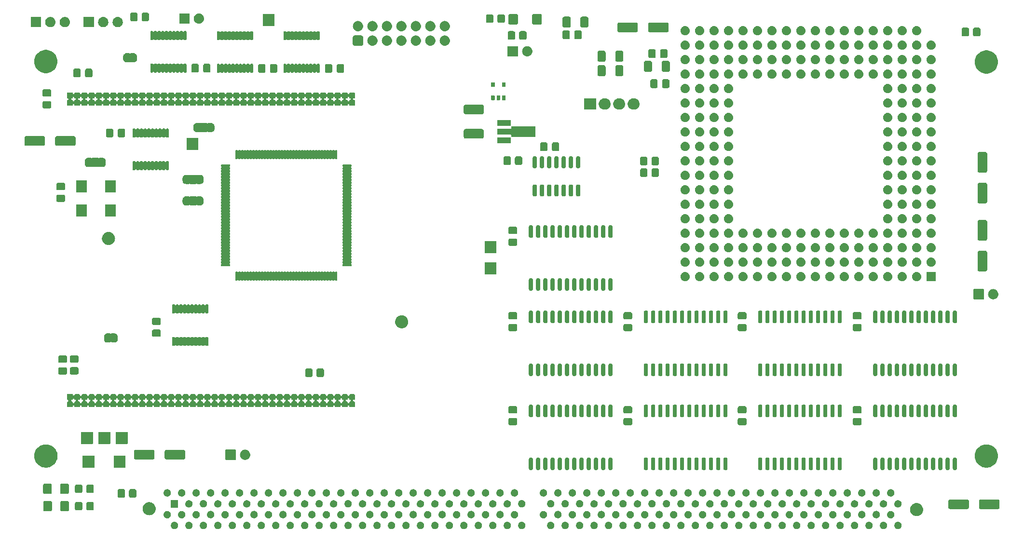
<source format=gbr>
G04 #@! TF.GenerationSoftware,KiCad,Pcbnew,7.0.6-0*
G04 #@! TF.CreationDate,2024-02-09T11:26:58+01:00*
G04 #@! TF.ProjectId,Z3660_v021b,5a333636-305f-4763-9032-31622e6b6963,v0.21a*
G04 #@! TF.SameCoordinates,Original*
G04 #@! TF.FileFunction,Soldermask,Top*
G04 #@! TF.FilePolarity,Negative*
%FSLAX46Y46*%
G04 Gerber Fmt 4.6, Leading zero omitted, Abs format (unit mm)*
G04 Created by KiCad (PCBNEW 7.0.6-0) date 2024-02-09 11:26:58*
%MOMM*%
%LPD*%
G01*
G04 APERTURE LIST*
G04 APERTURE END LIST*
G36*
X107270104Y-120093162D02*
G01*
X107313455Y-120093162D01*
X107349965Y-120102160D01*
X107379672Y-120105508D01*
X107418094Y-120118952D01*
X107465834Y-120130719D01*
X107494063Y-120145535D01*
X107517100Y-120153596D01*
X107556037Y-120178062D01*
X107604796Y-120203653D01*
X107624387Y-120221009D01*
X107640381Y-120231059D01*
X107676491Y-120267169D01*
X107722266Y-120307722D01*
X107733903Y-120324581D01*
X107743341Y-120334019D01*
X107773010Y-120381238D01*
X107811418Y-120436880D01*
X107816662Y-120450709D01*
X107820804Y-120457300D01*
X107840389Y-120513272D01*
X107867069Y-120583621D01*
X107868165Y-120592651D01*
X107868892Y-120594728D01*
X107875003Y-120648967D01*
X107885986Y-120739415D01*
X107875002Y-120829870D01*
X107868892Y-120884101D01*
X107868165Y-120886176D01*
X107867069Y-120895209D01*
X107840384Y-120965569D01*
X107820804Y-121021529D01*
X107816663Y-121028118D01*
X107811418Y-121041950D01*
X107773003Y-121097601D01*
X107743341Y-121144810D01*
X107733905Y-121154245D01*
X107722266Y-121171108D01*
X107676482Y-121211668D01*
X107640381Y-121247770D01*
X107624391Y-121257816D01*
X107604796Y-121275177D01*
X107556027Y-121300772D01*
X107517100Y-121325233D01*
X107494069Y-121333291D01*
X107465834Y-121348111D01*
X107418085Y-121359879D01*
X107379672Y-121373321D01*
X107349972Y-121376667D01*
X107313455Y-121385668D01*
X107270095Y-121385668D01*
X107234986Y-121389624D01*
X107199877Y-121385668D01*
X107156517Y-121385668D01*
X107120000Y-121376667D01*
X107090299Y-121373321D01*
X107051883Y-121359878D01*
X107004138Y-121348111D01*
X106975904Y-121333292D01*
X106952871Y-121325233D01*
X106913938Y-121300769D01*
X106865176Y-121275177D01*
X106845582Y-121257818D01*
X106829590Y-121247770D01*
X106793480Y-121211660D01*
X106747706Y-121171108D01*
X106736068Y-121154248D01*
X106726630Y-121144810D01*
X106696956Y-121097585D01*
X106658554Y-121041950D01*
X106653309Y-121028122D01*
X106649167Y-121021529D01*
X106629574Y-120965535D01*
X106602903Y-120895209D01*
X106601806Y-120886180D01*
X106601079Y-120884101D01*
X106594955Y-120829755D01*
X106583986Y-120739415D01*
X106594954Y-120649082D01*
X106601079Y-120594728D01*
X106601806Y-120592647D01*
X106602903Y-120583621D01*
X106629569Y-120513306D01*
X106649167Y-120457300D01*
X106653310Y-120450705D01*
X106658554Y-120436880D01*
X106696949Y-120381254D01*
X106726630Y-120334019D01*
X106736071Y-120324577D01*
X106747706Y-120307722D01*
X106793472Y-120267176D01*
X106829590Y-120231059D01*
X106845586Y-120221007D01*
X106865176Y-120203653D01*
X106913928Y-120178065D01*
X106952871Y-120153596D01*
X106975910Y-120145534D01*
X107004138Y-120130719D01*
X107051873Y-120118953D01*
X107090299Y-120105508D01*
X107120007Y-120102160D01*
X107156517Y-120093162D01*
X107199868Y-120093162D01*
X107234986Y-120089205D01*
X107270104Y-120093162D01*
G37*
G36*
X109810104Y-120093162D02*
G01*
X109853455Y-120093162D01*
X109889965Y-120102160D01*
X109919672Y-120105508D01*
X109958094Y-120118952D01*
X110005834Y-120130719D01*
X110034063Y-120145535D01*
X110057100Y-120153596D01*
X110096037Y-120178062D01*
X110144796Y-120203653D01*
X110164387Y-120221009D01*
X110180381Y-120231059D01*
X110216491Y-120267169D01*
X110262266Y-120307722D01*
X110273903Y-120324581D01*
X110283341Y-120334019D01*
X110313010Y-120381238D01*
X110351418Y-120436880D01*
X110356662Y-120450709D01*
X110360804Y-120457300D01*
X110380389Y-120513272D01*
X110407069Y-120583621D01*
X110408165Y-120592651D01*
X110408892Y-120594728D01*
X110415003Y-120648967D01*
X110425986Y-120739415D01*
X110415002Y-120829870D01*
X110408892Y-120884101D01*
X110408165Y-120886176D01*
X110407069Y-120895209D01*
X110380384Y-120965569D01*
X110360804Y-121021529D01*
X110356663Y-121028118D01*
X110351418Y-121041950D01*
X110313003Y-121097601D01*
X110283341Y-121144810D01*
X110273905Y-121154245D01*
X110262266Y-121171108D01*
X110216482Y-121211668D01*
X110180381Y-121247770D01*
X110164391Y-121257816D01*
X110144796Y-121275177D01*
X110096027Y-121300772D01*
X110057100Y-121325233D01*
X110034069Y-121333291D01*
X110005834Y-121348111D01*
X109958085Y-121359879D01*
X109919672Y-121373321D01*
X109889972Y-121376667D01*
X109853455Y-121385668D01*
X109810095Y-121385668D01*
X109774986Y-121389624D01*
X109739877Y-121385668D01*
X109696517Y-121385668D01*
X109660000Y-121376667D01*
X109630299Y-121373321D01*
X109591883Y-121359878D01*
X109544138Y-121348111D01*
X109515904Y-121333292D01*
X109492871Y-121325233D01*
X109453938Y-121300769D01*
X109405176Y-121275177D01*
X109385582Y-121257818D01*
X109369590Y-121247770D01*
X109333480Y-121211660D01*
X109287706Y-121171108D01*
X109276068Y-121154248D01*
X109266630Y-121144810D01*
X109236956Y-121097585D01*
X109198554Y-121041950D01*
X109193309Y-121028122D01*
X109189167Y-121021529D01*
X109169574Y-120965535D01*
X109142903Y-120895209D01*
X109141806Y-120886180D01*
X109141079Y-120884101D01*
X109134955Y-120829755D01*
X109123986Y-120739415D01*
X109134954Y-120649082D01*
X109141079Y-120594728D01*
X109141806Y-120592647D01*
X109142903Y-120583621D01*
X109169569Y-120513306D01*
X109189167Y-120457300D01*
X109193310Y-120450705D01*
X109198554Y-120436880D01*
X109236949Y-120381254D01*
X109266630Y-120334019D01*
X109276071Y-120324577D01*
X109287706Y-120307722D01*
X109333472Y-120267176D01*
X109369590Y-120231059D01*
X109385586Y-120221007D01*
X109405176Y-120203653D01*
X109453928Y-120178065D01*
X109492871Y-120153596D01*
X109515910Y-120145534D01*
X109544138Y-120130719D01*
X109591873Y-120118953D01*
X109630299Y-120105508D01*
X109660007Y-120102160D01*
X109696517Y-120093162D01*
X109739868Y-120093162D01*
X109774986Y-120089205D01*
X109810104Y-120093162D01*
G37*
G36*
X112350104Y-120093162D02*
G01*
X112393455Y-120093162D01*
X112429965Y-120102160D01*
X112459672Y-120105508D01*
X112498094Y-120118952D01*
X112545834Y-120130719D01*
X112574063Y-120145535D01*
X112597100Y-120153596D01*
X112636037Y-120178062D01*
X112684796Y-120203653D01*
X112704387Y-120221009D01*
X112720381Y-120231059D01*
X112756491Y-120267169D01*
X112802266Y-120307722D01*
X112813903Y-120324581D01*
X112823341Y-120334019D01*
X112853010Y-120381238D01*
X112891418Y-120436880D01*
X112896662Y-120450709D01*
X112900804Y-120457300D01*
X112920389Y-120513272D01*
X112947069Y-120583621D01*
X112948165Y-120592651D01*
X112948892Y-120594728D01*
X112955003Y-120648967D01*
X112965986Y-120739415D01*
X112955002Y-120829870D01*
X112948892Y-120884101D01*
X112948165Y-120886176D01*
X112947069Y-120895209D01*
X112920384Y-120965569D01*
X112900804Y-121021529D01*
X112896663Y-121028118D01*
X112891418Y-121041950D01*
X112853003Y-121097601D01*
X112823341Y-121144810D01*
X112813905Y-121154245D01*
X112802266Y-121171108D01*
X112756482Y-121211668D01*
X112720381Y-121247770D01*
X112704391Y-121257816D01*
X112684796Y-121275177D01*
X112636027Y-121300772D01*
X112597100Y-121325233D01*
X112574069Y-121333291D01*
X112545834Y-121348111D01*
X112498085Y-121359879D01*
X112459672Y-121373321D01*
X112429972Y-121376667D01*
X112393455Y-121385668D01*
X112350095Y-121385668D01*
X112314986Y-121389624D01*
X112279877Y-121385668D01*
X112236517Y-121385668D01*
X112200000Y-121376667D01*
X112170299Y-121373321D01*
X112131883Y-121359878D01*
X112084138Y-121348111D01*
X112055904Y-121333292D01*
X112032871Y-121325233D01*
X111993938Y-121300769D01*
X111945176Y-121275177D01*
X111925582Y-121257818D01*
X111909590Y-121247770D01*
X111873480Y-121211660D01*
X111827706Y-121171108D01*
X111816068Y-121154248D01*
X111806630Y-121144810D01*
X111776956Y-121097585D01*
X111738554Y-121041950D01*
X111733309Y-121028122D01*
X111729167Y-121021529D01*
X111709574Y-120965535D01*
X111682903Y-120895209D01*
X111681806Y-120886180D01*
X111681079Y-120884101D01*
X111674955Y-120829755D01*
X111663986Y-120739415D01*
X111674954Y-120649082D01*
X111681079Y-120594728D01*
X111681806Y-120592647D01*
X111682903Y-120583621D01*
X111709569Y-120513306D01*
X111729167Y-120457300D01*
X111733310Y-120450705D01*
X111738554Y-120436880D01*
X111776949Y-120381254D01*
X111806630Y-120334019D01*
X111816071Y-120324577D01*
X111827706Y-120307722D01*
X111873472Y-120267176D01*
X111909590Y-120231059D01*
X111925586Y-120221007D01*
X111945176Y-120203653D01*
X111993928Y-120178065D01*
X112032871Y-120153596D01*
X112055910Y-120145534D01*
X112084138Y-120130719D01*
X112131873Y-120118953D01*
X112170299Y-120105508D01*
X112200007Y-120102160D01*
X112236517Y-120093162D01*
X112279868Y-120093162D01*
X112314986Y-120089205D01*
X112350104Y-120093162D01*
G37*
G36*
X114890104Y-120093162D02*
G01*
X114933455Y-120093162D01*
X114969965Y-120102160D01*
X114999672Y-120105508D01*
X115038094Y-120118952D01*
X115085834Y-120130719D01*
X115114063Y-120145535D01*
X115137100Y-120153596D01*
X115176037Y-120178062D01*
X115224796Y-120203653D01*
X115244387Y-120221009D01*
X115260381Y-120231059D01*
X115296491Y-120267169D01*
X115342266Y-120307722D01*
X115353903Y-120324581D01*
X115363341Y-120334019D01*
X115393010Y-120381238D01*
X115431418Y-120436880D01*
X115436662Y-120450709D01*
X115440804Y-120457300D01*
X115460389Y-120513272D01*
X115487069Y-120583621D01*
X115488165Y-120592651D01*
X115488892Y-120594728D01*
X115495003Y-120648967D01*
X115505986Y-120739415D01*
X115495002Y-120829870D01*
X115488892Y-120884101D01*
X115488165Y-120886176D01*
X115487069Y-120895209D01*
X115460384Y-120965569D01*
X115440804Y-121021529D01*
X115436663Y-121028118D01*
X115431418Y-121041950D01*
X115393003Y-121097601D01*
X115363341Y-121144810D01*
X115353905Y-121154245D01*
X115342266Y-121171108D01*
X115296482Y-121211668D01*
X115260381Y-121247770D01*
X115244391Y-121257816D01*
X115224796Y-121275177D01*
X115176027Y-121300772D01*
X115137100Y-121325233D01*
X115114069Y-121333291D01*
X115085834Y-121348111D01*
X115038085Y-121359879D01*
X114999672Y-121373321D01*
X114969972Y-121376667D01*
X114933455Y-121385668D01*
X114890095Y-121385668D01*
X114854986Y-121389624D01*
X114819877Y-121385668D01*
X114776517Y-121385668D01*
X114740000Y-121376667D01*
X114710299Y-121373321D01*
X114671883Y-121359878D01*
X114624138Y-121348111D01*
X114595904Y-121333292D01*
X114572871Y-121325233D01*
X114533938Y-121300769D01*
X114485176Y-121275177D01*
X114465582Y-121257818D01*
X114449590Y-121247770D01*
X114413480Y-121211660D01*
X114367706Y-121171108D01*
X114356068Y-121154248D01*
X114346630Y-121144810D01*
X114316956Y-121097585D01*
X114278554Y-121041950D01*
X114273309Y-121028122D01*
X114269167Y-121021529D01*
X114249574Y-120965535D01*
X114222903Y-120895209D01*
X114221806Y-120886180D01*
X114221079Y-120884101D01*
X114214955Y-120829755D01*
X114203986Y-120739415D01*
X114214954Y-120649082D01*
X114221079Y-120594728D01*
X114221806Y-120592647D01*
X114222903Y-120583621D01*
X114249569Y-120513306D01*
X114269167Y-120457300D01*
X114273310Y-120450705D01*
X114278554Y-120436880D01*
X114316949Y-120381254D01*
X114346630Y-120334019D01*
X114356071Y-120324577D01*
X114367706Y-120307722D01*
X114413472Y-120267176D01*
X114449590Y-120231059D01*
X114465586Y-120221007D01*
X114485176Y-120203653D01*
X114533928Y-120178065D01*
X114572871Y-120153596D01*
X114595910Y-120145534D01*
X114624138Y-120130719D01*
X114671873Y-120118953D01*
X114710299Y-120105508D01*
X114740007Y-120102160D01*
X114776517Y-120093162D01*
X114819868Y-120093162D01*
X114854986Y-120089205D01*
X114890104Y-120093162D01*
G37*
G36*
X117430104Y-120093162D02*
G01*
X117473455Y-120093162D01*
X117509965Y-120102160D01*
X117539672Y-120105508D01*
X117578094Y-120118952D01*
X117625834Y-120130719D01*
X117654063Y-120145535D01*
X117677100Y-120153596D01*
X117716037Y-120178062D01*
X117764796Y-120203653D01*
X117784387Y-120221009D01*
X117800381Y-120231059D01*
X117836491Y-120267169D01*
X117882266Y-120307722D01*
X117893903Y-120324581D01*
X117903341Y-120334019D01*
X117933010Y-120381238D01*
X117971418Y-120436880D01*
X117976662Y-120450709D01*
X117980804Y-120457300D01*
X118000389Y-120513272D01*
X118027069Y-120583621D01*
X118028165Y-120592651D01*
X118028892Y-120594728D01*
X118035003Y-120648967D01*
X118045986Y-120739415D01*
X118035002Y-120829870D01*
X118028892Y-120884101D01*
X118028165Y-120886176D01*
X118027069Y-120895209D01*
X118000384Y-120965569D01*
X117980804Y-121021529D01*
X117976663Y-121028118D01*
X117971418Y-121041950D01*
X117933003Y-121097601D01*
X117903341Y-121144810D01*
X117893905Y-121154245D01*
X117882266Y-121171108D01*
X117836482Y-121211668D01*
X117800381Y-121247770D01*
X117784391Y-121257816D01*
X117764796Y-121275177D01*
X117716027Y-121300772D01*
X117677100Y-121325233D01*
X117654069Y-121333291D01*
X117625834Y-121348111D01*
X117578085Y-121359879D01*
X117539672Y-121373321D01*
X117509972Y-121376667D01*
X117473455Y-121385668D01*
X117430095Y-121385668D01*
X117394986Y-121389624D01*
X117359877Y-121385668D01*
X117316517Y-121385668D01*
X117280000Y-121376667D01*
X117250299Y-121373321D01*
X117211883Y-121359878D01*
X117164138Y-121348111D01*
X117135904Y-121333292D01*
X117112871Y-121325233D01*
X117073938Y-121300769D01*
X117025176Y-121275177D01*
X117005582Y-121257818D01*
X116989590Y-121247770D01*
X116953480Y-121211660D01*
X116907706Y-121171108D01*
X116896068Y-121154248D01*
X116886630Y-121144810D01*
X116856956Y-121097585D01*
X116818554Y-121041950D01*
X116813309Y-121028122D01*
X116809167Y-121021529D01*
X116789574Y-120965535D01*
X116762903Y-120895209D01*
X116761806Y-120886180D01*
X116761079Y-120884101D01*
X116754955Y-120829755D01*
X116743986Y-120739415D01*
X116754954Y-120649082D01*
X116761079Y-120594728D01*
X116761806Y-120592647D01*
X116762903Y-120583621D01*
X116789569Y-120513306D01*
X116809167Y-120457300D01*
X116813310Y-120450705D01*
X116818554Y-120436880D01*
X116856949Y-120381254D01*
X116886630Y-120334019D01*
X116896071Y-120324577D01*
X116907706Y-120307722D01*
X116953472Y-120267176D01*
X116989590Y-120231059D01*
X117005586Y-120221007D01*
X117025176Y-120203653D01*
X117073928Y-120178065D01*
X117112871Y-120153596D01*
X117135910Y-120145534D01*
X117164138Y-120130719D01*
X117211873Y-120118953D01*
X117250299Y-120105508D01*
X117280007Y-120102160D01*
X117316517Y-120093162D01*
X117359868Y-120093162D01*
X117394986Y-120089205D01*
X117430104Y-120093162D01*
G37*
G36*
X119970104Y-120093162D02*
G01*
X120013455Y-120093162D01*
X120049965Y-120102160D01*
X120079672Y-120105508D01*
X120118094Y-120118952D01*
X120165834Y-120130719D01*
X120194063Y-120145535D01*
X120217100Y-120153596D01*
X120256037Y-120178062D01*
X120304796Y-120203653D01*
X120324387Y-120221009D01*
X120340381Y-120231059D01*
X120376491Y-120267169D01*
X120422266Y-120307722D01*
X120433903Y-120324581D01*
X120443341Y-120334019D01*
X120473010Y-120381238D01*
X120511418Y-120436880D01*
X120516662Y-120450709D01*
X120520804Y-120457300D01*
X120540389Y-120513272D01*
X120567069Y-120583621D01*
X120568165Y-120592651D01*
X120568892Y-120594728D01*
X120575003Y-120648967D01*
X120585986Y-120739415D01*
X120575002Y-120829870D01*
X120568892Y-120884101D01*
X120568165Y-120886176D01*
X120567069Y-120895209D01*
X120540384Y-120965569D01*
X120520804Y-121021529D01*
X120516663Y-121028118D01*
X120511418Y-121041950D01*
X120473003Y-121097601D01*
X120443341Y-121144810D01*
X120433905Y-121154245D01*
X120422266Y-121171108D01*
X120376482Y-121211668D01*
X120340381Y-121247770D01*
X120324391Y-121257816D01*
X120304796Y-121275177D01*
X120256027Y-121300772D01*
X120217100Y-121325233D01*
X120194069Y-121333291D01*
X120165834Y-121348111D01*
X120118085Y-121359879D01*
X120079672Y-121373321D01*
X120049972Y-121376667D01*
X120013455Y-121385668D01*
X119970095Y-121385668D01*
X119934986Y-121389624D01*
X119899877Y-121385668D01*
X119856517Y-121385668D01*
X119820000Y-121376667D01*
X119790299Y-121373321D01*
X119751883Y-121359878D01*
X119704138Y-121348111D01*
X119675904Y-121333292D01*
X119652871Y-121325233D01*
X119613938Y-121300769D01*
X119565176Y-121275177D01*
X119545582Y-121257818D01*
X119529590Y-121247770D01*
X119493480Y-121211660D01*
X119447706Y-121171108D01*
X119436068Y-121154248D01*
X119426630Y-121144810D01*
X119396956Y-121097585D01*
X119358554Y-121041950D01*
X119353309Y-121028122D01*
X119349167Y-121021529D01*
X119329574Y-120965535D01*
X119302903Y-120895209D01*
X119301806Y-120886180D01*
X119301079Y-120884101D01*
X119294955Y-120829755D01*
X119283986Y-120739415D01*
X119294954Y-120649082D01*
X119301079Y-120594728D01*
X119301806Y-120592647D01*
X119302903Y-120583621D01*
X119329569Y-120513306D01*
X119349167Y-120457300D01*
X119353310Y-120450705D01*
X119358554Y-120436880D01*
X119396949Y-120381254D01*
X119426630Y-120334019D01*
X119436071Y-120324577D01*
X119447706Y-120307722D01*
X119493472Y-120267176D01*
X119529590Y-120231059D01*
X119545586Y-120221007D01*
X119565176Y-120203653D01*
X119613928Y-120178065D01*
X119652871Y-120153596D01*
X119675910Y-120145534D01*
X119704138Y-120130719D01*
X119751873Y-120118953D01*
X119790299Y-120105508D01*
X119820007Y-120102160D01*
X119856517Y-120093162D01*
X119899868Y-120093162D01*
X119934986Y-120089205D01*
X119970104Y-120093162D01*
G37*
G36*
X122510104Y-120093162D02*
G01*
X122553455Y-120093162D01*
X122589965Y-120102160D01*
X122619672Y-120105508D01*
X122658094Y-120118952D01*
X122705834Y-120130719D01*
X122734063Y-120145535D01*
X122757100Y-120153596D01*
X122796037Y-120178062D01*
X122844796Y-120203653D01*
X122864387Y-120221009D01*
X122880381Y-120231059D01*
X122916491Y-120267169D01*
X122962266Y-120307722D01*
X122973903Y-120324581D01*
X122983341Y-120334019D01*
X123013010Y-120381238D01*
X123051418Y-120436880D01*
X123056662Y-120450709D01*
X123060804Y-120457300D01*
X123080389Y-120513272D01*
X123107069Y-120583621D01*
X123108165Y-120592651D01*
X123108892Y-120594728D01*
X123115003Y-120648967D01*
X123125986Y-120739415D01*
X123115002Y-120829870D01*
X123108892Y-120884101D01*
X123108165Y-120886176D01*
X123107069Y-120895209D01*
X123080384Y-120965569D01*
X123060804Y-121021529D01*
X123056663Y-121028118D01*
X123051418Y-121041950D01*
X123013003Y-121097601D01*
X122983341Y-121144810D01*
X122973905Y-121154245D01*
X122962266Y-121171108D01*
X122916482Y-121211668D01*
X122880381Y-121247770D01*
X122864391Y-121257816D01*
X122844796Y-121275177D01*
X122796027Y-121300772D01*
X122757100Y-121325233D01*
X122734069Y-121333291D01*
X122705834Y-121348111D01*
X122658085Y-121359879D01*
X122619672Y-121373321D01*
X122589972Y-121376667D01*
X122553455Y-121385668D01*
X122510095Y-121385668D01*
X122474986Y-121389624D01*
X122439877Y-121385668D01*
X122396517Y-121385668D01*
X122360000Y-121376667D01*
X122330299Y-121373321D01*
X122291883Y-121359878D01*
X122244138Y-121348111D01*
X122215904Y-121333292D01*
X122192871Y-121325233D01*
X122153938Y-121300769D01*
X122105176Y-121275177D01*
X122085582Y-121257818D01*
X122069590Y-121247770D01*
X122033480Y-121211660D01*
X121987706Y-121171108D01*
X121976068Y-121154248D01*
X121966630Y-121144810D01*
X121936956Y-121097585D01*
X121898554Y-121041950D01*
X121893309Y-121028122D01*
X121889167Y-121021529D01*
X121869574Y-120965535D01*
X121842903Y-120895209D01*
X121841806Y-120886180D01*
X121841079Y-120884101D01*
X121834955Y-120829755D01*
X121823986Y-120739415D01*
X121834954Y-120649082D01*
X121841079Y-120594728D01*
X121841806Y-120592647D01*
X121842903Y-120583621D01*
X121869569Y-120513306D01*
X121889167Y-120457300D01*
X121893310Y-120450705D01*
X121898554Y-120436880D01*
X121936949Y-120381254D01*
X121966630Y-120334019D01*
X121976071Y-120324577D01*
X121987706Y-120307722D01*
X122033472Y-120267176D01*
X122069590Y-120231059D01*
X122085586Y-120221007D01*
X122105176Y-120203653D01*
X122153928Y-120178065D01*
X122192871Y-120153596D01*
X122215910Y-120145534D01*
X122244138Y-120130719D01*
X122291873Y-120118953D01*
X122330299Y-120105508D01*
X122360007Y-120102160D01*
X122396517Y-120093162D01*
X122439868Y-120093162D01*
X122474986Y-120089205D01*
X122510104Y-120093162D01*
G37*
G36*
X125050104Y-120093162D02*
G01*
X125093455Y-120093162D01*
X125129965Y-120102160D01*
X125159672Y-120105508D01*
X125198094Y-120118952D01*
X125245834Y-120130719D01*
X125274063Y-120145535D01*
X125297100Y-120153596D01*
X125336037Y-120178062D01*
X125384796Y-120203653D01*
X125404387Y-120221009D01*
X125420381Y-120231059D01*
X125456491Y-120267169D01*
X125502266Y-120307722D01*
X125513903Y-120324581D01*
X125523341Y-120334019D01*
X125553010Y-120381238D01*
X125591418Y-120436880D01*
X125596662Y-120450709D01*
X125600804Y-120457300D01*
X125620389Y-120513272D01*
X125647069Y-120583621D01*
X125648165Y-120592651D01*
X125648892Y-120594728D01*
X125655003Y-120648967D01*
X125665986Y-120739415D01*
X125655002Y-120829870D01*
X125648892Y-120884101D01*
X125648165Y-120886176D01*
X125647069Y-120895209D01*
X125620384Y-120965569D01*
X125600804Y-121021529D01*
X125596663Y-121028118D01*
X125591418Y-121041950D01*
X125553003Y-121097601D01*
X125523341Y-121144810D01*
X125513905Y-121154245D01*
X125502266Y-121171108D01*
X125456482Y-121211668D01*
X125420381Y-121247770D01*
X125404391Y-121257816D01*
X125384796Y-121275177D01*
X125336027Y-121300772D01*
X125297100Y-121325233D01*
X125274069Y-121333291D01*
X125245834Y-121348111D01*
X125198085Y-121359879D01*
X125159672Y-121373321D01*
X125129972Y-121376667D01*
X125093455Y-121385668D01*
X125050095Y-121385668D01*
X125014986Y-121389624D01*
X124979877Y-121385668D01*
X124936517Y-121385668D01*
X124900000Y-121376667D01*
X124870299Y-121373321D01*
X124831883Y-121359878D01*
X124784138Y-121348111D01*
X124755904Y-121333292D01*
X124732871Y-121325233D01*
X124693938Y-121300769D01*
X124645176Y-121275177D01*
X124625582Y-121257818D01*
X124609590Y-121247770D01*
X124573480Y-121211660D01*
X124527706Y-121171108D01*
X124516068Y-121154248D01*
X124506630Y-121144810D01*
X124476956Y-121097585D01*
X124438554Y-121041950D01*
X124433309Y-121028122D01*
X124429167Y-121021529D01*
X124409574Y-120965535D01*
X124382903Y-120895209D01*
X124381806Y-120886180D01*
X124381079Y-120884101D01*
X124374955Y-120829755D01*
X124363986Y-120739415D01*
X124374954Y-120649082D01*
X124381079Y-120594728D01*
X124381806Y-120592647D01*
X124382903Y-120583621D01*
X124409569Y-120513306D01*
X124429167Y-120457300D01*
X124433310Y-120450705D01*
X124438554Y-120436880D01*
X124476949Y-120381254D01*
X124506630Y-120334019D01*
X124516071Y-120324577D01*
X124527706Y-120307722D01*
X124573472Y-120267176D01*
X124609590Y-120231059D01*
X124625586Y-120221007D01*
X124645176Y-120203653D01*
X124693928Y-120178065D01*
X124732871Y-120153596D01*
X124755910Y-120145534D01*
X124784138Y-120130719D01*
X124831873Y-120118953D01*
X124870299Y-120105508D01*
X124900007Y-120102160D01*
X124936517Y-120093162D01*
X124979868Y-120093162D01*
X125014986Y-120089205D01*
X125050104Y-120093162D01*
G37*
G36*
X127590104Y-120093162D02*
G01*
X127633455Y-120093162D01*
X127669965Y-120102160D01*
X127699672Y-120105508D01*
X127738094Y-120118952D01*
X127785834Y-120130719D01*
X127814063Y-120145535D01*
X127837100Y-120153596D01*
X127876037Y-120178062D01*
X127924796Y-120203653D01*
X127944387Y-120221009D01*
X127960381Y-120231059D01*
X127996491Y-120267169D01*
X128042266Y-120307722D01*
X128053903Y-120324581D01*
X128063341Y-120334019D01*
X128093010Y-120381238D01*
X128131418Y-120436880D01*
X128136662Y-120450709D01*
X128140804Y-120457300D01*
X128160389Y-120513272D01*
X128187069Y-120583621D01*
X128188165Y-120592651D01*
X128188892Y-120594728D01*
X128195003Y-120648967D01*
X128205986Y-120739415D01*
X128195002Y-120829870D01*
X128188892Y-120884101D01*
X128188165Y-120886176D01*
X128187069Y-120895209D01*
X128160384Y-120965569D01*
X128140804Y-121021529D01*
X128136663Y-121028118D01*
X128131418Y-121041950D01*
X128093003Y-121097601D01*
X128063341Y-121144810D01*
X128053905Y-121154245D01*
X128042266Y-121171108D01*
X127996482Y-121211668D01*
X127960381Y-121247770D01*
X127944391Y-121257816D01*
X127924796Y-121275177D01*
X127876027Y-121300772D01*
X127837100Y-121325233D01*
X127814069Y-121333291D01*
X127785834Y-121348111D01*
X127738085Y-121359879D01*
X127699672Y-121373321D01*
X127669972Y-121376667D01*
X127633455Y-121385668D01*
X127590095Y-121385668D01*
X127554986Y-121389624D01*
X127519877Y-121385668D01*
X127476517Y-121385668D01*
X127440000Y-121376667D01*
X127410299Y-121373321D01*
X127371883Y-121359878D01*
X127324138Y-121348111D01*
X127295904Y-121333292D01*
X127272871Y-121325233D01*
X127233938Y-121300769D01*
X127185176Y-121275177D01*
X127165582Y-121257818D01*
X127149590Y-121247770D01*
X127113480Y-121211660D01*
X127067706Y-121171108D01*
X127056068Y-121154248D01*
X127046630Y-121144810D01*
X127016956Y-121097585D01*
X126978554Y-121041950D01*
X126973309Y-121028122D01*
X126969167Y-121021529D01*
X126949574Y-120965535D01*
X126922903Y-120895209D01*
X126921806Y-120886180D01*
X126921079Y-120884101D01*
X126914955Y-120829755D01*
X126903986Y-120739415D01*
X126914954Y-120649082D01*
X126921079Y-120594728D01*
X126921806Y-120592647D01*
X126922903Y-120583621D01*
X126949569Y-120513306D01*
X126969167Y-120457300D01*
X126973310Y-120450705D01*
X126978554Y-120436880D01*
X127016949Y-120381254D01*
X127046630Y-120334019D01*
X127056071Y-120324577D01*
X127067706Y-120307722D01*
X127113472Y-120267176D01*
X127149590Y-120231059D01*
X127165586Y-120221007D01*
X127185176Y-120203653D01*
X127233928Y-120178065D01*
X127272871Y-120153596D01*
X127295910Y-120145534D01*
X127324138Y-120130719D01*
X127371873Y-120118953D01*
X127410299Y-120105508D01*
X127440007Y-120102160D01*
X127476517Y-120093162D01*
X127519868Y-120093162D01*
X127554986Y-120089205D01*
X127590104Y-120093162D01*
G37*
G36*
X130130104Y-120093162D02*
G01*
X130173455Y-120093162D01*
X130209965Y-120102160D01*
X130239672Y-120105508D01*
X130278094Y-120118952D01*
X130325834Y-120130719D01*
X130354063Y-120145535D01*
X130377100Y-120153596D01*
X130416037Y-120178062D01*
X130464796Y-120203653D01*
X130484387Y-120221009D01*
X130500381Y-120231059D01*
X130536491Y-120267169D01*
X130582266Y-120307722D01*
X130593903Y-120324581D01*
X130603341Y-120334019D01*
X130633010Y-120381238D01*
X130671418Y-120436880D01*
X130676662Y-120450709D01*
X130680804Y-120457300D01*
X130700389Y-120513272D01*
X130727069Y-120583621D01*
X130728165Y-120592651D01*
X130728892Y-120594728D01*
X130735003Y-120648967D01*
X130745986Y-120739415D01*
X130735002Y-120829870D01*
X130728892Y-120884101D01*
X130728165Y-120886176D01*
X130727069Y-120895209D01*
X130700384Y-120965569D01*
X130680804Y-121021529D01*
X130676663Y-121028118D01*
X130671418Y-121041950D01*
X130633003Y-121097601D01*
X130603341Y-121144810D01*
X130593905Y-121154245D01*
X130582266Y-121171108D01*
X130536482Y-121211668D01*
X130500381Y-121247770D01*
X130484391Y-121257816D01*
X130464796Y-121275177D01*
X130416027Y-121300772D01*
X130377100Y-121325233D01*
X130354069Y-121333291D01*
X130325834Y-121348111D01*
X130278085Y-121359879D01*
X130239672Y-121373321D01*
X130209972Y-121376667D01*
X130173455Y-121385668D01*
X130130095Y-121385668D01*
X130094986Y-121389624D01*
X130059877Y-121385668D01*
X130016517Y-121385668D01*
X129980000Y-121376667D01*
X129950299Y-121373321D01*
X129911883Y-121359878D01*
X129864138Y-121348111D01*
X129835904Y-121333292D01*
X129812871Y-121325233D01*
X129773938Y-121300769D01*
X129725176Y-121275177D01*
X129705582Y-121257818D01*
X129689590Y-121247770D01*
X129653480Y-121211660D01*
X129607706Y-121171108D01*
X129596068Y-121154248D01*
X129586630Y-121144810D01*
X129556956Y-121097585D01*
X129518554Y-121041950D01*
X129513309Y-121028122D01*
X129509167Y-121021529D01*
X129489574Y-120965535D01*
X129462903Y-120895209D01*
X129461806Y-120886180D01*
X129461079Y-120884101D01*
X129454955Y-120829755D01*
X129443986Y-120739415D01*
X129454954Y-120649082D01*
X129461079Y-120594728D01*
X129461806Y-120592647D01*
X129462903Y-120583621D01*
X129489569Y-120513306D01*
X129509167Y-120457300D01*
X129513310Y-120450705D01*
X129518554Y-120436880D01*
X129556949Y-120381254D01*
X129586630Y-120334019D01*
X129596071Y-120324577D01*
X129607706Y-120307722D01*
X129653472Y-120267176D01*
X129689590Y-120231059D01*
X129705586Y-120221007D01*
X129725176Y-120203653D01*
X129773928Y-120178065D01*
X129812871Y-120153596D01*
X129835910Y-120145534D01*
X129864138Y-120130719D01*
X129911873Y-120118953D01*
X129950299Y-120105508D01*
X129980007Y-120102160D01*
X130016517Y-120093162D01*
X130059868Y-120093162D01*
X130094986Y-120089205D01*
X130130104Y-120093162D01*
G37*
G36*
X132670104Y-120093162D02*
G01*
X132713455Y-120093162D01*
X132749965Y-120102160D01*
X132779672Y-120105508D01*
X132818094Y-120118952D01*
X132865834Y-120130719D01*
X132894063Y-120145535D01*
X132917100Y-120153596D01*
X132956037Y-120178062D01*
X133004796Y-120203653D01*
X133024387Y-120221009D01*
X133040381Y-120231059D01*
X133076491Y-120267169D01*
X133122266Y-120307722D01*
X133133903Y-120324581D01*
X133143341Y-120334019D01*
X133173010Y-120381238D01*
X133211418Y-120436880D01*
X133216662Y-120450709D01*
X133220804Y-120457300D01*
X133240389Y-120513272D01*
X133267069Y-120583621D01*
X133268165Y-120592651D01*
X133268892Y-120594728D01*
X133275003Y-120648967D01*
X133285986Y-120739415D01*
X133275002Y-120829870D01*
X133268892Y-120884101D01*
X133268165Y-120886176D01*
X133267069Y-120895209D01*
X133240384Y-120965569D01*
X133220804Y-121021529D01*
X133216663Y-121028118D01*
X133211418Y-121041950D01*
X133173003Y-121097601D01*
X133143341Y-121144810D01*
X133133905Y-121154245D01*
X133122266Y-121171108D01*
X133076482Y-121211668D01*
X133040381Y-121247770D01*
X133024391Y-121257816D01*
X133004796Y-121275177D01*
X132956027Y-121300772D01*
X132917100Y-121325233D01*
X132894069Y-121333291D01*
X132865834Y-121348111D01*
X132818085Y-121359879D01*
X132779672Y-121373321D01*
X132749972Y-121376667D01*
X132713455Y-121385668D01*
X132670095Y-121385668D01*
X132634986Y-121389624D01*
X132599877Y-121385668D01*
X132556517Y-121385668D01*
X132520000Y-121376667D01*
X132490299Y-121373321D01*
X132451883Y-121359878D01*
X132404138Y-121348111D01*
X132375904Y-121333292D01*
X132352871Y-121325233D01*
X132313938Y-121300769D01*
X132265176Y-121275177D01*
X132245582Y-121257818D01*
X132229590Y-121247770D01*
X132193480Y-121211660D01*
X132147706Y-121171108D01*
X132136068Y-121154248D01*
X132126630Y-121144810D01*
X132096956Y-121097585D01*
X132058554Y-121041950D01*
X132053309Y-121028122D01*
X132049167Y-121021529D01*
X132029574Y-120965535D01*
X132002903Y-120895209D01*
X132001806Y-120886180D01*
X132001079Y-120884101D01*
X131994955Y-120829755D01*
X131983986Y-120739415D01*
X131994954Y-120649082D01*
X132001079Y-120594728D01*
X132001806Y-120592647D01*
X132002903Y-120583621D01*
X132029569Y-120513306D01*
X132049167Y-120457300D01*
X132053310Y-120450705D01*
X132058554Y-120436880D01*
X132096949Y-120381254D01*
X132126630Y-120334019D01*
X132136071Y-120324577D01*
X132147706Y-120307722D01*
X132193472Y-120267176D01*
X132229590Y-120231059D01*
X132245586Y-120221007D01*
X132265176Y-120203653D01*
X132313928Y-120178065D01*
X132352871Y-120153596D01*
X132375910Y-120145534D01*
X132404138Y-120130719D01*
X132451873Y-120118953D01*
X132490299Y-120105508D01*
X132520007Y-120102160D01*
X132556517Y-120093162D01*
X132599868Y-120093162D01*
X132634986Y-120089205D01*
X132670104Y-120093162D01*
G37*
G36*
X135210104Y-120093162D02*
G01*
X135253455Y-120093162D01*
X135289965Y-120102160D01*
X135319672Y-120105508D01*
X135358094Y-120118952D01*
X135405834Y-120130719D01*
X135434063Y-120145535D01*
X135457100Y-120153596D01*
X135496037Y-120178062D01*
X135544796Y-120203653D01*
X135564387Y-120221009D01*
X135580381Y-120231059D01*
X135616491Y-120267169D01*
X135662266Y-120307722D01*
X135673903Y-120324581D01*
X135683341Y-120334019D01*
X135713010Y-120381238D01*
X135751418Y-120436880D01*
X135756662Y-120450709D01*
X135760804Y-120457300D01*
X135780389Y-120513272D01*
X135807069Y-120583621D01*
X135808165Y-120592651D01*
X135808892Y-120594728D01*
X135815003Y-120648967D01*
X135825986Y-120739415D01*
X135815002Y-120829870D01*
X135808892Y-120884101D01*
X135808165Y-120886176D01*
X135807069Y-120895209D01*
X135780384Y-120965569D01*
X135760804Y-121021529D01*
X135756663Y-121028118D01*
X135751418Y-121041950D01*
X135713003Y-121097601D01*
X135683341Y-121144810D01*
X135673905Y-121154245D01*
X135662266Y-121171108D01*
X135616482Y-121211668D01*
X135580381Y-121247770D01*
X135564391Y-121257816D01*
X135544796Y-121275177D01*
X135496027Y-121300772D01*
X135457100Y-121325233D01*
X135434069Y-121333291D01*
X135405834Y-121348111D01*
X135358085Y-121359879D01*
X135319672Y-121373321D01*
X135289972Y-121376667D01*
X135253455Y-121385668D01*
X135210095Y-121385668D01*
X135174986Y-121389624D01*
X135139877Y-121385668D01*
X135096517Y-121385668D01*
X135060000Y-121376667D01*
X135030299Y-121373321D01*
X134991883Y-121359878D01*
X134944138Y-121348111D01*
X134915904Y-121333292D01*
X134892871Y-121325233D01*
X134853938Y-121300769D01*
X134805176Y-121275177D01*
X134785582Y-121257818D01*
X134769590Y-121247770D01*
X134733480Y-121211660D01*
X134687706Y-121171108D01*
X134676068Y-121154248D01*
X134666630Y-121144810D01*
X134636956Y-121097585D01*
X134598554Y-121041950D01*
X134593309Y-121028122D01*
X134589167Y-121021529D01*
X134569574Y-120965535D01*
X134542903Y-120895209D01*
X134541806Y-120886180D01*
X134541079Y-120884101D01*
X134534955Y-120829755D01*
X134523986Y-120739415D01*
X134534954Y-120649082D01*
X134541079Y-120594728D01*
X134541806Y-120592647D01*
X134542903Y-120583621D01*
X134569569Y-120513306D01*
X134589167Y-120457300D01*
X134593310Y-120450705D01*
X134598554Y-120436880D01*
X134636949Y-120381254D01*
X134666630Y-120334019D01*
X134676071Y-120324577D01*
X134687706Y-120307722D01*
X134733472Y-120267176D01*
X134769590Y-120231059D01*
X134785586Y-120221007D01*
X134805176Y-120203653D01*
X134853928Y-120178065D01*
X134892871Y-120153596D01*
X134915910Y-120145534D01*
X134944138Y-120130719D01*
X134991873Y-120118953D01*
X135030299Y-120105508D01*
X135060007Y-120102160D01*
X135096517Y-120093162D01*
X135139868Y-120093162D01*
X135174986Y-120089205D01*
X135210104Y-120093162D01*
G37*
G36*
X137750104Y-120093162D02*
G01*
X137793455Y-120093162D01*
X137829965Y-120102160D01*
X137859672Y-120105508D01*
X137898094Y-120118952D01*
X137945834Y-120130719D01*
X137974063Y-120145535D01*
X137997100Y-120153596D01*
X138036037Y-120178062D01*
X138084796Y-120203653D01*
X138104387Y-120221009D01*
X138120381Y-120231059D01*
X138156491Y-120267169D01*
X138202266Y-120307722D01*
X138213903Y-120324581D01*
X138223341Y-120334019D01*
X138253010Y-120381238D01*
X138291418Y-120436880D01*
X138296662Y-120450709D01*
X138300804Y-120457300D01*
X138320389Y-120513272D01*
X138347069Y-120583621D01*
X138348165Y-120592651D01*
X138348892Y-120594728D01*
X138355003Y-120648967D01*
X138365986Y-120739415D01*
X138355002Y-120829870D01*
X138348892Y-120884101D01*
X138348165Y-120886176D01*
X138347069Y-120895209D01*
X138320384Y-120965569D01*
X138300804Y-121021529D01*
X138296663Y-121028118D01*
X138291418Y-121041950D01*
X138253003Y-121097601D01*
X138223341Y-121144810D01*
X138213905Y-121154245D01*
X138202266Y-121171108D01*
X138156482Y-121211668D01*
X138120381Y-121247770D01*
X138104391Y-121257816D01*
X138084796Y-121275177D01*
X138036027Y-121300772D01*
X137997100Y-121325233D01*
X137974069Y-121333291D01*
X137945834Y-121348111D01*
X137898085Y-121359879D01*
X137859672Y-121373321D01*
X137829972Y-121376667D01*
X137793455Y-121385668D01*
X137750095Y-121385668D01*
X137714986Y-121389624D01*
X137679877Y-121385668D01*
X137636517Y-121385668D01*
X137600000Y-121376667D01*
X137570299Y-121373321D01*
X137531883Y-121359878D01*
X137484138Y-121348111D01*
X137455904Y-121333292D01*
X137432871Y-121325233D01*
X137393938Y-121300769D01*
X137345176Y-121275177D01*
X137325582Y-121257818D01*
X137309590Y-121247770D01*
X137273480Y-121211660D01*
X137227706Y-121171108D01*
X137216068Y-121154248D01*
X137206630Y-121144810D01*
X137176956Y-121097585D01*
X137138554Y-121041950D01*
X137133309Y-121028122D01*
X137129167Y-121021529D01*
X137109574Y-120965535D01*
X137082903Y-120895209D01*
X137081806Y-120886180D01*
X137081079Y-120884101D01*
X137074955Y-120829755D01*
X137063986Y-120739415D01*
X137074954Y-120649082D01*
X137081079Y-120594728D01*
X137081806Y-120592647D01*
X137082903Y-120583621D01*
X137109569Y-120513306D01*
X137129167Y-120457300D01*
X137133310Y-120450705D01*
X137138554Y-120436880D01*
X137176949Y-120381254D01*
X137206630Y-120334019D01*
X137216071Y-120324577D01*
X137227706Y-120307722D01*
X137273472Y-120267176D01*
X137309590Y-120231059D01*
X137325586Y-120221007D01*
X137345176Y-120203653D01*
X137393928Y-120178065D01*
X137432871Y-120153596D01*
X137455910Y-120145534D01*
X137484138Y-120130719D01*
X137531873Y-120118953D01*
X137570299Y-120105508D01*
X137600007Y-120102160D01*
X137636517Y-120093162D01*
X137679868Y-120093162D01*
X137714986Y-120089205D01*
X137750104Y-120093162D01*
G37*
G36*
X140290104Y-120093162D02*
G01*
X140333455Y-120093162D01*
X140369965Y-120102160D01*
X140399672Y-120105508D01*
X140438094Y-120118952D01*
X140485834Y-120130719D01*
X140514063Y-120145535D01*
X140537100Y-120153596D01*
X140576037Y-120178062D01*
X140624796Y-120203653D01*
X140644387Y-120221009D01*
X140660381Y-120231059D01*
X140696491Y-120267169D01*
X140742266Y-120307722D01*
X140753903Y-120324581D01*
X140763341Y-120334019D01*
X140793010Y-120381238D01*
X140831418Y-120436880D01*
X140836662Y-120450709D01*
X140840804Y-120457300D01*
X140860389Y-120513272D01*
X140887069Y-120583621D01*
X140888165Y-120592651D01*
X140888892Y-120594728D01*
X140895003Y-120648967D01*
X140905986Y-120739415D01*
X140895002Y-120829870D01*
X140888892Y-120884101D01*
X140888165Y-120886176D01*
X140887069Y-120895209D01*
X140860384Y-120965569D01*
X140840804Y-121021529D01*
X140836663Y-121028118D01*
X140831418Y-121041950D01*
X140793003Y-121097601D01*
X140763341Y-121144810D01*
X140753905Y-121154245D01*
X140742266Y-121171108D01*
X140696482Y-121211668D01*
X140660381Y-121247770D01*
X140644391Y-121257816D01*
X140624796Y-121275177D01*
X140576027Y-121300772D01*
X140537100Y-121325233D01*
X140514069Y-121333291D01*
X140485834Y-121348111D01*
X140438085Y-121359879D01*
X140399672Y-121373321D01*
X140369972Y-121376667D01*
X140333455Y-121385668D01*
X140290095Y-121385668D01*
X140254986Y-121389624D01*
X140219877Y-121385668D01*
X140176517Y-121385668D01*
X140140000Y-121376667D01*
X140110299Y-121373321D01*
X140071883Y-121359878D01*
X140024138Y-121348111D01*
X139995904Y-121333292D01*
X139972871Y-121325233D01*
X139933938Y-121300769D01*
X139885176Y-121275177D01*
X139865582Y-121257818D01*
X139849590Y-121247770D01*
X139813480Y-121211660D01*
X139767706Y-121171108D01*
X139756068Y-121154248D01*
X139746630Y-121144810D01*
X139716956Y-121097585D01*
X139678554Y-121041950D01*
X139673309Y-121028122D01*
X139669167Y-121021529D01*
X139649574Y-120965535D01*
X139622903Y-120895209D01*
X139621806Y-120886180D01*
X139621079Y-120884101D01*
X139614955Y-120829755D01*
X139603986Y-120739415D01*
X139614954Y-120649082D01*
X139621079Y-120594728D01*
X139621806Y-120592647D01*
X139622903Y-120583621D01*
X139649569Y-120513306D01*
X139669167Y-120457300D01*
X139673310Y-120450705D01*
X139678554Y-120436880D01*
X139716949Y-120381254D01*
X139746630Y-120334019D01*
X139756071Y-120324577D01*
X139767706Y-120307722D01*
X139813472Y-120267176D01*
X139849590Y-120231059D01*
X139865586Y-120221007D01*
X139885176Y-120203653D01*
X139933928Y-120178065D01*
X139972871Y-120153596D01*
X139995910Y-120145534D01*
X140024138Y-120130719D01*
X140071873Y-120118953D01*
X140110299Y-120105508D01*
X140140007Y-120102160D01*
X140176517Y-120093162D01*
X140219868Y-120093162D01*
X140254986Y-120089205D01*
X140290104Y-120093162D01*
G37*
G36*
X142830104Y-120093162D02*
G01*
X142873455Y-120093162D01*
X142909965Y-120102160D01*
X142939672Y-120105508D01*
X142978094Y-120118952D01*
X143025834Y-120130719D01*
X143054063Y-120145535D01*
X143077100Y-120153596D01*
X143116037Y-120178062D01*
X143164796Y-120203653D01*
X143184387Y-120221009D01*
X143200381Y-120231059D01*
X143236491Y-120267169D01*
X143282266Y-120307722D01*
X143293903Y-120324581D01*
X143303341Y-120334019D01*
X143333010Y-120381238D01*
X143371418Y-120436880D01*
X143376662Y-120450709D01*
X143380804Y-120457300D01*
X143400389Y-120513272D01*
X143427069Y-120583621D01*
X143428165Y-120592651D01*
X143428892Y-120594728D01*
X143435003Y-120648967D01*
X143445986Y-120739415D01*
X143435002Y-120829870D01*
X143428892Y-120884101D01*
X143428165Y-120886176D01*
X143427069Y-120895209D01*
X143400384Y-120965569D01*
X143380804Y-121021529D01*
X143376663Y-121028118D01*
X143371418Y-121041950D01*
X143333003Y-121097601D01*
X143303341Y-121144810D01*
X143293905Y-121154245D01*
X143282266Y-121171108D01*
X143236482Y-121211668D01*
X143200381Y-121247770D01*
X143184391Y-121257816D01*
X143164796Y-121275177D01*
X143116027Y-121300772D01*
X143077100Y-121325233D01*
X143054069Y-121333291D01*
X143025834Y-121348111D01*
X142978085Y-121359879D01*
X142939672Y-121373321D01*
X142909972Y-121376667D01*
X142873455Y-121385668D01*
X142830095Y-121385668D01*
X142794986Y-121389624D01*
X142759877Y-121385668D01*
X142716517Y-121385668D01*
X142680000Y-121376667D01*
X142650299Y-121373321D01*
X142611883Y-121359878D01*
X142564138Y-121348111D01*
X142535904Y-121333292D01*
X142512871Y-121325233D01*
X142473938Y-121300769D01*
X142425176Y-121275177D01*
X142405582Y-121257818D01*
X142389590Y-121247770D01*
X142353480Y-121211660D01*
X142307706Y-121171108D01*
X142296068Y-121154248D01*
X142286630Y-121144810D01*
X142256956Y-121097585D01*
X142218554Y-121041950D01*
X142213309Y-121028122D01*
X142209167Y-121021529D01*
X142189574Y-120965535D01*
X142162903Y-120895209D01*
X142161806Y-120886180D01*
X142161079Y-120884101D01*
X142154955Y-120829755D01*
X142143986Y-120739415D01*
X142154954Y-120649082D01*
X142161079Y-120594728D01*
X142161806Y-120592647D01*
X142162903Y-120583621D01*
X142189569Y-120513306D01*
X142209167Y-120457300D01*
X142213310Y-120450705D01*
X142218554Y-120436880D01*
X142256949Y-120381254D01*
X142286630Y-120334019D01*
X142296071Y-120324577D01*
X142307706Y-120307722D01*
X142353472Y-120267176D01*
X142389590Y-120231059D01*
X142405586Y-120221007D01*
X142425176Y-120203653D01*
X142473928Y-120178065D01*
X142512871Y-120153596D01*
X142535910Y-120145534D01*
X142564138Y-120130719D01*
X142611873Y-120118953D01*
X142650299Y-120105508D01*
X142680007Y-120102160D01*
X142716517Y-120093162D01*
X142759868Y-120093162D01*
X142794986Y-120089205D01*
X142830104Y-120093162D01*
G37*
G36*
X145370104Y-120093162D02*
G01*
X145413455Y-120093162D01*
X145449965Y-120102160D01*
X145479672Y-120105508D01*
X145518094Y-120118952D01*
X145565834Y-120130719D01*
X145594063Y-120145535D01*
X145617100Y-120153596D01*
X145656037Y-120178062D01*
X145704796Y-120203653D01*
X145724387Y-120221009D01*
X145740381Y-120231059D01*
X145776491Y-120267169D01*
X145822266Y-120307722D01*
X145833903Y-120324581D01*
X145843341Y-120334019D01*
X145873010Y-120381238D01*
X145911418Y-120436880D01*
X145916662Y-120450709D01*
X145920804Y-120457300D01*
X145940389Y-120513272D01*
X145967069Y-120583621D01*
X145968165Y-120592651D01*
X145968892Y-120594728D01*
X145975004Y-120648972D01*
X145985986Y-120739415D01*
X145975002Y-120829874D01*
X145968892Y-120884101D01*
X145968165Y-120886176D01*
X145967069Y-120895209D01*
X145940384Y-120965569D01*
X145920804Y-121021529D01*
X145916663Y-121028118D01*
X145911418Y-121041950D01*
X145873003Y-121097601D01*
X145843341Y-121144810D01*
X145833905Y-121154245D01*
X145822266Y-121171108D01*
X145776482Y-121211668D01*
X145740381Y-121247770D01*
X145724391Y-121257816D01*
X145704796Y-121275177D01*
X145656027Y-121300772D01*
X145617100Y-121325233D01*
X145594069Y-121333291D01*
X145565834Y-121348111D01*
X145518085Y-121359879D01*
X145479672Y-121373321D01*
X145449972Y-121376667D01*
X145413455Y-121385668D01*
X145370095Y-121385668D01*
X145334986Y-121389624D01*
X145299877Y-121385668D01*
X145256517Y-121385668D01*
X145220000Y-121376667D01*
X145190299Y-121373321D01*
X145151883Y-121359878D01*
X145104138Y-121348111D01*
X145075904Y-121333292D01*
X145052871Y-121325233D01*
X145013938Y-121300769D01*
X144965176Y-121275177D01*
X144945582Y-121257818D01*
X144929590Y-121247770D01*
X144893480Y-121211660D01*
X144847706Y-121171108D01*
X144836068Y-121154248D01*
X144826630Y-121144810D01*
X144796956Y-121097585D01*
X144758554Y-121041950D01*
X144753309Y-121028122D01*
X144749167Y-121021529D01*
X144729574Y-120965535D01*
X144702903Y-120895209D01*
X144701806Y-120886180D01*
X144701079Y-120884101D01*
X144694955Y-120829755D01*
X144683986Y-120739415D01*
X144694954Y-120649082D01*
X144701079Y-120594728D01*
X144701806Y-120592647D01*
X144702903Y-120583621D01*
X144729569Y-120513306D01*
X144749167Y-120457300D01*
X144753310Y-120450705D01*
X144758554Y-120436880D01*
X144796949Y-120381254D01*
X144826630Y-120334019D01*
X144836071Y-120324577D01*
X144847706Y-120307722D01*
X144893472Y-120267176D01*
X144929590Y-120231059D01*
X144945586Y-120221007D01*
X144965176Y-120203653D01*
X145013928Y-120178065D01*
X145052871Y-120153596D01*
X145075910Y-120145534D01*
X145104138Y-120130719D01*
X145151873Y-120118953D01*
X145190299Y-120105508D01*
X145220007Y-120102160D01*
X145256517Y-120093162D01*
X145299868Y-120093162D01*
X145334986Y-120089205D01*
X145370104Y-120093162D01*
G37*
G36*
X147910104Y-120093162D02*
G01*
X147953455Y-120093162D01*
X147989965Y-120102160D01*
X148019672Y-120105508D01*
X148058094Y-120118952D01*
X148105834Y-120130719D01*
X148134063Y-120145535D01*
X148157100Y-120153596D01*
X148196037Y-120178062D01*
X148244796Y-120203653D01*
X148264387Y-120221009D01*
X148280381Y-120231059D01*
X148316491Y-120267169D01*
X148362266Y-120307722D01*
X148373903Y-120324581D01*
X148383341Y-120334019D01*
X148413010Y-120381238D01*
X148451418Y-120436880D01*
X148456662Y-120450709D01*
X148460804Y-120457300D01*
X148480389Y-120513272D01*
X148507069Y-120583621D01*
X148508165Y-120592651D01*
X148508892Y-120594728D01*
X148515003Y-120648967D01*
X148525986Y-120739415D01*
X148515002Y-120829870D01*
X148508892Y-120884101D01*
X148508165Y-120886176D01*
X148507069Y-120895209D01*
X148480384Y-120965569D01*
X148460804Y-121021529D01*
X148456663Y-121028118D01*
X148451418Y-121041950D01*
X148413003Y-121097601D01*
X148383341Y-121144810D01*
X148373905Y-121154245D01*
X148362266Y-121171108D01*
X148316482Y-121211668D01*
X148280381Y-121247770D01*
X148264391Y-121257816D01*
X148244796Y-121275177D01*
X148196027Y-121300772D01*
X148157100Y-121325233D01*
X148134069Y-121333291D01*
X148105834Y-121348111D01*
X148058085Y-121359879D01*
X148019672Y-121373321D01*
X147989972Y-121376667D01*
X147953455Y-121385668D01*
X147910095Y-121385668D01*
X147874986Y-121389624D01*
X147839877Y-121385668D01*
X147796517Y-121385668D01*
X147760000Y-121376667D01*
X147730299Y-121373321D01*
X147691883Y-121359878D01*
X147644138Y-121348111D01*
X147615904Y-121333292D01*
X147592871Y-121325233D01*
X147553938Y-121300769D01*
X147505176Y-121275177D01*
X147485582Y-121257818D01*
X147469590Y-121247770D01*
X147433480Y-121211660D01*
X147387706Y-121171108D01*
X147376068Y-121154248D01*
X147366630Y-121144810D01*
X147336956Y-121097585D01*
X147298554Y-121041950D01*
X147293309Y-121028122D01*
X147289167Y-121021529D01*
X147269574Y-120965535D01*
X147242903Y-120895209D01*
X147241806Y-120886180D01*
X147241079Y-120884101D01*
X147234956Y-120829760D01*
X147223986Y-120739415D01*
X147234953Y-120649087D01*
X147241079Y-120594728D01*
X147241806Y-120592647D01*
X147242903Y-120583621D01*
X147269569Y-120513306D01*
X147289167Y-120457300D01*
X147293310Y-120450705D01*
X147298554Y-120436880D01*
X147336949Y-120381254D01*
X147366630Y-120334019D01*
X147376071Y-120324577D01*
X147387706Y-120307722D01*
X147433472Y-120267176D01*
X147469590Y-120231059D01*
X147485586Y-120221007D01*
X147505176Y-120203653D01*
X147553928Y-120178065D01*
X147592871Y-120153596D01*
X147615910Y-120145534D01*
X147644138Y-120130719D01*
X147691873Y-120118953D01*
X147730299Y-120105508D01*
X147760007Y-120102160D01*
X147796517Y-120093162D01*
X147839868Y-120093162D01*
X147874986Y-120089205D01*
X147910104Y-120093162D01*
G37*
G36*
X150450104Y-120093162D02*
G01*
X150493455Y-120093162D01*
X150529965Y-120102160D01*
X150559672Y-120105508D01*
X150598094Y-120118952D01*
X150645834Y-120130719D01*
X150674063Y-120145535D01*
X150697100Y-120153596D01*
X150736037Y-120178062D01*
X150784796Y-120203653D01*
X150804387Y-120221009D01*
X150820381Y-120231059D01*
X150856491Y-120267169D01*
X150902266Y-120307722D01*
X150913903Y-120324581D01*
X150923341Y-120334019D01*
X150953010Y-120381238D01*
X150991418Y-120436880D01*
X150996662Y-120450709D01*
X151000804Y-120457300D01*
X151020389Y-120513272D01*
X151047069Y-120583621D01*
X151048165Y-120592651D01*
X151048892Y-120594728D01*
X151055004Y-120648972D01*
X151065986Y-120739415D01*
X151055002Y-120829874D01*
X151048892Y-120884101D01*
X151048165Y-120886176D01*
X151047069Y-120895209D01*
X151020384Y-120965569D01*
X151000804Y-121021529D01*
X150996663Y-121028118D01*
X150991418Y-121041950D01*
X150953003Y-121097601D01*
X150923341Y-121144810D01*
X150913905Y-121154245D01*
X150902266Y-121171108D01*
X150856482Y-121211668D01*
X150820381Y-121247770D01*
X150804391Y-121257816D01*
X150784796Y-121275177D01*
X150736027Y-121300772D01*
X150697100Y-121325233D01*
X150674069Y-121333291D01*
X150645834Y-121348111D01*
X150598085Y-121359879D01*
X150559672Y-121373321D01*
X150529972Y-121376667D01*
X150493455Y-121385668D01*
X150450095Y-121385668D01*
X150414986Y-121389624D01*
X150379877Y-121385668D01*
X150336517Y-121385668D01*
X150300000Y-121376667D01*
X150270299Y-121373321D01*
X150231883Y-121359878D01*
X150184138Y-121348111D01*
X150155904Y-121333292D01*
X150132871Y-121325233D01*
X150093938Y-121300769D01*
X150045176Y-121275177D01*
X150025582Y-121257818D01*
X150009590Y-121247770D01*
X149973480Y-121211660D01*
X149927706Y-121171108D01*
X149916068Y-121154248D01*
X149906630Y-121144810D01*
X149876956Y-121097585D01*
X149838554Y-121041950D01*
X149833309Y-121028122D01*
X149829167Y-121021529D01*
X149809574Y-120965535D01*
X149782903Y-120895209D01*
X149781806Y-120886180D01*
X149781079Y-120884101D01*
X149774955Y-120829755D01*
X149763986Y-120739415D01*
X149774954Y-120649082D01*
X149781079Y-120594728D01*
X149781806Y-120592647D01*
X149782903Y-120583621D01*
X149809569Y-120513306D01*
X149829167Y-120457300D01*
X149833310Y-120450705D01*
X149838554Y-120436880D01*
X149876949Y-120381254D01*
X149906630Y-120334019D01*
X149916071Y-120324577D01*
X149927706Y-120307722D01*
X149973472Y-120267176D01*
X150009590Y-120231059D01*
X150025586Y-120221007D01*
X150045176Y-120203653D01*
X150093928Y-120178065D01*
X150132871Y-120153596D01*
X150155910Y-120145534D01*
X150184138Y-120130719D01*
X150231873Y-120118953D01*
X150270299Y-120105508D01*
X150300007Y-120102160D01*
X150336517Y-120093162D01*
X150379868Y-120093162D01*
X150414986Y-120089205D01*
X150450104Y-120093162D01*
G37*
G36*
X152990104Y-120093162D02*
G01*
X153033455Y-120093162D01*
X153069965Y-120102160D01*
X153099672Y-120105508D01*
X153138094Y-120118952D01*
X153185834Y-120130719D01*
X153214063Y-120145535D01*
X153237100Y-120153596D01*
X153276037Y-120178062D01*
X153324796Y-120203653D01*
X153344387Y-120221009D01*
X153360381Y-120231059D01*
X153396491Y-120267169D01*
X153442266Y-120307722D01*
X153453903Y-120324581D01*
X153463341Y-120334019D01*
X153493010Y-120381238D01*
X153531418Y-120436880D01*
X153536662Y-120450709D01*
X153540804Y-120457300D01*
X153560389Y-120513272D01*
X153587069Y-120583621D01*
X153588165Y-120592651D01*
X153588892Y-120594728D01*
X153595003Y-120648967D01*
X153605986Y-120739415D01*
X153595002Y-120829870D01*
X153588892Y-120884101D01*
X153588165Y-120886176D01*
X153587069Y-120895209D01*
X153560384Y-120965569D01*
X153540804Y-121021529D01*
X153536663Y-121028118D01*
X153531418Y-121041950D01*
X153493003Y-121097601D01*
X153463341Y-121144810D01*
X153453905Y-121154245D01*
X153442266Y-121171108D01*
X153396482Y-121211668D01*
X153360381Y-121247770D01*
X153344391Y-121257816D01*
X153324796Y-121275177D01*
X153276027Y-121300772D01*
X153237100Y-121325233D01*
X153214069Y-121333291D01*
X153185834Y-121348111D01*
X153138085Y-121359879D01*
X153099672Y-121373321D01*
X153069972Y-121376667D01*
X153033455Y-121385668D01*
X152990095Y-121385668D01*
X152954986Y-121389624D01*
X152919877Y-121385668D01*
X152876517Y-121385668D01*
X152840000Y-121376667D01*
X152810299Y-121373321D01*
X152771883Y-121359878D01*
X152724138Y-121348111D01*
X152695904Y-121333292D01*
X152672871Y-121325233D01*
X152633938Y-121300769D01*
X152585176Y-121275177D01*
X152565582Y-121257818D01*
X152549590Y-121247770D01*
X152513480Y-121211660D01*
X152467706Y-121171108D01*
X152456068Y-121154248D01*
X152446630Y-121144810D01*
X152416956Y-121097585D01*
X152378554Y-121041950D01*
X152373309Y-121028122D01*
X152369167Y-121021529D01*
X152349574Y-120965535D01*
X152322903Y-120895209D01*
X152321806Y-120886180D01*
X152321079Y-120884101D01*
X152314955Y-120829755D01*
X152303986Y-120739415D01*
X152314954Y-120649082D01*
X152321079Y-120594728D01*
X152321806Y-120592647D01*
X152322903Y-120583621D01*
X152349569Y-120513306D01*
X152369167Y-120457300D01*
X152373310Y-120450705D01*
X152378554Y-120436880D01*
X152416949Y-120381254D01*
X152446630Y-120334019D01*
X152456071Y-120324577D01*
X152467706Y-120307722D01*
X152513472Y-120267176D01*
X152549590Y-120231059D01*
X152565586Y-120221007D01*
X152585176Y-120203653D01*
X152633928Y-120178065D01*
X152672871Y-120153596D01*
X152695910Y-120145534D01*
X152724138Y-120130719D01*
X152771873Y-120118953D01*
X152810299Y-120105508D01*
X152840007Y-120102160D01*
X152876517Y-120093162D01*
X152919868Y-120093162D01*
X152954986Y-120089205D01*
X152990104Y-120093162D01*
G37*
G36*
X155530104Y-120093162D02*
G01*
X155573455Y-120093162D01*
X155609965Y-120102160D01*
X155639672Y-120105508D01*
X155678094Y-120118952D01*
X155725834Y-120130719D01*
X155754063Y-120145535D01*
X155777100Y-120153596D01*
X155816037Y-120178062D01*
X155864796Y-120203653D01*
X155884387Y-120221009D01*
X155900381Y-120231059D01*
X155936491Y-120267169D01*
X155982266Y-120307722D01*
X155993903Y-120324581D01*
X156003341Y-120334019D01*
X156033010Y-120381238D01*
X156071418Y-120436880D01*
X156076662Y-120450709D01*
X156080804Y-120457300D01*
X156100389Y-120513272D01*
X156127069Y-120583621D01*
X156128165Y-120592651D01*
X156128892Y-120594728D01*
X156135004Y-120648972D01*
X156145986Y-120739415D01*
X156135002Y-120829874D01*
X156128892Y-120884101D01*
X156128165Y-120886176D01*
X156127069Y-120895209D01*
X156100384Y-120965569D01*
X156080804Y-121021529D01*
X156076663Y-121028118D01*
X156071418Y-121041950D01*
X156033003Y-121097601D01*
X156003341Y-121144810D01*
X155993905Y-121154245D01*
X155982266Y-121171108D01*
X155936482Y-121211668D01*
X155900381Y-121247770D01*
X155884391Y-121257816D01*
X155864796Y-121275177D01*
X155816027Y-121300772D01*
X155777100Y-121325233D01*
X155754069Y-121333291D01*
X155725834Y-121348111D01*
X155678085Y-121359879D01*
X155639672Y-121373321D01*
X155609972Y-121376667D01*
X155573455Y-121385668D01*
X155530095Y-121385668D01*
X155494986Y-121389624D01*
X155459877Y-121385668D01*
X155416517Y-121385668D01*
X155380000Y-121376667D01*
X155350299Y-121373321D01*
X155311883Y-121359878D01*
X155264138Y-121348111D01*
X155235904Y-121333292D01*
X155212871Y-121325233D01*
X155173938Y-121300769D01*
X155125176Y-121275177D01*
X155105582Y-121257818D01*
X155089590Y-121247770D01*
X155053480Y-121211660D01*
X155007706Y-121171108D01*
X154996068Y-121154248D01*
X154986630Y-121144810D01*
X154956956Y-121097585D01*
X154918554Y-121041950D01*
X154913309Y-121028122D01*
X154909167Y-121021529D01*
X154889574Y-120965535D01*
X154862903Y-120895209D01*
X154861806Y-120886180D01*
X154861079Y-120884101D01*
X154854955Y-120829755D01*
X154843986Y-120739415D01*
X154854954Y-120649082D01*
X154861079Y-120594728D01*
X154861806Y-120592647D01*
X154862903Y-120583621D01*
X154889569Y-120513306D01*
X154909167Y-120457300D01*
X154913310Y-120450705D01*
X154918554Y-120436880D01*
X154956949Y-120381254D01*
X154986630Y-120334019D01*
X154996071Y-120324577D01*
X155007706Y-120307722D01*
X155053472Y-120267176D01*
X155089590Y-120231059D01*
X155105586Y-120221007D01*
X155125176Y-120203653D01*
X155173928Y-120178065D01*
X155212871Y-120153596D01*
X155235910Y-120145534D01*
X155264138Y-120130719D01*
X155311873Y-120118953D01*
X155350299Y-120105508D01*
X155380007Y-120102160D01*
X155416517Y-120093162D01*
X155459868Y-120093162D01*
X155494986Y-120089205D01*
X155530104Y-120093162D01*
G37*
G36*
X158070104Y-120093162D02*
G01*
X158113455Y-120093162D01*
X158149965Y-120102160D01*
X158179672Y-120105508D01*
X158218094Y-120118952D01*
X158265834Y-120130719D01*
X158294063Y-120145535D01*
X158317100Y-120153596D01*
X158356037Y-120178062D01*
X158404796Y-120203653D01*
X158424387Y-120221009D01*
X158440381Y-120231059D01*
X158476491Y-120267169D01*
X158522266Y-120307722D01*
X158533903Y-120324581D01*
X158543341Y-120334019D01*
X158573010Y-120381238D01*
X158611418Y-120436880D01*
X158616662Y-120450709D01*
X158620804Y-120457300D01*
X158640389Y-120513272D01*
X158667069Y-120583621D01*
X158668165Y-120592651D01*
X158668892Y-120594728D01*
X158675003Y-120648967D01*
X158685986Y-120739415D01*
X158675002Y-120829870D01*
X158668892Y-120884101D01*
X158668165Y-120886176D01*
X158667069Y-120895209D01*
X158640384Y-120965569D01*
X158620804Y-121021529D01*
X158616663Y-121028118D01*
X158611418Y-121041950D01*
X158573003Y-121097601D01*
X158543341Y-121144810D01*
X158533905Y-121154245D01*
X158522266Y-121171108D01*
X158476482Y-121211668D01*
X158440381Y-121247770D01*
X158424391Y-121257816D01*
X158404796Y-121275177D01*
X158356027Y-121300772D01*
X158317100Y-121325233D01*
X158294069Y-121333291D01*
X158265834Y-121348111D01*
X158218085Y-121359879D01*
X158179672Y-121373321D01*
X158149972Y-121376667D01*
X158113455Y-121385668D01*
X158070095Y-121385668D01*
X158034986Y-121389624D01*
X157999877Y-121385668D01*
X157956517Y-121385668D01*
X157920000Y-121376667D01*
X157890299Y-121373321D01*
X157851883Y-121359878D01*
X157804138Y-121348111D01*
X157775904Y-121333292D01*
X157752871Y-121325233D01*
X157713938Y-121300769D01*
X157665176Y-121275177D01*
X157645582Y-121257818D01*
X157629590Y-121247770D01*
X157593480Y-121211660D01*
X157547706Y-121171108D01*
X157536068Y-121154248D01*
X157526630Y-121144810D01*
X157496956Y-121097585D01*
X157458554Y-121041950D01*
X157453309Y-121028122D01*
X157449167Y-121021529D01*
X157429574Y-120965535D01*
X157402903Y-120895209D01*
X157401806Y-120886180D01*
X157401079Y-120884101D01*
X157394956Y-120829760D01*
X157383986Y-120739415D01*
X157394953Y-120649087D01*
X157401079Y-120594728D01*
X157401806Y-120592647D01*
X157402903Y-120583621D01*
X157429569Y-120513306D01*
X157449167Y-120457300D01*
X157453310Y-120450705D01*
X157458554Y-120436880D01*
X157496949Y-120381254D01*
X157526630Y-120334019D01*
X157536071Y-120324577D01*
X157547706Y-120307722D01*
X157593472Y-120267176D01*
X157629590Y-120231059D01*
X157645586Y-120221007D01*
X157665176Y-120203653D01*
X157713928Y-120178065D01*
X157752871Y-120153596D01*
X157775910Y-120145534D01*
X157804138Y-120130719D01*
X157851873Y-120118953D01*
X157890299Y-120105508D01*
X157920007Y-120102160D01*
X157956517Y-120093162D01*
X157999868Y-120093162D01*
X158034986Y-120089205D01*
X158070104Y-120093162D01*
G37*
G36*
X160610104Y-120093162D02*
G01*
X160653455Y-120093162D01*
X160689965Y-120102160D01*
X160719672Y-120105508D01*
X160758094Y-120118952D01*
X160805834Y-120130719D01*
X160834063Y-120145535D01*
X160857100Y-120153596D01*
X160896037Y-120178062D01*
X160944796Y-120203653D01*
X160964387Y-120221009D01*
X160980381Y-120231059D01*
X161016491Y-120267169D01*
X161062266Y-120307722D01*
X161073903Y-120324581D01*
X161083341Y-120334019D01*
X161113010Y-120381238D01*
X161151418Y-120436880D01*
X161156662Y-120450709D01*
X161160804Y-120457300D01*
X161180389Y-120513272D01*
X161207069Y-120583621D01*
X161208165Y-120592651D01*
X161208892Y-120594728D01*
X161215004Y-120648972D01*
X161225986Y-120739415D01*
X161215002Y-120829874D01*
X161208892Y-120884101D01*
X161208165Y-120886176D01*
X161207069Y-120895209D01*
X161180384Y-120965569D01*
X161160804Y-121021529D01*
X161156663Y-121028118D01*
X161151418Y-121041950D01*
X161113003Y-121097601D01*
X161083341Y-121144810D01*
X161073905Y-121154245D01*
X161062266Y-121171108D01*
X161016482Y-121211668D01*
X160980381Y-121247770D01*
X160964391Y-121257816D01*
X160944796Y-121275177D01*
X160896027Y-121300772D01*
X160857100Y-121325233D01*
X160834069Y-121333291D01*
X160805834Y-121348111D01*
X160758085Y-121359879D01*
X160719672Y-121373321D01*
X160689972Y-121376667D01*
X160653455Y-121385668D01*
X160610095Y-121385668D01*
X160574986Y-121389624D01*
X160539877Y-121385668D01*
X160496517Y-121385668D01*
X160460000Y-121376667D01*
X160430299Y-121373321D01*
X160391883Y-121359878D01*
X160344138Y-121348111D01*
X160315904Y-121333292D01*
X160292871Y-121325233D01*
X160253938Y-121300769D01*
X160205176Y-121275177D01*
X160185582Y-121257818D01*
X160169590Y-121247770D01*
X160133480Y-121211660D01*
X160087706Y-121171108D01*
X160076068Y-121154248D01*
X160066630Y-121144810D01*
X160036956Y-121097585D01*
X159998554Y-121041950D01*
X159993309Y-121028122D01*
X159989167Y-121021529D01*
X159969574Y-120965535D01*
X159942903Y-120895209D01*
X159941806Y-120886180D01*
X159941079Y-120884101D01*
X159934955Y-120829755D01*
X159923986Y-120739415D01*
X159934954Y-120649082D01*
X159941079Y-120594728D01*
X159941806Y-120592647D01*
X159942903Y-120583621D01*
X159969569Y-120513306D01*
X159989167Y-120457300D01*
X159993310Y-120450705D01*
X159998554Y-120436880D01*
X160036949Y-120381254D01*
X160066630Y-120334019D01*
X160076071Y-120324577D01*
X160087706Y-120307722D01*
X160133472Y-120267176D01*
X160169590Y-120231059D01*
X160185586Y-120221007D01*
X160205176Y-120203653D01*
X160253928Y-120178065D01*
X160292871Y-120153596D01*
X160315910Y-120145534D01*
X160344138Y-120130719D01*
X160391873Y-120118953D01*
X160430299Y-120105508D01*
X160460007Y-120102160D01*
X160496517Y-120093162D01*
X160539868Y-120093162D01*
X160574986Y-120089205D01*
X160610104Y-120093162D01*
G37*
G36*
X163150104Y-120093162D02*
G01*
X163193455Y-120093162D01*
X163229965Y-120102160D01*
X163259672Y-120105508D01*
X163298094Y-120118952D01*
X163345834Y-120130719D01*
X163374063Y-120145535D01*
X163397100Y-120153596D01*
X163436037Y-120178062D01*
X163484796Y-120203653D01*
X163504387Y-120221009D01*
X163520381Y-120231059D01*
X163556491Y-120267169D01*
X163602266Y-120307722D01*
X163613903Y-120324581D01*
X163623341Y-120334019D01*
X163653010Y-120381238D01*
X163691418Y-120436880D01*
X163696662Y-120450709D01*
X163700804Y-120457300D01*
X163720389Y-120513272D01*
X163747069Y-120583621D01*
X163748165Y-120592651D01*
X163748892Y-120594728D01*
X163755003Y-120648967D01*
X163765986Y-120739415D01*
X163755002Y-120829870D01*
X163748892Y-120884101D01*
X163748165Y-120886176D01*
X163747069Y-120895209D01*
X163720384Y-120965569D01*
X163700804Y-121021529D01*
X163696663Y-121028118D01*
X163691418Y-121041950D01*
X163653003Y-121097601D01*
X163623341Y-121144810D01*
X163613905Y-121154245D01*
X163602266Y-121171108D01*
X163556482Y-121211668D01*
X163520381Y-121247770D01*
X163504391Y-121257816D01*
X163484796Y-121275177D01*
X163436027Y-121300772D01*
X163397100Y-121325233D01*
X163374069Y-121333291D01*
X163345834Y-121348111D01*
X163298085Y-121359879D01*
X163259672Y-121373321D01*
X163229972Y-121376667D01*
X163193455Y-121385668D01*
X163150095Y-121385668D01*
X163114986Y-121389624D01*
X163079877Y-121385668D01*
X163036517Y-121385668D01*
X163000000Y-121376667D01*
X162970299Y-121373321D01*
X162931883Y-121359878D01*
X162884138Y-121348111D01*
X162855904Y-121333292D01*
X162832871Y-121325233D01*
X162793938Y-121300769D01*
X162745176Y-121275177D01*
X162725582Y-121257818D01*
X162709590Y-121247770D01*
X162673480Y-121211660D01*
X162627706Y-121171108D01*
X162616068Y-121154248D01*
X162606630Y-121144810D01*
X162576956Y-121097585D01*
X162538554Y-121041950D01*
X162533309Y-121028122D01*
X162529167Y-121021529D01*
X162509574Y-120965535D01*
X162482903Y-120895209D01*
X162481806Y-120886180D01*
X162481079Y-120884101D01*
X162474955Y-120829755D01*
X162463986Y-120739415D01*
X162474954Y-120649082D01*
X162481079Y-120594728D01*
X162481806Y-120592647D01*
X162482903Y-120583621D01*
X162509569Y-120513306D01*
X162529167Y-120457300D01*
X162533310Y-120450705D01*
X162538554Y-120436880D01*
X162576949Y-120381254D01*
X162606630Y-120334019D01*
X162616071Y-120324577D01*
X162627706Y-120307722D01*
X162673472Y-120267176D01*
X162709590Y-120231059D01*
X162725586Y-120221007D01*
X162745176Y-120203653D01*
X162793928Y-120178065D01*
X162832871Y-120153596D01*
X162855910Y-120145534D01*
X162884138Y-120130719D01*
X162931873Y-120118953D01*
X162970299Y-120105508D01*
X163000007Y-120102160D01*
X163036517Y-120093162D01*
X163079868Y-120093162D01*
X163114986Y-120089205D01*
X163150104Y-120093162D01*
G37*
G36*
X165690104Y-120093162D02*
G01*
X165733455Y-120093162D01*
X165769965Y-120102160D01*
X165799672Y-120105508D01*
X165838094Y-120118952D01*
X165885834Y-120130719D01*
X165914063Y-120145535D01*
X165937100Y-120153596D01*
X165976037Y-120178062D01*
X166024796Y-120203653D01*
X166044387Y-120221009D01*
X166060381Y-120231059D01*
X166096491Y-120267169D01*
X166142266Y-120307722D01*
X166153903Y-120324581D01*
X166163341Y-120334019D01*
X166193010Y-120381238D01*
X166231418Y-120436880D01*
X166236662Y-120450709D01*
X166240804Y-120457300D01*
X166260389Y-120513272D01*
X166287069Y-120583621D01*
X166288165Y-120592651D01*
X166288892Y-120594728D01*
X166295004Y-120648972D01*
X166305986Y-120739415D01*
X166295002Y-120829874D01*
X166288892Y-120884101D01*
X166288165Y-120886176D01*
X166287069Y-120895209D01*
X166260384Y-120965569D01*
X166240804Y-121021529D01*
X166236663Y-121028118D01*
X166231418Y-121041950D01*
X166193003Y-121097601D01*
X166163341Y-121144810D01*
X166153905Y-121154245D01*
X166142266Y-121171108D01*
X166096482Y-121211668D01*
X166060381Y-121247770D01*
X166044391Y-121257816D01*
X166024796Y-121275177D01*
X165976027Y-121300772D01*
X165937100Y-121325233D01*
X165914069Y-121333291D01*
X165885834Y-121348111D01*
X165838085Y-121359879D01*
X165799672Y-121373321D01*
X165769972Y-121376667D01*
X165733455Y-121385668D01*
X165690095Y-121385668D01*
X165654986Y-121389624D01*
X165619877Y-121385668D01*
X165576517Y-121385668D01*
X165540000Y-121376667D01*
X165510299Y-121373321D01*
X165471883Y-121359878D01*
X165424138Y-121348111D01*
X165395904Y-121333292D01*
X165372871Y-121325233D01*
X165333938Y-121300769D01*
X165285176Y-121275177D01*
X165265582Y-121257818D01*
X165249590Y-121247770D01*
X165213480Y-121211660D01*
X165167706Y-121171108D01*
X165156068Y-121154248D01*
X165146630Y-121144810D01*
X165116956Y-121097585D01*
X165078554Y-121041950D01*
X165073309Y-121028122D01*
X165069167Y-121021529D01*
X165049574Y-120965535D01*
X165022903Y-120895209D01*
X165021806Y-120886180D01*
X165021079Y-120884101D01*
X165014955Y-120829755D01*
X165003986Y-120739415D01*
X165014954Y-120649082D01*
X165021079Y-120594728D01*
X165021806Y-120592647D01*
X165022903Y-120583621D01*
X165049569Y-120513306D01*
X165069167Y-120457300D01*
X165073310Y-120450705D01*
X165078554Y-120436880D01*
X165116949Y-120381254D01*
X165146630Y-120334019D01*
X165156071Y-120324577D01*
X165167706Y-120307722D01*
X165213472Y-120267176D01*
X165249590Y-120231059D01*
X165265586Y-120221007D01*
X165285176Y-120203653D01*
X165333928Y-120178065D01*
X165372871Y-120153596D01*
X165395910Y-120145534D01*
X165424138Y-120130719D01*
X165471873Y-120118953D01*
X165510299Y-120105508D01*
X165540007Y-120102160D01*
X165576517Y-120093162D01*
X165619868Y-120093162D01*
X165654986Y-120089205D01*
X165690104Y-120093162D01*
G37*
G36*
X168230104Y-120093162D02*
G01*
X168273455Y-120093162D01*
X168309965Y-120102160D01*
X168339672Y-120105508D01*
X168378094Y-120118952D01*
X168425834Y-120130719D01*
X168454063Y-120145535D01*
X168477100Y-120153596D01*
X168516037Y-120178062D01*
X168564796Y-120203653D01*
X168584387Y-120221009D01*
X168600381Y-120231059D01*
X168636491Y-120267169D01*
X168682266Y-120307722D01*
X168693903Y-120324581D01*
X168703341Y-120334019D01*
X168733010Y-120381238D01*
X168771418Y-120436880D01*
X168776662Y-120450709D01*
X168780804Y-120457300D01*
X168800389Y-120513272D01*
X168827069Y-120583621D01*
X168828165Y-120592651D01*
X168828892Y-120594728D01*
X168835003Y-120648967D01*
X168845986Y-120739415D01*
X168835002Y-120829870D01*
X168828892Y-120884101D01*
X168828165Y-120886176D01*
X168827069Y-120895209D01*
X168800384Y-120965569D01*
X168780804Y-121021529D01*
X168776663Y-121028118D01*
X168771418Y-121041950D01*
X168733003Y-121097601D01*
X168703341Y-121144810D01*
X168693905Y-121154245D01*
X168682266Y-121171108D01*
X168636482Y-121211668D01*
X168600381Y-121247770D01*
X168584391Y-121257816D01*
X168564796Y-121275177D01*
X168516027Y-121300772D01*
X168477100Y-121325233D01*
X168454069Y-121333291D01*
X168425834Y-121348111D01*
X168378085Y-121359879D01*
X168339672Y-121373321D01*
X168309972Y-121376667D01*
X168273455Y-121385668D01*
X168230095Y-121385668D01*
X168194986Y-121389624D01*
X168159877Y-121385668D01*
X168116517Y-121385668D01*
X168080000Y-121376667D01*
X168050299Y-121373321D01*
X168011883Y-121359878D01*
X167964138Y-121348111D01*
X167935904Y-121333292D01*
X167912871Y-121325233D01*
X167873938Y-121300769D01*
X167825176Y-121275177D01*
X167805582Y-121257818D01*
X167789590Y-121247770D01*
X167753480Y-121211660D01*
X167707706Y-121171108D01*
X167696068Y-121154248D01*
X167686630Y-121144810D01*
X167656956Y-121097585D01*
X167618554Y-121041950D01*
X167613309Y-121028122D01*
X167609167Y-121021529D01*
X167589574Y-120965535D01*
X167562903Y-120895209D01*
X167561806Y-120886180D01*
X167561079Y-120884101D01*
X167554956Y-120829760D01*
X167543986Y-120739415D01*
X167554953Y-120649087D01*
X167561079Y-120594728D01*
X167561806Y-120592647D01*
X167562903Y-120583621D01*
X167589569Y-120513306D01*
X167609167Y-120457300D01*
X167613310Y-120450705D01*
X167618554Y-120436880D01*
X167656949Y-120381254D01*
X167686630Y-120334019D01*
X167696071Y-120324577D01*
X167707706Y-120307722D01*
X167753472Y-120267176D01*
X167789590Y-120231059D01*
X167805586Y-120221007D01*
X167825176Y-120203653D01*
X167873928Y-120178065D01*
X167912871Y-120153596D01*
X167935910Y-120145534D01*
X167964138Y-120130719D01*
X168011873Y-120118953D01*
X168050299Y-120105508D01*
X168080007Y-120102160D01*
X168116517Y-120093162D01*
X168159868Y-120093162D01*
X168194986Y-120089205D01*
X168230104Y-120093162D01*
G37*
G36*
X173310104Y-120093162D02*
G01*
X173353455Y-120093162D01*
X173389965Y-120102160D01*
X173419672Y-120105508D01*
X173458094Y-120118952D01*
X173505834Y-120130719D01*
X173534063Y-120145535D01*
X173557100Y-120153596D01*
X173596037Y-120178062D01*
X173644796Y-120203653D01*
X173664387Y-120221009D01*
X173680381Y-120231059D01*
X173716491Y-120267169D01*
X173762266Y-120307722D01*
X173773903Y-120324581D01*
X173783341Y-120334019D01*
X173813010Y-120381238D01*
X173851418Y-120436880D01*
X173856662Y-120450709D01*
X173860804Y-120457300D01*
X173880389Y-120513272D01*
X173907069Y-120583621D01*
X173908165Y-120592651D01*
X173908892Y-120594728D01*
X173915003Y-120648967D01*
X173925986Y-120739415D01*
X173915002Y-120829870D01*
X173908892Y-120884101D01*
X173908165Y-120886176D01*
X173907069Y-120895209D01*
X173880384Y-120965569D01*
X173860804Y-121021529D01*
X173856663Y-121028118D01*
X173851418Y-121041950D01*
X173813003Y-121097601D01*
X173783341Y-121144810D01*
X173773905Y-121154245D01*
X173762266Y-121171108D01*
X173716482Y-121211668D01*
X173680381Y-121247770D01*
X173664391Y-121257816D01*
X173644796Y-121275177D01*
X173596027Y-121300772D01*
X173557100Y-121325233D01*
X173534069Y-121333291D01*
X173505834Y-121348111D01*
X173458085Y-121359879D01*
X173419672Y-121373321D01*
X173389972Y-121376667D01*
X173353455Y-121385668D01*
X173310095Y-121385668D01*
X173274986Y-121389624D01*
X173239877Y-121385668D01*
X173196517Y-121385668D01*
X173160000Y-121376667D01*
X173130299Y-121373321D01*
X173091883Y-121359878D01*
X173044138Y-121348111D01*
X173015904Y-121333292D01*
X172992871Y-121325233D01*
X172953938Y-121300769D01*
X172905176Y-121275177D01*
X172885582Y-121257818D01*
X172869590Y-121247770D01*
X172833480Y-121211660D01*
X172787706Y-121171108D01*
X172776068Y-121154248D01*
X172766630Y-121144810D01*
X172736956Y-121097585D01*
X172698554Y-121041950D01*
X172693309Y-121028122D01*
X172689167Y-121021529D01*
X172669574Y-120965535D01*
X172642903Y-120895209D01*
X172641806Y-120886180D01*
X172641079Y-120884101D01*
X172634955Y-120829755D01*
X172623986Y-120739415D01*
X172634954Y-120649082D01*
X172641079Y-120594728D01*
X172641806Y-120592647D01*
X172642903Y-120583621D01*
X172669569Y-120513306D01*
X172689167Y-120457300D01*
X172693310Y-120450705D01*
X172698554Y-120436880D01*
X172736949Y-120381254D01*
X172766630Y-120334019D01*
X172776071Y-120324577D01*
X172787706Y-120307722D01*
X172833472Y-120267176D01*
X172869590Y-120231059D01*
X172885586Y-120221007D01*
X172905176Y-120203653D01*
X172953928Y-120178065D01*
X172992871Y-120153596D01*
X173015910Y-120145534D01*
X173044138Y-120130719D01*
X173091873Y-120118953D01*
X173130299Y-120105508D01*
X173160007Y-120102160D01*
X173196517Y-120093162D01*
X173239868Y-120093162D01*
X173274986Y-120089205D01*
X173310104Y-120093162D01*
G37*
G36*
X175850104Y-120093162D02*
G01*
X175893455Y-120093162D01*
X175929965Y-120102160D01*
X175959672Y-120105508D01*
X175998094Y-120118952D01*
X176045834Y-120130719D01*
X176074063Y-120145535D01*
X176097100Y-120153596D01*
X176136037Y-120178062D01*
X176184796Y-120203653D01*
X176204387Y-120221009D01*
X176220381Y-120231059D01*
X176256491Y-120267169D01*
X176302266Y-120307722D01*
X176313903Y-120324581D01*
X176323341Y-120334019D01*
X176353010Y-120381238D01*
X176391418Y-120436880D01*
X176396662Y-120450709D01*
X176400804Y-120457300D01*
X176420389Y-120513272D01*
X176447069Y-120583621D01*
X176448165Y-120592651D01*
X176448892Y-120594728D01*
X176455003Y-120648967D01*
X176465986Y-120739415D01*
X176455002Y-120829870D01*
X176448892Y-120884101D01*
X176448165Y-120886176D01*
X176447069Y-120895209D01*
X176420384Y-120965569D01*
X176400804Y-121021529D01*
X176396663Y-121028118D01*
X176391418Y-121041950D01*
X176353003Y-121097601D01*
X176323341Y-121144810D01*
X176313905Y-121154245D01*
X176302266Y-121171108D01*
X176256482Y-121211668D01*
X176220381Y-121247770D01*
X176204391Y-121257816D01*
X176184796Y-121275177D01*
X176136027Y-121300772D01*
X176097100Y-121325233D01*
X176074069Y-121333291D01*
X176045834Y-121348111D01*
X175998085Y-121359879D01*
X175959672Y-121373321D01*
X175929972Y-121376667D01*
X175893455Y-121385668D01*
X175850095Y-121385668D01*
X175814986Y-121389624D01*
X175779877Y-121385668D01*
X175736517Y-121385668D01*
X175700000Y-121376667D01*
X175670299Y-121373321D01*
X175631883Y-121359878D01*
X175584138Y-121348111D01*
X175555904Y-121333292D01*
X175532871Y-121325233D01*
X175493938Y-121300769D01*
X175445176Y-121275177D01*
X175425582Y-121257818D01*
X175409590Y-121247770D01*
X175373480Y-121211660D01*
X175327706Y-121171108D01*
X175316068Y-121154248D01*
X175306630Y-121144810D01*
X175276956Y-121097585D01*
X175238554Y-121041950D01*
X175233309Y-121028122D01*
X175229167Y-121021529D01*
X175209574Y-120965535D01*
X175182903Y-120895209D01*
X175181806Y-120886180D01*
X175181079Y-120884101D01*
X175174955Y-120829755D01*
X175163986Y-120739415D01*
X175174954Y-120649082D01*
X175181079Y-120594728D01*
X175181806Y-120592647D01*
X175182903Y-120583621D01*
X175209569Y-120513306D01*
X175229167Y-120457300D01*
X175233310Y-120450705D01*
X175238554Y-120436880D01*
X175276949Y-120381254D01*
X175306630Y-120334019D01*
X175316071Y-120324577D01*
X175327706Y-120307722D01*
X175373472Y-120267176D01*
X175409590Y-120231059D01*
X175425586Y-120221007D01*
X175445176Y-120203653D01*
X175493928Y-120178065D01*
X175532871Y-120153596D01*
X175555910Y-120145534D01*
X175584138Y-120130719D01*
X175631873Y-120118953D01*
X175670299Y-120105508D01*
X175700007Y-120102160D01*
X175736517Y-120093162D01*
X175779868Y-120093162D01*
X175814986Y-120089205D01*
X175850104Y-120093162D01*
G37*
G36*
X178390104Y-120093162D02*
G01*
X178433455Y-120093162D01*
X178469965Y-120102160D01*
X178499672Y-120105508D01*
X178538094Y-120118952D01*
X178585834Y-120130719D01*
X178614063Y-120145535D01*
X178637100Y-120153596D01*
X178676037Y-120178062D01*
X178724796Y-120203653D01*
X178744387Y-120221009D01*
X178760381Y-120231059D01*
X178796491Y-120267169D01*
X178842266Y-120307722D01*
X178853903Y-120324581D01*
X178863341Y-120334019D01*
X178893010Y-120381238D01*
X178931418Y-120436880D01*
X178936662Y-120450709D01*
X178940804Y-120457300D01*
X178960389Y-120513272D01*
X178987069Y-120583621D01*
X178988165Y-120592651D01*
X178988892Y-120594728D01*
X178995003Y-120648967D01*
X179005986Y-120739415D01*
X178995002Y-120829870D01*
X178988892Y-120884101D01*
X178988165Y-120886176D01*
X178987069Y-120895209D01*
X178960384Y-120965569D01*
X178940804Y-121021529D01*
X178936663Y-121028118D01*
X178931418Y-121041950D01*
X178893003Y-121097601D01*
X178863341Y-121144810D01*
X178853905Y-121154245D01*
X178842266Y-121171108D01*
X178796482Y-121211668D01*
X178760381Y-121247770D01*
X178744391Y-121257816D01*
X178724796Y-121275177D01*
X178676027Y-121300772D01*
X178637100Y-121325233D01*
X178614069Y-121333291D01*
X178585834Y-121348111D01*
X178538085Y-121359879D01*
X178499672Y-121373321D01*
X178469972Y-121376667D01*
X178433455Y-121385668D01*
X178390095Y-121385668D01*
X178354986Y-121389624D01*
X178319877Y-121385668D01*
X178276517Y-121385668D01*
X178240000Y-121376667D01*
X178210299Y-121373321D01*
X178171883Y-121359878D01*
X178124138Y-121348111D01*
X178095904Y-121333292D01*
X178072871Y-121325233D01*
X178033938Y-121300769D01*
X177985176Y-121275177D01*
X177965582Y-121257818D01*
X177949590Y-121247770D01*
X177913480Y-121211660D01*
X177867706Y-121171108D01*
X177856068Y-121154248D01*
X177846630Y-121144810D01*
X177816956Y-121097585D01*
X177778554Y-121041950D01*
X177773309Y-121028122D01*
X177769167Y-121021529D01*
X177749574Y-120965535D01*
X177722903Y-120895209D01*
X177721806Y-120886180D01*
X177721079Y-120884101D01*
X177714955Y-120829755D01*
X177703986Y-120739415D01*
X177714954Y-120649082D01*
X177721079Y-120594728D01*
X177721806Y-120592647D01*
X177722903Y-120583621D01*
X177749569Y-120513306D01*
X177769167Y-120457300D01*
X177773310Y-120450705D01*
X177778554Y-120436880D01*
X177816949Y-120381254D01*
X177846630Y-120334019D01*
X177856071Y-120324577D01*
X177867706Y-120307722D01*
X177913472Y-120267176D01*
X177949590Y-120231059D01*
X177965586Y-120221007D01*
X177985176Y-120203653D01*
X178033928Y-120178065D01*
X178072871Y-120153596D01*
X178095910Y-120145534D01*
X178124138Y-120130719D01*
X178171873Y-120118953D01*
X178210299Y-120105508D01*
X178240007Y-120102160D01*
X178276517Y-120093162D01*
X178319868Y-120093162D01*
X178354986Y-120089205D01*
X178390104Y-120093162D01*
G37*
G36*
X180930104Y-120093162D02*
G01*
X180973455Y-120093162D01*
X181009965Y-120102160D01*
X181039672Y-120105508D01*
X181078094Y-120118952D01*
X181125834Y-120130719D01*
X181154063Y-120145535D01*
X181177100Y-120153596D01*
X181216037Y-120178062D01*
X181264796Y-120203653D01*
X181284387Y-120221009D01*
X181300381Y-120231059D01*
X181336491Y-120267169D01*
X181382266Y-120307722D01*
X181393903Y-120324581D01*
X181403341Y-120334019D01*
X181433010Y-120381238D01*
X181471418Y-120436880D01*
X181476662Y-120450709D01*
X181480804Y-120457300D01*
X181500389Y-120513272D01*
X181527069Y-120583621D01*
X181528165Y-120592651D01*
X181528892Y-120594728D01*
X181535003Y-120648967D01*
X181545986Y-120739415D01*
X181535002Y-120829870D01*
X181528892Y-120884101D01*
X181528165Y-120886176D01*
X181527069Y-120895209D01*
X181500384Y-120965569D01*
X181480804Y-121021529D01*
X181476663Y-121028118D01*
X181471418Y-121041950D01*
X181433003Y-121097601D01*
X181403341Y-121144810D01*
X181393905Y-121154245D01*
X181382266Y-121171108D01*
X181336482Y-121211668D01*
X181300381Y-121247770D01*
X181284391Y-121257816D01*
X181264796Y-121275177D01*
X181216027Y-121300772D01*
X181177100Y-121325233D01*
X181154069Y-121333291D01*
X181125834Y-121348111D01*
X181078085Y-121359879D01*
X181039672Y-121373321D01*
X181009972Y-121376667D01*
X180973455Y-121385668D01*
X180930095Y-121385668D01*
X180894986Y-121389624D01*
X180859877Y-121385668D01*
X180816517Y-121385668D01*
X180780000Y-121376667D01*
X180750299Y-121373321D01*
X180711883Y-121359878D01*
X180664138Y-121348111D01*
X180635904Y-121333292D01*
X180612871Y-121325233D01*
X180573938Y-121300769D01*
X180525176Y-121275177D01*
X180505582Y-121257818D01*
X180489590Y-121247770D01*
X180453480Y-121211660D01*
X180407706Y-121171108D01*
X180396068Y-121154248D01*
X180386630Y-121144810D01*
X180356956Y-121097585D01*
X180318554Y-121041950D01*
X180313309Y-121028122D01*
X180309167Y-121021529D01*
X180289574Y-120965535D01*
X180262903Y-120895209D01*
X180261806Y-120886180D01*
X180261079Y-120884101D01*
X180254955Y-120829755D01*
X180243986Y-120739415D01*
X180254954Y-120649082D01*
X180261079Y-120594728D01*
X180261806Y-120592647D01*
X180262903Y-120583621D01*
X180289569Y-120513306D01*
X180309167Y-120457300D01*
X180313310Y-120450705D01*
X180318554Y-120436880D01*
X180356949Y-120381254D01*
X180386630Y-120334019D01*
X180396071Y-120324577D01*
X180407706Y-120307722D01*
X180453472Y-120267176D01*
X180489590Y-120231059D01*
X180505586Y-120221007D01*
X180525176Y-120203653D01*
X180573928Y-120178065D01*
X180612871Y-120153596D01*
X180635910Y-120145534D01*
X180664138Y-120130719D01*
X180711873Y-120118953D01*
X180750299Y-120105508D01*
X180780007Y-120102160D01*
X180816517Y-120093162D01*
X180859868Y-120093162D01*
X180894986Y-120089205D01*
X180930104Y-120093162D01*
G37*
G36*
X183470104Y-120093162D02*
G01*
X183513455Y-120093162D01*
X183549965Y-120102160D01*
X183579672Y-120105508D01*
X183618094Y-120118952D01*
X183665834Y-120130719D01*
X183694063Y-120145535D01*
X183717100Y-120153596D01*
X183756037Y-120178062D01*
X183804796Y-120203653D01*
X183824387Y-120221009D01*
X183840381Y-120231059D01*
X183876491Y-120267169D01*
X183922266Y-120307722D01*
X183933903Y-120324581D01*
X183943341Y-120334019D01*
X183973010Y-120381238D01*
X184011418Y-120436880D01*
X184016662Y-120450709D01*
X184020804Y-120457300D01*
X184040389Y-120513272D01*
X184067069Y-120583621D01*
X184068165Y-120592651D01*
X184068892Y-120594728D01*
X184075003Y-120648967D01*
X184085986Y-120739415D01*
X184075002Y-120829870D01*
X184068892Y-120884101D01*
X184068165Y-120886176D01*
X184067069Y-120895209D01*
X184040384Y-120965569D01*
X184020804Y-121021529D01*
X184016663Y-121028118D01*
X184011418Y-121041950D01*
X183973003Y-121097601D01*
X183943341Y-121144810D01*
X183933905Y-121154245D01*
X183922266Y-121171108D01*
X183876482Y-121211668D01*
X183840381Y-121247770D01*
X183824391Y-121257816D01*
X183804796Y-121275177D01*
X183756027Y-121300772D01*
X183717100Y-121325233D01*
X183694069Y-121333291D01*
X183665834Y-121348111D01*
X183618085Y-121359879D01*
X183579672Y-121373321D01*
X183549972Y-121376667D01*
X183513455Y-121385668D01*
X183470095Y-121385668D01*
X183434986Y-121389624D01*
X183399877Y-121385668D01*
X183356517Y-121385668D01*
X183320000Y-121376667D01*
X183290299Y-121373321D01*
X183251883Y-121359878D01*
X183204138Y-121348111D01*
X183175904Y-121333292D01*
X183152871Y-121325233D01*
X183113938Y-121300769D01*
X183065176Y-121275177D01*
X183045582Y-121257818D01*
X183029590Y-121247770D01*
X182993480Y-121211660D01*
X182947706Y-121171108D01*
X182936068Y-121154248D01*
X182926630Y-121144810D01*
X182896956Y-121097585D01*
X182858554Y-121041950D01*
X182853309Y-121028122D01*
X182849167Y-121021529D01*
X182829574Y-120965535D01*
X182802903Y-120895209D01*
X182801806Y-120886180D01*
X182801079Y-120884101D01*
X182794955Y-120829755D01*
X182783986Y-120739415D01*
X182794954Y-120649082D01*
X182801079Y-120594728D01*
X182801806Y-120592647D01*
X182802903Y-120583621D01*
X182829569Y-120513306D01*
X182849167Y-120457300D01*
X182853310Y-120450705D01*
X182858554Y-120436880D01*
X182896949Y-120381254D01*
X182926630Y-120334019D01*
X182936071Y-120324577D01*
X182947706Y-120307722D01*
X182993472Y-120267176D01*
X183029590Y-120231059D01*
X183045586Y-120221007D01*
X183065176Y-120203653D01*
X183113928Y-120178065D01*
X183152871Y-120153596D01*
X183175910Y-120145534D01*
X183204138Y-120130719D01*
X183251873Y-120118953D01*
X183290299Y-120105508D01*
X183320007Y-120102160D01*
X183356517Y-120093162D01*
X183399868Y-120093162D01*
X183434986Y-120089205D01*
X183470104Y-120093162D01*
G37*
G36*
X186010104Y-120093162D02*
G01*
X186053455Y-120093162D01*
X186089965Y-120102160D01*
X186119672Y-120105508D01*
X186158094Y-120118952D01*
X186205834Y-120130719D01*
X186234063Y-120145535D01*
X186257100Y-120153596D01*
X186296037Y-120178062D01*
X186344796Y-120203653D01*
X186364387Y-120221009D01*
X186380381Y-120231059D01*
X186416491Y-120267169D01*
X186462266Y-120307722D01*
X186473903Y-120324581D01*
X186483341Y-120334019D01*
X186513010Y-120381238D01*
X186551418Y-120436880D01*
X186556662Y-120450709D01*
X186560804Y-120457300D01*
X186580389Y-120513272D01*
X186607069Y-120583621D01*
X186608165Y-120592651D01*
X186608892Y-120594728D01*
X186615003Y-120648967D01*
X186625986Y-120739415D01*
X186615002Y-120829870D01*
X186608892Y-120884101D01*
X186608165Y-120886176D01*
X186607069Y-120895209D01*
X186580384Y-120965569D01*
X186560804Y-121021529D01*
X186556663Y-121028118D01*
X186551418Y-121041950D01*
X186513003Y-121097601D01*
X186483341Y-121144810D01*
X186473905Y-121154245D01*
X186462266Y-121171108D01*
X186416482Y-121211668D01*
X186380381Y-121247770D01*
X186364391Y-121257816D01*
X186344796Y-121275177D01*
X186296027Y-121300772D01*
X186257100Y-121325233D01*
X186234069Y-121333291D01*
X186205834Y-121348111D01*
X186158085Y-121359879D01*
X186119672Y-121373321D01*
X186089972Y-121376667D01*
X186053455Y-121385668D01*
X186010095Y-121385668D01*
X185974986Y-121389624D01*
X185939877Y-121385668D01*
X185896517Y-121385668D01*
X185860000Y-121376667D01*
X185830299Y-121373321D01*
X185791883Y-121359878D01*
X185744138Y-121348111D01*
X185715904Y-121333292D01*
X185692871Y-121325233D01*
X185653938Y-121300769D01*
X185605176Y-121275177D01*
X185585582Y-121257818D01*
X185569590Y-121247770D01*
X185533480Y-121211660D01*
X185487706Y-121171108D01*
X185476068Y-121154248D01*
X185466630Y-121144810D01*
X185436956Y-121097585D01*
X185398554Y-121041950D01*
X185393309Y-121028122D01*
X185389167Y-121021529D01*
X185369574Y-120965535D01*
X185342903Y-120895209D01*
X185341806Y-120886180D01*
X185341079Y-120884101D01*
X185334955Y-120829755D01*
X185323986Y-120739415D01*
X185334954Y-120649082D01*
X185341079Y-120594728D01*
X185341806Y-120592647D01*
X185342903Y-120583621D01*
X185369569Y-120513306D01*
X185389167Y-120457300D01*
X185393310Y-120450705D01*
X185398554Y-120436880D01*
X185436949Y-120381254D01*
X185466630Y-120334019D01*
X185476071Y-120324577D01*
X185487706Y-120307722D01*
X185533472Y-120267176D01*
X185569590Y-120231059D01*
X185585586Y-120221007D01*
X185605176Y-120203653D01*
X185653928Y-120178065D01*
X185692871Y-120153596D01*
X185715910Y-120145534D01*
X185744138Y-120130719D01*
X185791873Y-120118953D01*
X185830299Y-120105508D01*
X185860007Y-120102160D01*
X185896517Y-120093162D01*
X185939868Y-120093162D01*
X185974986Y-120089205D01*
X186010104Y-120093162D01*
G37*
G36*
X188550104Y-120093162D02*
G01*
X188593455Y-120093162D01*
X188629965Y-120102160D01*
X188659672Y-120105508D01*
X188698094Y-120118952D01*
X188745834Y-120130719D01*
X188774063Y-120145535D01*
X188797100Y-120153596D01*
X188836037Y-120178062D01*
X188884796Y-120203653D01*
X188904387Y-120221009D01*
X188920381Y-120231059D01*
X188956491Y-120267169D01*
X189002266Y-120307722D01*
X189013903Y-120324581D01*
X189023341Y-120334019D01*
X189053010Y-120381238D01*
X189091418Y-120436880D01*
X189096662Y-120450709D01*
X189100804Y-120457300D01*
X189120389Y-120513272D01*
X189147069Y-120583621D01*
X189148165Y-120592651D01*
X189148892Y-120594728D01*
X189155003Y-120648967D01*
X189165986Y-120739415D01*
X189155002Y-120829870D01*
X189148892Y-120884101D01*
X189148165Y-120886176D01*
X189147069Y-120895209D01*
X189120384Y-120965569D01*
X189100804Y-121021529D01*
X189096663Y-121028118D01*
X189091418Y-121041950D01*
X189053003Y-121097601D01*
X189023341Y-121144810D01*
X189013905Y-121154245D01*
X189002266Y-121171108D01*
X188956482Y-121211668D01*
X188920381Y-121247770D01*
X188904391Y-121257816D01*
X188884796Y-121275177D01*
X188836027Y-121300772D01*
X188797100Y-121325233D01*
X188774069Y-121333291D01*
X188745834Y-121348111D01*
X188698085Y-121359879D01*
X188659672Y-121373321D01*
X188629972Y-121376667D01*
X188593455Y-121385668D01*
X188550095Y-121385668D01*
X188514986Y-121389624D01*
X188479877Y-121385668D01*
X188436517Y-121385668D01*
X188400000Y-121376667D01*
X188370299Y-121373321D01*
X188331883Y-121359878D01*
X188284138Y-121348111D01*
X188255904Y-121333292D01*
X188232871Y-121325233D01*
X188193938Y-121300769D01*
X188145176Y-121275177D01*
X188125582Y-121257818D01*
X188109590Y-121247770D01*
X188073480Y-121211660D01*
X188027706Y-121171108D01*
X188016068Y-121154248D01*
X188006630Y-121144810D01*
X187976956Y-121097585D01*
X187938554Y-121041950D01*
X187933309Y-121028122D01*
X187929167Y-121021529D01*
X187909574Y-120965535D01*
X187882903Y-120895209D01*
X187881806Y-120886180D01*
X187881079Y-120884101D01*
X187874955Y-120829755D01*
X187863986Y-120739415D01*
X187874954Y-120649082D01*
X187881079Y-120594728D01*
X187881806Y-120592647D01*
X187882903Y-120583621D01*
X187909569Y-120513306D01*
X187929167Y-120457300D01*
X187933310Y-120450705D01*
X187938554Y-120436880D01*
X187976949Y-120381254D01*
X188006630Y-120334019D01*
X188016071Y-120324577D01*
X188027706Y-120307722D01*
X188073472Y-120267176D01*
X188109590Y-120231059D01*
X188125586Y-120221007D01*
X188145176Y-120203653D01*
X188193928Y-120178065D01*
X188232871Y-120153596D01*
X188255910Y-120145534D01*
X188284138Y-120130719D01*
X188331873Y-120118953D01*
X188370299Y-120105508D01*
X188400007Y-120102160D01*
X188436517Y-120093162D01*
X188479868Y-120093162D01*
X188514986Y-120089205D01*
X188550104Y-120093162D01*
G37*
G36*
X191090104Y-120093162D02*
G01*
X191133455Y-120093162D01*
X191169965Y-120102160D01*
X191199672Y-120105508D01*
X191238094Y-120118952D01*
X191285834Y-120130719D01*
X191314063Y-120145535D01*
X191337100Y-120153596D01*
X191376037Y-120178062D01*
X191424796Y-120203653D01*
X191444387Y-120221009D01*
X191460381Y-120231059D01*
X191496491Y-120267169D01*
X191542266Y-120307722D01*
X191553903Y-120324581D01*
X191563341Y-120334019D01*
X191593010Y-120381238D01*
X191631418Y-120436880D01*
X191636662Y-120450709D01*
X191640804Y-120457300D01*
X191660389Y-120513272D01*
X191687069Y-120583621D01*
X191688165Y-120592651D01*
X191688892Y-120594728D01*
X191695003Y-120648967D01*
X191705986Y-120739415D01*
X191695002Y-120829870D01*
X191688892Y-120884101D01*
X191688165Y-120886176D01*
X191687069Y-120895209D01*
X191660384Y-120965569D01*
X191640804Y-121021529D01*
X191636663Y-121028118D01*
X191631418Y-121041950D01*
X191593003Y-121097601D01*
X191563341Y-121144810D01*
X191553905Y-121154245D01*
X191542266Y-121171108D01*
X191496482Y-121211668D01*
X191460381Y-121247770D01*
X191444391Y-121257816D01*
X191424796Y-121275177D01*
X191376027Y-121300772D01*
X191337100Y-121325233D01*
X191314069Y-121333291D01*
X191285834Y-121348111D01*
X191238085Y-121359879D01*
X191199672Y-121373321D01*
X191169972Y-121376667D01*
X191133455Y-121385668D01*
X191090095Y-121385668D01*
X191054986Y-121389624D01*
X191019877Y-121385668D01*
X190976517Y-121385668D01*
X190940000Y-121376667D01*
X190910299Y-121373321D01*
X190871883Y-121359878D01*
X190824138Y-121348111D01*
X190795904Y-121333292D01*
X190772871Y-121325233D01*
X190733938Y-121300769D01*
X190685176Y-121275177D01*
X190665582Y-121257818D01*
X190649590Y-121247770D01*
X190613480Y-121211660D01*
X190567706Y-121171108D01*
X190556068Y-121154248D01*
X190546630Y-121144810D01*
X190516956Y-121097585D01*
X190478554Y-121041950D01*
X190473309Y-121028122D01*
X190469167Y-121021529D01*
X190449574Y-120965535D01*
X190422903Y-120895209D01*
X190421806Y-120886180D01*
X190421079Y-120884101D01*
X190414955Y-120829755D01*
X190403986Y-120739415D01*
X190414954Y-120649082D01*
X190421079Y-120594728D01*
X190421806Y-120592647D01*
X190422903Y-120583621D01*
X190449569Y-120513306D01*
X190469167Y-120457300D01*
X190473310Y-120450705D01*
X190478554Y-120436880D01*
X190516949Y-120381254D01*
X190546630Y-120334019D01*
X190556071Y-120324577D01*
X190567706Y-120307722D01*
X190613472Y-120267176D01*
X190649590Y-120231059D01*
X190665586Y-120221007D01*
X190685176Y-120203653D01*
X190733928Y-120178065D01*
X190772871Y-120153596D01*
X190795910Y-120145534D01*
X190824138Y-120130719D01*
X190871873Y-120118953D01*
X190910299Y-120105508D01*
X190940007Y-120102160D01*
X190976517Y-120093162D01*
X191019868Y-120093162D01*
X191054986Y-120089205D01*
X191090104Y-120093162D01*
G37*
G36*
X193630104Y-120093162D02*
G01*
X193673455Y-120093162D01*
X193709965Y-120102160D01*
X193739672Y-120105508D01*
X193778094Y-120118952D01*
X193825834Y-120130719D01*
X193854063Y-120145535D01*
X193877100Y-120153596D01*
X193916037Y-120178062D01*
X193964796Y-120203653D01*
X193984387Y-120221009D01*
X194000381Y-120231059D01*
X194036491Y-120267169D01*
X194082266Y-120307722D01*
X194093903Y-120324581D01*
X194103341Y-120334019D01*
X194133010Y-120381238D01*
X194171418Y-120436880D01*
X194176662Y-120450709D01*
X194180804Y-120457300D01*
X194200389Y-120513272D01*
X194227069Y-120583621D01*
X194228165Y-120592651D01*
X194228892Y-120594728D01*
X194235003Y-120648967D01*
X194245986Y-120739415D01*
X194235002Y-120829870D01*
X194228892Y-120884101D01*
X194228165Y-120886176D01*
X194227069Y-120895209D01*
X194200384Y-120965569D01*
X194180804Y-121021529D01*
X194176663Y-121028118D01*
X194171418Y-121041950D01*
X194133003Y-121097601D01*
X194103341Y-121144810D01*
X194093905Y-121154245D01*
X194082266Y-121171108D01*
X194036482Y-121211668D01*
X194000381Y-121247770D01*
X193984391Y-121257816D01*
X193964796Y-121275177D01*
X193916027Y-121300772D01*
X193877100Y-121325233D01*
X193854069Y-121333291D01*
X193825834Y-121348111D01*
X193778085Y-121359879D01*
X193739672Y-121373321D01*
X193709972Y-121376667D01*
X193673455Y-121385668D01*
X193630095Y-121385668D01*
X193594986Y-121389624D01*
X193559877Y-121385668D01*
X193516517Y-121385668D01*
X193480000Y-121376667D01*
X193450299Y-121373321D01*
X193411883Y-121359878D01*
X193364138Y-121348111D01*
X193335904Y-121333292D01*
X193312871Y-121325233D01*
X193273938Y-121300769D01*
X193225176Y-121275177D01*
X193205582Y-121257818D01*
X193189590Y-121247770D01*
X193153480Y-121211660D01*
X193107706Y-121171108D01*
X193096068Y-121154248D01*
X193086630Y-121144810D01*
X193056956Y-121097585D01*
X193018554Y-121041950D01*
X193013309Y-121028122D01*
X193009167Y-121021529D01*
X192989574Y-120965535D01*
X192962903Y-120895209D01*
X192961806Y-120886180D01*
X192961079Y-120884101D01*
X192954955Y-120829755D01*
X192943986Y-120739415D01*
X192954954Y-120649082D01*
X192961079Y-120594728D01*
X192961806Y-120592647D01*
X192962903Y-120583621D01*
X192989569Y-120513306D01*
X193009167Y-120457300D01*
X193013310Y-120450705D01*
X193018554Y-120436880D01*
X193056949Y-120381254D01*
X193086630Y-120334019D01*
X193096071Y-120324577D01*
X193107706Y-120307722D01*
X193153472Y-120267176D01*
X193189590Y-120231059D01*
X193205586Y-120221007D01*
X193225176Y-120203653D01*
X193273928Y-120178065D01*
X193312871Y-120153596D01*
X193335910Y-120145534D01*
X193364138Y-120130719D01*
X193411873Y-120118953D01*
X193450299Y-120105508D01*
X193480007Y-120102160D01*
X193516517Y-120093162D01*
X193559868Y-120093162D01*
X193594986Y-120089205D01*
X193630104Y-120093162D01*
G37*
G36*
X196170104Y-120093162D02*
G01*
X196213455Y-120093162D01*
X196249965Y-120102160D01*
X196279672Y-120105508D01*
X196318094Y-120118952D01*
X196365834Y-120130719D01*
X196394063Y-120145535D01*
X196417100Y-120153596D01*
X196456037Y-120178062D01*
X196504796Y-120203653D01*
X196524387Y-120221009D01*
X196540381Y-120231059D01*
X196576491Y-120267169D01*
X196622266Y-120307722D01*
X196633903Y-120324581D01*
X196643341Y-120334019D01*
X196673010Y-120381238D01*
X196711418Y-120436880D01*
X196716662Y-120450709D01*
X196720804Y-120457300D01*
X196740389Y-120513272D01*
X196767069Y-120583621D01*
X196768165Y-120592651D01*
X196768892Y-120594728D01*
X196775003Y-120648967D01*
X196785986Y-120739415D01*
X196775002Y-120829870D01*
X196768892Y-120884101D01*
X196768165Y-120886176D01*
X196767069Y-120895209D01*
X196740384Y-120965569D01*
X196720804Y-121021529D01*
X196716663Y-121028118D01*
X196711418Y-121041950D01*
X196673003Y-121097601D01*
X196643341Y-121144810D01*
X196633905Y-121154245D01*
X196622266Y-121171108D01*
X196576482Y-121211668D01*
X196540381Y-121247770D01*
X196524391Y-121257816D01*
X196504796Y-121275177D01*
X196456027Y-121300772D01*
X196417100Y-121325233D01*
X196394069Y-121333291D01*
X196365834Y-121348111D01*
X196318085Y-121359879D01*
X196279672Y-121373321D01*
X196249972Y-121376667D01*
X196213455Y-121385668D01*
X196170095Y-121385668D01*
X196134986Y-121389624D01*
X196099877Y-121385668D01*
X196056517Y-121385668D01*
X196020000Y-121376667D01*
X195990299Y-121373321D01*
X195951883Y-121359878D01*
X195904138Y-121348111D01*
X195875904Y-121333292D01*
X195852871Y-121325233D01*
X195813938Y-121300769D01*
X195765176Y-121275177D01*
X195745582Y-121257818D01*
X195729590Y-121247770D01*
X195693480Y-121211660D01*
X195647706Y-121171108D01*
X195636068Y-121154248D01*
X195626630Y-121144810D01*
X195596956Y-121097585D01*
X195558554Y-121041950D01*
X195553309Y-121028122D01*
X195549167Y-121021529D01*
X195529574Y-120965535D01*
X195502903Y-120895209D01*
X195501806Y-120886180D01*
X195501079Y-120884101D01*
X195494955Y-120829755D01*
X195483986Y-120739415D01*
X195494954Y-120649082D01*
X195501079Y-120594728D01*
X195501806Y-120592647D01*
X195502903Y-120583621D01*
X195529569Y-120513306D01*
X195549167Y-120457300D01*
X195553310Y-120450705D01*
X195558554Y-120436880D01*
X195596949Y-120381254D01*
X195626630Y-120334019D01*
X195636071Y-120324577D01*
X195647706Y-120307722D01*
X195693472Y-120267176D01*
X195729590Y-120231059D01*
X195745586Y-120221007D01*
X195765176Y-120203653D01*
X195813928Y-120178065D01*
X195852871Y-120153596D01*
X195875910Y-120145534D01*
X195904138Y-120130719D01*
X195951873Y-120118953D01*
X195990299Y-120105508D01*
X196020007Y-120102160D01*
X196056517Y-120093162D01*
X196099868Y-120093162D01*
X196134986Y-120089205D01*
X196170104Y-120093162D01*
G37*
G36*
X198710104Y-120093162D02*
G01*
X198753455Y-120093162D01*
X198789965Y-120102160D01*
X198819672Y-120105508D01*
X198858094Y-120118952D01*
X198905834Y-120130719D01*
X198934063Y-120145535D01*
X198957100Y-120153596D01*
X198996037Y-120178062D01*
X199044796Y-120203653D01*
X199064387Y-120221009D01*
X199080381Y-120231059D01*
X199116491Y-120267169D01*
X199162266Y-120307722D01*
X199173903Y-120324581D01*
X199183341Y-120334019D01*
X199213010Y-120381238D01*
X199251418Y-120436880D01*
X199256662Y-120450709D01*
X199260804Y-120457300D01*
X199280389Y-120513272D01*
X199307069Y-120583621D01*
X199308165Y-120592651D01*
X199308892Y-120594728D01*
X199315003Y-120648967D01*
X199325986Y-120739415D01*
X199315002Y-120829870D01*
X199308892Y-120884101D01*
X199308165Y-120886176D01*
X199307069Y-120895209D01*
X199280384Y-120965569D01*
X199260804Y-121021529D01*
X199256663Y-121028118D01*
X199251418Y-121041950D01*
X199213003Y-121097601D01*
X199183341Y-121144810D01*
X199173905Y-121154245D01*
X199162266Y-121171108D01*
X199116482Y-121211668D01*
X199080381Y-121247770D01*
X199064391Y-121257816D01*
X199044796Y-121275177D01*
X198996027Y-121300772D01*
X198957100Y-121325233D01*
X198934069Y-121333291D01*
X198905834Y-121348111D01*
X198858085Y-121359879D01*
X198819672Y-121373321D01*
X198789972Y-121376667D01*
X198753455Y-121385668D01*
X198710095Y-121385668D01*
X198674986Y-121389624D01*
X198639877Y-121385668D01*
X198596517Y-121385668D01*
X198560000Y-121376667D01*
X198530299Y-121373321D01*
X198491883Y-121359878D01*
X198444138Y-121348111D01*
X198415904Y-121333292D01*
X198392871Y-121325233D01*
X198353938Y-121300769D01*
X198305176Y-121275177D01*
X198285582Y-121257818D01*
X198269590Y-121247770D01*
X198233480Y-121211660D01*
X198187706Y-121171108D01*
X198176068Y-121154248D01*
X198166630Y-121144810D01*
X198136956Y-121097585D01*
X198098554Y-121041950D01*
X198093309Y-121028122D01*
X198089167Y-121021529D01*
X198069574Y-120965535D01*
X198042903Y-120895209D01*
X198041806Y-120886180D01*
X198041079Y-120884101D01*
X198034955Y-120829755D01*
X198023986Y-120739415D01*
X198034954Y-120649082D01*
X198041079Y-120594728D01*
X198041806Y-120592647D01*
X198042903Y-120583621D01*
X198069569Y-120513306D01*
X198089167Y-120457300D01*
X198093310Y-120450705D01*
X198098554Y-120436880D01*
X198136949Y-120381254D01*
X198166630Y-120334019D01*
X198176071Y-120324577D01*
X198187706Y-120307722D01*
X198233472Y-120267176D01*
X198269590Y-120231059D01*
X198285586Y-120221007D01*
X198305176Y-120203653D01*
X198353928Y-120178065D01*
X198392871Y-120153596D01*
X198415910Y-120145534D01*
X198444138Y-120130719D01*
X198491873Y-120118953D01*
X198530299Y-120105508D01*
X198560007Y-120102160D01*
X198596517Y-120093162D01*
X198639868Y-120093162D01*
X198674986Y-120089205D01*
X198710104Y-120093162D01*
G37*
G36*
X201250104Y-120093162D02*
G01*
X201293455Y-120093162D01*
X201329965Y-120102160D01*
X201359672Y-120105508D01*
X201398094Y-120118952D01*
X201445834Y-120130719D01*
X201474063Y-120145535D01*
X201497100Y-120153596D01*
X201536037Y-120178062D01*
X201584796Y-120203653D01*
X201604387Y-120221009D01*
X201620381Y-120231059D01*
X201656491Y-120267169D01*
X201702266Y-120307722D01*
X201713903Y-120324581D01*
X201723341Y-120334019D01*
X201753010Y-120381238D01*
X201791418Y-120436880D01*
X201796662Y-120450709D01*
X201800804Y-120457300D01*
X201820389Y-120513272D01*
X201847069Y-120583621D01*
X201848165Y-120592651D01*
X201848892Y-120594728D01*
X201855003Y-120648967D01*
X201865986Y-120739415D01*
X201855002Y-120829870D01*
X201848892Y-120884101D01*
X201848165Y-120886176D01*
X201847069Y-120895209D01*
X201820384Y-120965569D01*
X201800804Y-121021529D01*
X201796663Y-121028118D01*
X201791418Y-121041950D01*
X201753003Y-121097601D01*
X201723341Y-121144810D01*
X201713905Y-121154245D01*
X201702266Y-121171108D01*
X201656482Y-121211668D01*
X201620381Y-121247770D01*
X201604391Y-121257816D01*
X201584796Y-121275177D01*
X201536027Y-121300772D01*
X201497100Y-121325233D01*
X201474069Y-121333291D01*
X201445834Y-121348111D01*
X201398085Y-121359879D01*
X201359672Y-121373321D01*
X201329972Y-121376667D01*
X201293455Y-121385668D01*
X201250095Y-121385668D01*
X201214986Y-121389624D01*
X201179877Y-121385668D01*
X201136517Y-121385668D01*
X201100000Y-121376667D01*
X201070299Y-121373321D01*
X201031883Y-121359878D01*
X200984138Y-121348111D01*
X200955904Y-121333292D01*
X200932871Y-121325233D01*
X200893938Y-121300769D01*
X200845176Y-121275177D01*
X200825582Y-121257818D01*
X200809590Y-121247770D01*
X200773480Y-121211660D01*
X200727706Y-121171108D01*
X200716068Y-121154248D01*
X200706630Y-121144810D01*
X200676956Y-121097585D01*
X200638554Y-121041950D01*
X200633309Y-121028122D01*
X200629167Y-121021529D01*
X200609574Y-120965535D01*
X200582903Y-120895209D01*
X200581806Y-120886180D01*
X200581079Y-120884101D01*
X200574955Y-120829755D01*
X200563986Y-120739415D01*
X200574954Y-120649082D01*
X200581079Y-120594728D01*
X200581806Y-120592647D01*
X200582903Y-120583621D01*
X200609569Y-120513306D01*
X200629167Y-120457300D01*
X200633310Y-120450705D01*
X200638554Y-120436880D01*
X200676949Y-120381254D01*
X200706630Y-120334019D01*
X200716071Y-120324577D01*
X200727706Y-120307722D01*
X200773472Y-120267176D01*
X200809590Y-120231059D01*
X200825586Y-120221007D01*
X200845176Y-120203653D01*
X200893928Y-120178065D01*
X200932871Y-120153596D01*
X200955910Y-120145534D01*
X200984138Y-120130719D01*
X201031873Y-120118953D01*
X201070299Y-120105508D01*
X201100007Y-120102160D01*
X201136517Y-120093162D01*
X201179868Y-120093162D01*
X201214986Y-120089205D01*
X201250104Y-120093162D01*
G37*
G36*
X203790104Y-120093162D02*
G01*
X203833455Y-120093162D01*
X203869965Y-120102160D01*
X203899672Y-120105508D01*
X203938094Y-120118952D01*
X203985834Y-120130719D01*
X204014063Y-120145535D01*
X204037100Y-120153596D01*
X204076037Y-120178062D01*
X204124796Y-120203653D01*
X204144387Y-120221009D01*
X204160381Y-120231059D01*
X204196491Y-120267169D01*
X204242266Y-120307722D01*
X204253903Y-120324581D01*
X204263341Y-120334019D01*
X204293010Y-120381238D01*
X204331418Y-120436880D01*
X204336662Y-120450709D01*
X204340804Y-120457300D01*
X204360389Y-120513272D01*
X204387069Y-120583621D01*
X204388165Y-120592651D01*
X204388892Y-120594728D01*
X204395003Y-120648967D01*
X204405986Y-120739415D01*
X204395002Y-120829870D01*
X204388892Y-120884101D01*
X204388165Y-120886176D01*
X204387069Y-120895209D01*
X204360384Y-120965569D01*
X204340804Y-121021529D01*
X204336663Y-121028118D01*
X204331418Y-121041950D01*
X204293003Y-121097601D01*
X204263341Y-121144810D01*
X204253905Y-121154245D01*
X204242266Y-121171108D01*
X204196482Y-121211668D01*
X204160381Y-121247770D01*
X204144391Y-121257816D01*
X204124796Y-121275177D01*
X204076027Y-121300772D01*
X204037100Y-121325233D01*
X204014069Y-121333291D01*
X203985834Y-121348111D01*
X203938085Y-121359879D01*
X203899672Y-121373321D01*
X203869972Y-121376667D01*
X203833455Y-121385668D01*
X203790095Y-121385668D01*
X203754986Y-121389624D01*
X203719877Y-121385668D01*
X203676517Y-121385668D01*
X203640000Y-121376667D01*
X203610299Y-121373321D01*
X203571883Y-121359878D01*
X203524138Y-121348111D01*
X203495904Y-121333292D01*
X203472871Y-121325233D01*
X203433938Y-121300769D01*
X203385176Y-121275177D01*
X203365582Y-121257818D01*
X203349590Y-121247770D01*
X203313480Y-121211660D01*
X203267706Y-121171108D01*
X203256068Y-121154248D01*
X203246630Y-121144810D01*
X203216956Y-121097585D01*
X203178554Y-121041950D01*
X203173309Y-121028122D01*
X203169167Y-121021529D01*
X203149574Y-120965535D01*
X203122903Y-120895209D01*
X203121806Y-120886180D01*
X203121079Y-120884101D01*
X203114955Y-120829755D01*
X203103986Y-120739415D01*
X203114954Y-120649082D01*
X203121079Y-120594728D01*
X203121806Y-120592647D01*
X203122903Y-120583621D01*
X203149569Y-120513306D01*
X203169167Y-120457300D01*
X203173310Y-120450705D01*
X203178554Y-120436880D01*
X203216949Y-120381254D01*
X203246630Y-120334019D01*
X203256071Y-120324577D01*
X203267706Y-120307722D01*
X203313472Y-120267176D01*
X203349590Y-120231059D01*
X203365586Y-120221007D01*
X203385176Y-120203653D01*
X203433928Y-120178065D01*
X203472871Y-120153596D01*
X203495910Y-120145534D01*
X203524138Y-120130719D01*
X203571873Y-120118953D01*
X203610299Y-120105508D01*
X203640007Y-120102160D01*
X203676517Y-120093162D01*
X203719868Y-120093162D01*
X203754986Y-120089205D01*
X203790104Y-120093162D01*
G37*
G36*
X206330104Y-120093162D02*
G01*
X206373455Y-120093162D01*
X206409965Y-120102160D01*
X206439672Y-120105508D01*
X206478094Y-120118952D01*
X206525834Y-120130719D01*
X206554063Y-120145535D01*
X206577100Y-120153596D01*
X206616037Y-120178062D01*
X206664796Y-120203653D01*
X206684387Y-120221009D01*
X206700381Y-120231059D01*
X206736491Y-120267169D01*
X206782266Y-120307722D01*
X206793903Y-120324581D01*
X206803341Y-120334019D01*
X206833010Y-120381238D01*
X206871418Y-120436880D01*
X206876662Y-120450709D01*
X206880804Y-120457300D01*
X206900389Y-120513272D01*
X206927069Y-120583621D01*
X206928165Y-120592651D01*
X206928892Y-120594728D01*
X206935003Y-120648967D01*
X206945986Y-120739415D01*
X206935002Y-120829870D01*
X206928892Y-120884101D01*
X206928165Y-120886176D01*
X206927069Y-120895209D01*
X206900384Y-120965569D01*
X206880804Y-121021529D01*
X206876663Y-121028118D01*
X206871418Y-121041950D01*
X206833003Y-121097601D01*
X206803341Y-121144810D01*
X206793905Y-121154245D01*
X206782266Y-121171108D01*
X206736482Y-121211668D01*
X206700381Y-121247770D01*
X206684391Y-121257816D01*
X206664796Y-121275177D01*
X206616027Y-121300772D01*
X206577100Y-121325233D01*
X206554069Y-121333291D01*
X206525834Y-121348111D01*
X206478085Y-121359879D01*
X206439672Y-121373321D01*
X206409972Y-121376667D01*
X206373455Y-121385668D01*
X206330095Y-121385668D01*
X206294986Y-121389624D01*
X206259877Y-121385668D01*
X206216517Y-121385668D01*
X206180000Y-121376667D01*
X206150299Y-121373321D01*
X206111883Y-121359878D01*
X206064138Y-121348111D01*
X206035904Y-121333292D01*
X206012871Y-121325233D01*
X205973938Y-121300769D01*
X205925176Y-121275177D01*
X205905582Y-121257818D01*
X205889590Y-121247770D01*
X205853480Y-121211660D01*
X205807706Y-121171108D01*
X205796068Y-121154248D01*
X205786630Y-121144810D01*
X205756956Y-121097585D01*
X205718554Y-121041950D01*
X205713309Y-121028122D01*
X205709167Y-121021529D01*
X205689574Y-120965535D01*
X205662903Y-120895209D01*
X205661806Y-120886180D01*
X205661079Y-120884101D01*
X205654955Y-120829755D01*
X205643986Y-120739415D01*
X205654954Y-120649082D01*
X205661079Y-120594728D01*
X205661806Y-120592647D01*
X205662903Y-120583621D01*
X205689569Y-120513306D01*
X205709167Y-120457300D01*
X205713310Y-120450705D01*
X205718554Y-120436880D01*
X205756949Y-120381254D01*
X205786630Y-120334019D01*
X205796071Y-120324577D01*
X205807706Y-120307722D01*
X205853472Y-120267176D01*
X205889590Y-120231059D01*
X205905586Y-120221007D01*
X205925176Y-120203653D01*
X205973928Y-120178065D01*
X206012871Y-120153596D01*
X206035910Y-120145534D01*
X206064138Y-120130719D01*
X206111873Y-120118953D01*
X206150299Y-120105508D01*
X206180007Y-120102160D01*
X206216517Y-120093162D01*
X206259868Y-120093162D01*
X206294986Y-120089205D01*
X206330104Y-120093162D01*
G37*
G36*
X208870104Y-120093162D02*
G01*
X208913455Y-120093162D01*
X208949965Y-120102160D01*
X208979672Y-120105508D01*
X209018094Y-120118952D01*
X209065834Y-120130719D01*
X209094063Y-120145535D01*
X209117100Y-120153596D01*
X209156037Y-120178062D01*
X209204796Y-120203653D01*
X209224387Y-120221009D01*
X209240381Y-120231059D01*
X209276491Y-120267169D01*
X209322266Y-120307722D01*
X209333903Y-120324581D01*
X209343341Y-120334019D01*
X209373010Y-120381238D01*
X209411418Y-120436880D01*
X209416662Y-120450709D01*
X209420804Y-120457300D01*
X209440389Y-120513272D01*
X209467069Y-120583621D01*
X209468165Y-120592651D01*
X209468892Y-120594728D01*
X209475003Y-120648967D01*
X209485986Y-120739415D01*
X209475002Y-120829870D01*
X209468892Y-120884101D01*
X209468165Y-120886176D01*
X209467069Y-120895209D01*
X209440384Y-120965569D01*
X209420804Y-121021529D01*
X209416663Y-121028118D01*
X209411418Y-121041950D01*
X209373003Y-121097601D01*
X209343341Y-121144810D01*
X209333905Y-121154245D01*
X209322266Y-121171108D01*
X209276482Y-121211668D01*
X209240381Y-121247770D01*
X209224391Y-121257816D01*
X209204796Y-121275177D01*
X209156027Y-121300772D01*
X209117100Y-121325233D01*
X209094069Y-121333291D01*
X209065834Y-121348111D01*
X209018085Y-121359879D01*
X208979672Y-121373321D01*
X208949972Y-121376667D01*
X208913455Y-121385668D01*
X208870095Y-121385668D01*
X208834986Y-121389624D01*
X208799877Y-121385668D01*
X208756517Y-121385668D01*
X208720000Y-121376667D01*
X208690299Y-121373321D01*
X208651883Y-121359878D01*
X208604138Y-121348111D01*
X208575904Y-121333292D01*
X208552871Y-121325233D01*
X208513938Y-121300769D01*
X208465176Y-121275177D01*
X208445582Y-121257818D01*
X208429590Y-121247770D01*
X208393480Y-121211660D01*
X208347706Y-121171108D01*
X208336068Y-121154248D01*
X208326630Y-121144810D01*
X208296956Y-121097585D01*
X208258554Y-121041950D01*
X208253309Y-121028122D01*
X208249167Y-121021529D01*
X208229574Y-120965535D01*
X208202903Y-120895209D01*
X208201806Y-120886180D01*
X208201079Y-120884101D01*
X208194955Y-120829755D01*
X208183986Y-120739415D01*
X208194954Y-120649082D01*
X208201079Y-120594728D01*
X208201806Y-120592647D01*
X208202903Y-120583621D01*
X208229569Y-120513306D01*
X208249167Y-120457300D01*
X208253310Y-120450705D01*
X208258554Y-120436880D01*
X208296949Y-120381254D01*
X208326630Y-120334019D01*
X208336071Y-120324577D01*
X208347706Y-120307722D01*
X208393472Y-120267176D01*
X208429590Y-120231059D01*
X208445586Y-120221007D01*
X208465176Y-120203653D01*
X208513928Y-120178065D01*
X208552871Y-120153596D01*
X208575910Y-120145534D01*
X208604138Y-120130719D01*
X208651873Y-120118953D01*
X208690299Y-120105508D01*
X208720007Y-120102160D01*
X208756517Y-120093162D01*
X208799868Y-120093162D01*
X208834986Y-120089205D01*
X208870104Y-120093162D01*
G37*
G36*
X211410104Y-120093162D02*
G01*
X211453455Y-120093162D01*
X211489965Y-120102160D01*
X211519672Y-120105508D01*
X211558094Y-120118952D01*
X211605834Y-120130719D01*
X211634063Y-120145535D01*
X211657100Y-120153596D01*
X211696037Y-120178062D01*
X211744796Y-120203653D01*
X211764387Y-120221009D01*
X211780381Y-120231059D01*
X211816491Y-120267169D01*
X211862266Y-120307722D01*
X211873903Y-120324581D01*
X211883341Y-120334019D01*
X211913010Y-120381238D01*
X211951418Y-120436880D01*
X211956662Y-120450709D01*
X211960804Y-120457300D01*
X211980389Y-120513272D01*
X212007069Y-120583621D01*
X212008165Y-120592651D01*
X212008892Y-120594728D01*
X212015003Y-120648967D01*
X212025986Y-120739415D01*
X212015002Y-120829870D01*
X212008892Y-120884101D01*
X212008165Y-120886176D01*
X212007069Y-120895209D01*
X211980384Y-120965569D01*
X211960804Y-121021529D01*
X211956663Y-121028118D01*
X211951418Y-121041950D01*
X211913003Y-121097601D01*
X211883341Y-121144810D01*
X211873905Y-121154245D01*
X211862266Y-121171108D01*
X211816482Y-121211668D01*
X211780381Y-121247770D01*
X211764391Y-121257816D01*
X211744796Y-121275177D01*
X211696027Y-121300772D01*
X211657100Y-121325233D01*
X211634069Y-121333291D01*
X211605834Y-121348111D01*
X211558085Y-121359879D01*
X211519672Y-121373321D01*
X211489972Y-121376667D01*
X211453455Y-121385668D01*
X211410095Y-121385668D01*
X211374986Y-121389624D01*
X211339877Y-121385668D01*
X211296517Y-121385668D01*
X211260000Y-121376667D01*
X211230299Y-121373321D01*
X211191883Y-121359878D01*
X211144138Y-121348111D01*
X211115904Y-121333292D01*
X211092871Y-121325233D01*
X211053938Y-121300769D01*
X211005176Y-121275177D01*
X210985582Y-121257818D01*
X210969590Y-121247770D01*
X210933480Y-121211660D01*
X210887706Y-121171108D01*
X210876068Y-121154248D01*
X210866630Y-121144810D01*
X210836956Y-121097585D01*
X210798554Y-121041950D01*
X210793309Y-121028122D01*
X210789167Y-121021529D01*
X210769574Y-120965535D01*
X210742903Y-120895209D01*
X210741806Y-120886180D01*
X210741079Y-120884101D01*
X210734955Y-120829755D01*
X210723986Y-120739415D01*
X210734954Y-120649082D01*
X210741079Y-120594728D01*
X210741806Y-120592647D01*
X210742903Y-120583621D01*
X210769569Y-120513306D01*
X210789167Y-120457300D01*
X210793310Y-120450705D01*
X210798554Y-120436880D01*
X210836949Y-120381254D01*
X210866630Y-120334019D01*
X210876071Y-120324577D01*
X210887706Y-120307722D01*
X210933472Y-120267176D01*
X210969590Y-120231059D01*
X210985586Y-120221007D01*
X211005176Y-120203653D01*
X211053928Y-120178065D01*
X211092871Y-120153596D01*
X211115910Y-120145534D01*
X211144138Y-120130719D01*
X211191873Y-120118953D01*
X211230299Y-120105508D01*
X211260007Y-120102160D01*
X211296517Y-120093162D01*
X211339868Y-120093162D01*
X211374986Y-120089205D01*
X211410104Y-120093162D01*
G37*
G36*
X213950104Y-120093162D02*
G01*
X213993455Y-120093162D01*
X214029965Y-120102160D01*
X214059672Y-120105508D01*
X214098094Y-120118952D01*
X214145834Y-120130719D01*
X214174063Y-120145535D01*
X214197100Y-120153596D01*
X214236037Y-120178062D01*
X214284796Y-120203653D01*
X214304387Y-120221009D01*
X214320381Y-120231059D01*
X214356491Y-120267169D01*
X214402266Y-120307722D01*
X214413903Y-120324581D01*
X214423341Y-120334019D01*
X214453010Y-120381238D01*
X214491418Y-120436880D01*
X214496662Y-120450709D01*
X214500804Y-120457300D01*
X214520389Y-120513272D01*
X214547069Y-120583621D01*
X214548165Y-120592651D01*
X214548892Y-120594728D01*
X214555003Y-120648967D01*
X214565986Y-120739415D01*
X214555002Y-120829870D01*
X214548892Y-120884101D01*
X214548165Y-120886176D01*
X214547069Y-120895209D01*
X214520384Y-120965569D01*
X214500804Y-121021529D01*
X214496663Y-121028118D01*
X214491418Y-121041950D01*
X214453003Y-121097601D01*
X214423341Y-121144810D01*
X214413905Y-121154245D01*
X214402266Y-121171108D01*
X214356482Y-121211668D01*
X214320381Y-121247770D01*
X214304391Y-121257816D01*
X214284796Y-121275177D01*
X214236027Y-121300772D01*
X214197100Y-121325233D01*
X214174069Y-121333291D01*
X214145834Y-121348111D01*
X214098085Y-121359879D01*
X214059672Y-121373321D01*
X214029972Y-121376667D01*
X213993455Y-121385668D01*
X213950095Y-121385668D01*
X213914986Y-121389624D01*
X213879877Y-121385668D01*
X213836517Y-121385668D01*
X213800000Y-121376667D01*
X213770299Y-121373321D01*
X213731883Y-121359878D01*
X213684138Y-121348111D01*
X213655904Y-121333292D01*
X213632871Y-121325233D01*
X213593938Y-121300769D01*
X213545176Y-121275177D01*
X213525582Y-121257818D01*
X213509590Y-121247770D01*
X213473480Y-121211660D01*
X213427706Y-121171108D01*
X213416068Y-121154248D01*
X213406630Y-121144810D01*
X213376956Y-121097585D01*
X213338554Y-121041950D01*
X213333309Y-121028122D01*
X213329167Y-121021529D01*
X213309574Y-120965535D01*
X213282903Y-120895209D01*
X213281806Y-120886180D01*
X213281079Y-120884101D01*
X213274955Y-120829755D01*
X213263986Y-120739415D01*
X213274954Y-120649082D01*
X213281079Y-120594728D01*
X213281806Y-120592647D01*
X213282903Y-120583621D01*
X213309569Y-120513306D01*
X213329167Y-120457300D01*
X213333310Y-120450705D01*
X213338554Y-120436880D01*
X213376949Y-120381254D01*
X213406630Y-120334019D01*
X213416071Y-120324577D01*
X213427706Y-120307722D01*
X213473472Y-120267176D01*
X213509590Y-120231059D01*
X213525586Y-120221007D01*
X213545176Y-120203653D01*
X213593928Y-120178065D01*
X213632871Y-120153596D01*
X213655910Y-120145534D01*
X213684138Y-120130719D01*
X213731873Y-120118953D01*
X213770299Y-120105508D01*
X213800007Y-120102160D01*
X213836517Y-120093162D01*
X213879868Y-120093162D01*
X213914986Y-120089205D01*
X213950104Y-120093162D01*
G37*
G36*
X216490104Y-120093162D02*
G01*
X216533455Y-120093162D01*
X216569965Y-120102160D01*
X216599672Y-120105508D01*
X216638094Y-120118952D01*
X216685834Y-120130719D01*
X216714063Y-120145535D01*
X216737100Y-120153596D01*
X216776037Y-120178062D01*
X216824796Y-120203653D01*
X216844387Y-120221009D01*
X216860381Y-120231059D01*
X216896491Y-120267169D01*
X216942266Y-120307722D01*
X216953903Y-120324581D01*
X216963341Y-120334019D01*
X216993010Y-120381238D01*
X217031418Y-120436880D01*
X217036662Y-120450709D01*
X217040804Y-120457300D01*
X217060389Y-120513272D01*
X217087069Y-120583621D01*
X217088165Y-120592651D01*
X217088892Y-120594728D01*
X217095003Y-120648967D01*
X217105986Y-120739415D01*
X217095002Y-120829870D01*
X217088892Y-120884101D01*
X217088165Y-120886176D01*
X217087069Y-120895209D01*
X217060384Y-120965569D01*
X217040804Y-121021529D01*
X217036663Y-121028118D01*
X217031418Y-121041950D01*
X216993003Y-121097601D01*
X216963341Y-121144810D01*
X216953905Y-121154245D01*
X216942266Y-121171108D01*
X216896482Y-121211668D01*
X216860381Y-121247770D01*
X216844391Y-121257816D01*
X216824796Y-121275177D01*
X216776027Y-121300772D01*
X216737100Y-121325233D01*
X216714069Y-121333291D01*
X216685834Y-121348111D01*
X216638085Y-121359879D01*
X216599672Y-121373321D01*
X216569972Y-121376667D01*
X216533455Y-121385668D01*
X216490095Y-121385668D01*
X216454986Y-121389624D01*
X216419877Y-121385668D01*
X216376517Y-121385668D01*
X216340000Y-121376667D01*
X216310299Y-121373321D01*
X216271883Y-121359878D01*
X216224138Y-121348111D01*
X216195904Y-121333292D01*
X216172871Y-121325233D01*
X216133938Y-121300769D01*
X216085176Y-121275177D01*
X216065582Y-121257818D01*
X216049590Y-121247770D01*
X216013480Y-121211660D01*
X215967706Y-121171108D01*
X215956068Y-121154248D01*
X215946630Y-121144810D01*
X215916956Y-121097585D01*
X215878554Y-121041950D01*
X215873309Y-121028122D01*
X215869167Y-121021529D01*
X215849574Y-120965535D01*
X215822903Y-120895209D01*
X215821806Y-120886180D01*
X215821079Y-120884101D01*
X215814955Y-120829755D01*
X215803986Y-120739415D01*
X215814954Y-120649082D01*
X215821079Y-120594728D01*
X215821806Y-120592647D01*
X215822903Y-120583621D01*
X215849569Y-120513306D01*
X215869167Y-120457300D01*
X215873310Y-120450705D01*
X215878554Y-120436880D01*
X215916949Y-120381254D01*
X215946630Y-120334019D01*
X215956071Y-120324577D01*
X215967706Y-120307722D01*
X216013472Y-120267176D01*
X216049590Y-120231059D01*
X216065586Y-120221007D01*
X216085176Y-120203653D01*
X216133928Y-120178065D01*
X216172871Y-120153596D01*
X216195910Y-120145534D01*
X216224138Y-120130719D01*
X216271873Y-120118953D01*
X216310299Y-120105508D01*
X216340007Y-120102160D01*
X216376517Y-120093162D01*
X216419868Y-120093162D01*
X216454986Y-120089205D01*
X216490104Y-120093162D01*
G37*
G36*
X219030104Y-120093162D02*
G01*
X219073455Y-120093162D01*
X219109965Y-120102160D01*
X219139672Y-120105508D01*
X219178094Y-120118952D01*
X219225834Y-120130719D01*
X219254063Y-120145535D01*
X219277100Y-120153596D01*
X219316037Y-120178062D01*
X219364796Y-120203653D01*
X219384387Y-120221009D01*
X219400381Y-120231059D01*
X219436491Y-120267169D01*
X219482266Y-120307722D01*
X219493903Y-120324581D01*
X219503341Y-120334019D01*
X219533010Y-120381238D01*
X219571418Y-120436880D01*
X219576662Y-120450709D01*
X219580804Y-120457300D01*
X219600389Y-120513272D01*
X219627069Y-120583621D01*
X219628165Y-120592651D01*
X219628892Y-120594728D01*
X219635003Y-120648967D01*
X219645986Y-120739415D01*
X219635002Y-120829870D01*
X219628892Y-120884101D01*
X219628165Y-120886176D01*
X219627069Y-120895209D01*
X219600384Y-120965569D01*
X219580804Y-121021529D01*
X219576663Y-121028118D01*
X219571418Y-121041950D01*
X219533003Y-121097601D01*
X219503341Y-121144810D01*
X219493905Y-121154245D01*
X219482266Y-121171108D01*
X219436482Y-121211668D01*
X219400381Y-121247770D01*
X219384391Y-121257816D01*
X219364796Y-121275177D01*
X219316027Y-121300772D01*
X219277100Y-121325233D01*
X219254069Y-121333291D01*
X219225834Y-121348111D01*
X219178085Y-121359879D01*
X219139672Y-121373321D01*
X219109972Y-121376667D01*
X219073455Y-121385668D01*
X219030095Y-121385668D01*
X218994986Y-121389624D01*
X218959877Y-121385668D01*
X218916517Y-121385668D01*
X218880000Y-121376667D01*
X218850299Y-121373321D01*
X218811883Y-121359878D01*
X218764138Y-121348111D01*
X218735904Y-121333292D01*
X218712871Y-121325233D01*
X218673938Y-121300769D01*
X218625176Y-121275177D01*
X218605582Y-121257818D01*
X218589590Y-121247770D01*
X218553480Y-121211660D01*
X218507706Y-121171108D01*
X218496068Y-121154248D01*
X218486630Y-121144810D01*
X218456956Y-121097585D01*
X218418554Y-121041950D01*
X218413309Y-121028122D01*
X218409167Y-121021529D01*
X218389574Y-120965535D01*
X218362903Y-120895209D01*
X218361806Y-120886180D01*
X218361079Y-120884101D01*
X218354955Y-120829755D01*
X218343986Y-120739415D01*
X218354954Y-120649082D01*
X218361079Y-120594728D01*
X218361806Y-120592647D01*
X218362903Y-120583621D01*
X218389569Y-120513306D01*
X218409167Y-120457300D01*
X218413310Y-120450705D01*
X218418554Y-120436880D01*
X218456949Y-120381254D01*
X218486630Y-120334019D01*
X218496071Y-120324577D01*
X218507706Y-120307722D01*
X218553472Y-120267176D01*
X218589590Y-120231059D01*
X218605586Y-120221007D01*
X218625176Y-120203653D01*
X218673928Y-120178065D01*
X218712871Y-120153596D01*
X218735910Y-120145534D01*
X218764138Y-120130719D01*
X218811873Y-120118953D01*
X218850299Y-120105508D01*
X218880007Y-120102160D01*
X218916517Y-120093162D01*
X218959868Y-120093162D01*
X218994986Y-120089205D01*
X219030104Y-120093162D01*
G37*
G36*
X221570104Y-120093162D02*
G01*
X221613455Y-120093162D01*
X221649965Y-120102160D01*
X221679672Y-120105508D01*
X221718094Y-120118952D01*
X221765834Y-120130719D01*
X221794063Y-120145535D01*
X221817100Y-120153596D01*
X221856037Y-120178062D01*
X221904796Y-120203653D01*
X221924387Y-120221009D01*
X221940381Y-120231059D01*
X221976491Y-120267169D01*
X222022266Y-120307722D01*
X222033903Y-120324581D01*
X222043341Y-120334019D01*
X222073010Y-120381238D01*
X222111418Y-120436880D01*
X222116662Y-120450709D01*
X222120804Y-120457300D01*
X222140389Y-120513272D01*
X222167069Y-120583621D01*
X222168165Y-120592651D01*
X222168892Y-120594728D01*
X222175003Y-120648967D01*
X222185986Y-120739415D01*
X222175002Y-120829870D01*
X222168892Y-120884101D01*
X222168165Y-120886176D01*
X222167069Y-120895209D01*
X222140384Y-120965569D01*
X222120804Y-121021529D01*
X222116663Y-121028118D01*
X222111418Y-121041950D01*
X222073003Y-121097601D01*
X222043341Y-121144810D01*
X222033905Y-121154245D01*
X222022266Y-121171108D01*
X221976482Y-121211668D01*
X221940381Y-121247770D01*
X221924391Y-121257816D01*
X221904796Y-121275177D01*
X221856027Y-121300772D01*
X221817100Y-121325233D01*
X221794069Y-121333291D01*
X221765834Y-121348111D01*
X221718085Y-121359879D01*
X221679672Y-121373321D01*
X221649972Y-121376667D01*
X221613455Y-121385668D01*
X221570095Y-121385668D01*
X221534986Y-121389624D01*
X221499877Y-121385668D01*
X221456517Y-121385668D01*
X221420000Y-121376667D01*
X221390299Y-121373321D01*
X221351883Y-121359878D01*
X221304138Y-121348111D01*
X221275904Y-121333292D01*
X221252871Y-121325233D01*
X221213938Y-121300769D01*
X221165176Y-121275177D01*
X221145582Y-121257818D01*
X221129590Y-121247770D01*
X221093480Y-121211660D01*
X221047706Y-121171108D01*
X221036068Y-121154248D01*
X221026630Y-121144810D01*
X220996956Y-121097585D01*
X220958554Y-121041950D01*
X220953309Y-121028122D01*
X220949167Y-121021529D01*
X220929574Y-120965535D01*
X220902903Y-120895209D01*
X220901806Y-120886180D01*
X220901079Y-120884101D01*
X220894955Y-120829755D01*
X220883986Y-120739415D01*
X220894954Y-120649082D01*
X220901079Y-120594728D01*
X220901806Y-120592647D01*
X220902903Y-120583621D01*
X220929569Y-120513306D01*
X220949167Y-120457300D01*
X220953310Y-120450705D01*
X220958554Y-120436880D01*
X220996949Y-120381254D01*
X221026630Y-120334019D01*
X221036071Y-120324577D01*
X221047706Y-120307722D01*
X221093472Y-120267176D01*
X221129590Y-120231059D01*
X221145586Y-120221007D01*
X221165176Y-120203653D01*
X221213928Y-120178065D01*
X221252871Y-120153596D01*
X221275910Y-120145534D01*
X221304138Y-120130719D01*
X221351873Y-120118953D01*
X221390299Y-120105508D01*
X221420007Y-120102160D01*
X221456517Y-120093162D01*
X221499868Y-120093162D01*
X221534986Y-120089205D01*
X221570104Y-120093162D01*
G37*
G36*
X224110104Y-120093162D02*
G01*
X224153455Y-120093162D01*
X224189965Y-120102160D01*
X224219672Y-120105508D01*
X224258094Y-120118952D01*
X224305834Y-120130719D01*
X224334063Y-120145535D01*
X224357100Y-120153596D01*
X224396037Y-120178062D01*
X224444796Y-120203653D01*
X224464387Y-120221009D01*
X224480381Y-120231059D01*
X224516491Y-120267169D01*
X224562266Y-120307722D01*
X224573903Y-120324581D01*
X224583341Y-120334019D01*
X224613010Y-120381238D01*
X224651418Y-120436880D01*
X224656662Y-120450709D01*
X224660804Y-120457300D01*
X224680389Y-120513272D01*
X224707069Y-120583621D01*
X224708165Y-120592651D01*
X224708892Y-120594728D01*
X224715003Y-120648967D01*
X224725986Y-120739415D01*
X224715002Y-120829870D01*
X224708892Y-120884101D01*
X224708165Y-120886176D01*
X224707069Y-120895209D01*
X224680384Y-120965569D01*
X224660804Y-121021529D01*
X224656663Y-121028118D01*
X224651418Y-121041950D01*
X224613003Y-121097601D01*
X224583341Y-121144810D01*
X224573905Y-121154245D01*
X224562266Y-121171108D01*
X224516482Y-121211668D01*
X224480381Y-121247770D01*
X224464391Y-121257816D01*
X224444796Y-121275177D01*
X224396027Y-121300772D01*
X224357100Y-121325233D01*
X224334069Y-121333291D01*
X224305834Y-121348111D01*
X224258085Y-121359879D01*
X224219672Y-121373321D01*
X224189972Y-121376667D01*
X224153455Y-121385668D01*
X224110095Y-121385668D01*
X224074986Y-121389624D01*
X224039877Y-121385668D01*
X223996517Y-121385668D01*
X223960000Y-121376667D01*
X223930299Y-121373321D01*
X223891883Y-121359878D01*
X223844138Y-121348111D01*
X223815904Y-121333292D01*
X223792871Y-121325233D01*
X223753938Y-121300769D01*
X223705176Y-121275177D01*
X223685582Y-121257818D01*
X223669590Y-121247770D01*
X223633480Y-121211660D01*
X223587706Y-121171108D01*
X223576068Y-121154248D01*
X223566630Y-121144810D01*
X223536956Y-121097585D01*
X223498554Y-121041950D01*
X223493309Y-121028122D01*
X223489167Y-121021529D01*
X223469574Y-120965535D01*
X223442903Y-120895209D01*
X223441806Y-120886180D01*
X223441079Y-120884101D01*
X223434955Y-120829755D01*
X223423986Y-120739415D01*
X223434954Y-120649082D01*
X223441079Y-120594728D01*
X223441806Y-120592647D01*
X223442903Y-120583621D01*
X223469569Y-120513306D01*
X223489167Y-120457300D01*
X223493310Y-120450705D01*
X223498554Y-120436880D01*
X223536949Y-120381254D01*
X223566630Y-120334019D01*
X223576071Y-120324577D01*
X223587706Y-120307722D01*
X223633472Y-120267176D01*
X223669590Y-120231059D01*
X223685586Y-120221007D01*
X223705176Y-120203653D01*
X223753928Y-120178065D01*
X223792871Y-120153596D01*
X223815910Y-120145534D01*
X223844138Y-120130719D01*
X223891873Y-120118953D01*
X223930299Y-120105508D01*
X223960007Y-120102160D01*
X223996517Y-120093162D01*
X224039868Y-120093162D01*
X224074986Y-120089205D01*
X224110104Y-120093162D01*
G37*
G36*
X226650104Y-120093162D02*
G01*
X226693455Y-120093162D01*
X226729965Y-120102160D01*
X226759672Y-120105508D01*
X226798094Y-120118952D01*
X226845834Y-120130719D01*
X226874063Y-120145535D01*
X226897100Y-120153596D01*
X226936037Y-120178062D01*
X226984796Y-120203653D01*
X227004387Y-120221009D01*
X227020381Y-120231059D01*
X227056491Y-120267169D01*
X227102266Y-120307722D01*
X227113903Y-120324581D01*
X227123341Y-120334019D01*
X227153010Y-120381238D01*
X227191418Y-120436880D01*
X227196662Y-120450709D01*
X227200804Y-120457300D01*
X227220389Y-120513272D01*
X227247069Y-120583621D01*
X227248165Y-120592651D01*
X227248892Y-120594728D01*
X227255003Y-120648967D01*
X227265986Y-120739415D01*
X227255002Y-120829870D01*
X227248892Y-120884101D01*
X227248165Y-120886176D01*
X227247069Y-120895209D01*
X227220384Y-120965569D01*
X227200804Y-121021529D01*
X227196663Y-121028118D01*
X227191418Y-121041950D01*
X227153003Y-121097601D01*
X227123341Y-121144810D01*
X227113905Y-121154245D01*
X227102266Y-121171108D01*
X227056482Y-121211668D01*
X227020381Y-121247770D01*
X227004391Y-121257816D01*
X226984796Y-121275177D01*
X226936027Y-121300772D01*
X226897100Y-121325233D01*
X226874069Y-121333291D01*
X226845834Y-121348111D01*
X226798085Y-121359879D01*
X226759672Y-121373321D01*
X226729972Y-121376667D01*
X226693455Y-121385668D01*
X226650095Y-121385668D01*
X226614986Y-121389624D01*
X226579877Y-121385668D01*
X226536517Y-121385668D01*
X226500000Y-121376667D01*
X226470299Y-121373321D01*
X226431883Y-121359878D01*
X226384138Y-121348111D01*
X226355904Y-121333292D01*
X226332871Y-121325233D01*
X226293938Y-121300769D01*
X226245176Y-121275177D01*
X226225582Y-121257818D01*
X226209590Y-121247770D01*
X226173480Y-121211660D01*
X226127706Y-121171108D01*
X226116068Y-121154248D01*
X226106630Y-121144810D01*
X226076956Y-121097585D01*
X226038554Y-121041950D01*
X226033309Y-121028122D01*
X226029167Y-121021529D01*
X226009574Y-120965535D01*
X225982903Y-120895209D01*
X225981806Y-120886180D01*
X225981079Y-120884101D01*
X225974955Y-120829755D01*
X225963986Y-120739415D01*
X225974954Y-120649082D01*
X225981079Y-120594728D01*
X225981806Y-120592647D01*
X225982903Y-120583621D01*
X226009569Y-120513306D01*
X226029167Y-120457300D01*
X226033310Y-120450705D01*
X226038554Y-120436880D01*
X226076949Y-120381254D01*
X226106630Y-120334019D01*
X226116071Y-120324577D01*
X226127706Y-120307722D01*
X226173472Y-120267176D01*
X226209590Y-120231059D01*
X226225586Y-120221007D01*
X226245176Y-120203653D01*
X226293928Y-120178065D01*
X226332871Y-120153596D01*
X226355910Y-120145534D01*
X226384138Y-120130719D01*
X226431873Y-120118953D01*
X226470299Y-120105508D01*
X226500007Y-120102160D01*
X226536517Y-120093162D01*
X226579868Y-120093162D01*
X226614986Y-120089205D01*
X226650104Y-120093162D01*
G37*
G36*
X229190104Y-120093162D02*
G01*
X229233455Y-120093162D01*
X229269965Y-120102160D01*
X229299672Y-120105508D01*
X229338094Y-120118952D01*
X229385834Y-120130719D01*
X229414063Y-120145535D01*
X229437100Y-120153596D01*
X229476037Y-120178062D01*
X229524796Y-120203653D01*
X229544387Y-120221009D01*
X229560381Y-120231059D01*
X229596491Y-120267169D01*
X229642266Y-120307722D01*
X229653903Y-120324581D01*
X229663341Y-120334019D01*
X229693010Y-120381238D01*
X229731418Y-120436880D01*
X229736662Y-120450709D01*
X229740804Y-120457300D01*
X229760389Y-120513272D01*
X229787069Y-120583621D01*
X229788165Y-120592651D01*
X229788892Y-120594728D01*
X229795003Y-120648967D01*
X229805986Y-120739415D01*
X229795002Y-120829870D01*
X229788892Y-120884101D01*
X229788165Y-120886176D01*
X229787069Y-120895209D01*
X229760384Y-120965569D01*
X229740804Y-121021529D01*
X229736663Y-121028118D01*
X229731418Y-121041950D01*
X229693003Y-121097601D01*
X229663341Y-121144810D01*
X229653905Y-121154245D01*
X229642266Y-121171108D01*
X229596482Y-121211668D01*
X229560381Y-121247770D01*
X229544391Y-121257816D01*
X229524796Y-121275177D01*
X229476027Y-121300772D01*
X229437100Y-121325233D01*
X229414069Y-121333291D01*
X229385834Y-121348111D01*
X229338085Y-121359879D01*
X229299672Y-121373321D01*
X229269972Y-121376667D01*
X229233455Y-121385668D01*
X229190095Y-121385668D01*
X229154986Y-121389624D01*
X229119877Y-121385668D01*
X229076517Y-121385668D01*
X229040000Y-121376667D01*
X229010299Y-121373321D01*
X228971883Y-121359878D01*
X228924138Y-121348111D01*
X228895904Y-121333292D01*
X228872871Y-121325233D01*
X228833938Y-121300769D01*
X228785176Y-121275177D01*
X228765582Y-121257818D01*
X228749590Y-121247770D01*
X228713480Y-121211660D01*
X228667706Y-121171108D01*
X228656068Y-121154248D01*
X228646630Y-121144810D01*
X228616956Y-121097585D01*
X228578554Y-121041950D01*
X228573309Y-121028122D01*
X228569167Y-121021529D01*
X228549574Y-120965535D01*
X228522903Y-120895209D01*
X228521806Y-120886180D01*
X228521079Y-120884101D01*
X228514955Y-120829755D01*
X228503986Y-120739415D01*
X228514954Y-120649082D01*
X228521079Y-120594728D01*
X228521806Y-120592647D01*
X228522903Y-120583621D01*
X228549569Y-120513306D01*
X228569167Y-120457300D01*
X228573310Y-120450705D01*
X228578554Y-120436880D01*
X228616949Y-120381254D01*
X228646630Y-120334019D01*
X228656071Y-120324577D01*
X228667706Y-120307722D01*
X228713472Y-120267176D01*
X228749590Y-120231059D01*
X228765586Y-120221007D01*
X228785176Y-120203653D01*
X228833928Y-120178065D01*
X228872871Y-120153596D01*
X228895910Y-120145534D01*
X228924138Y-120130719D01*
X228971873Y-120118953D01*
X229010299Y-120105508D01*
X229040007Y-120102160D01*
X229076517Y-120093162D01*
X229119868Y-120093162D01*
X229154986Y-120089205D01*
X229190104Y-120093162D01*
G37*
G36*
X231730104Y-120093162D02*
G01*
X231773455Y-120093162D01*
X231809965Y-120102160D01*
X231839672Y-120105508D01*
X231878094Y-120118952D01*
X231925834Y-120130719D01*
X231954063Y-120145535D01*
X231977100Y-120153596D01*
X232016037Y-120178062D01*
X232064796Y-120203653D01*
X232084387Y-120221009D01*
X232100381Y-120231059D01*
X232136491Y-120267169D01*
X232182266Y-120307722D01*
X232193903Y-120324581D01*
X232203341Y-120334019D01*
X232233010Y-120381238D01*
X232271418Y-120436880D01*
X232276662Y-120450709D01*
X232280804Y-120457300D01*
X232300389Y-120513272D01*
X232327069Y-120583621D01*
X232328165Y-120592651D01*
X232328892Y-120594728D01*
X232335003Y-120648967D01*
X232345986Y-120739415D01*
X232335002Y-120829870D01*
X232328892Y-120884101D01*
X232328165Y-120886176D01*
X232327069Y-120895209D01*
X232300384Y-120965569D01*
X232280804Y-121021529D01*
X232276663Y-121028118D01*
X232271418Y-121041950D01*
X232233003Y-121097601D01*
X232203341Y-121144810D01*
X232193905Y-121154245D01*
X232182266Y-121171108D01*
X232136482Y-121211668D01*
X232100381Y-121247770D01*
X232084391Y-121257816D01*
X232064796Y-121275177D01*
X232016027Y-121300772D01*
X231977100Y-121325233D01*
X231954069Y-121333291D01*
X231925834Y-121348111D01*
X231878085Y-121359879D01*
X231839672Y-121373321D01*
X231809972Y-121376667D01*
X231773455Y-121385668D01*
X231730095Y-121385668D01*
X231694986Y-121389624D01*
X231659877Y-121385668D01*
X231616517Y-121385668D01*
X231580000Y-121376667D01*
X231550299Y-121373321D01*
X231511883Y-121359878D01*
X231464138Y-121348111D01*
X231435904Y-121333292D01*
X231412871Y-121325233D01*
X231373938Y-121300769D01*
X231325176Y-121275177D01*
X231305582Y-121257818D01*
X231289590Y-121247770D01*
X231253480Y-121211660D01*
X231207706Y-121171108D01*
X231196068Y-121154248D01*
X231186630Y-121144810D01*
X231156956Y-121097585D01*
X231118554Y-121041950D01*
X231113309Y-121028122D01*
X231109167Y-121021529D01*
X231089574Y-120965535D01*
X231062903Y-120895209D01*
X231061806Y-120886180D01*
X231061079Y-120884101D01*
X231054955Y-120829755D01*
X231043986Y-120739415D01*
X231054954Y-120649082D01*
X231061079Y-120594728D01*
X231061806Y-120592647D01*
X231062903Y-120583621D01*
X231089569Y-120513306D01*
X231109167Y-120457300D01*
X231113310Y-120450705D01*
X231118554Y-120436880D01*
X231156949Y-120381254D01*
X231186630Y-120334019D01*
X231196071Y-120324577D01*
X231207706Y-120307722D01*
X231253472Y-120267176D01*
X231289590Y-120231059D01*
X231305586Y-120221007D01*
X231325176Y-120203653D01*
X231373928Y-120178065D01*
X231412871Y-120153596D01*
X231435910Y-120145534D01*
X231464138Y-120130719D01*
X231511873Y-120118953D01*
X231550299Y-120105508D01*
X231580007Y-120102160D01*
X231616517Y-120093162D01*
X231659868Y-120093162D01*
X231694986Y-120089205D01*
X231730104Y-120093162D01*
G37*
G36*
X234270104Y-120093162D02*
G01*
X234313455Y-120093162D01*
X234349965Y-120102160D01*
X234379672Y-120105508D01*
X234418094Y-120118952D01*
X234465834Y-120130719D01*
X234494063Y-120145535D01*
X234517100Y-120153596D01*
X234556037Y-120178062D01*
X234604796Y-120203653D01*
X234624387Y-120221009D01*
X234640381Y-120231059D01*
X234676491Y-120267169D01*
X234722266Y-120307722D01*
X234733903Y-120324581D01*
X234743341Y-120334019D01*
X234773010Y-120381238D01*
X234811418Y-120436880D01*
X234816662Y-120450709D01*
X234820804Y-120457300D01*
X234840389Y-120513272D01*
X234867069Y-120583621D01*
X234868165Y-120592651D01*
X234868892Y-120594728D01*
X234875003Y-120648967D01*
X234885986Y-120739415D01*
X234875002Y-120829870D01*
X234868892Y-120884101D01*
X234868165Y-120886176D01*
X234867069Y-120895209D01*
X234840384Y-120965569D01*
X234820804Y-121021529D01*
X234816663Y-121028118D01*
X234811418Y-121041950D01*
X234773003Y-121097601D01*
X234743341Y-121144810D01*
X234733905Y-121154245D01*
X234722266Y-121171108D01*
X234676482Y-121211668D01*
X234640381Y-121247770D01*
X234624391Y-121257816D01*
X234604796Y-121275177D01*
X234556027Y-121300772D01*
X234517100Y-121325233D01*
X234494069Y-121333291D01*
X234465834Y-121348111D01*
X234418085Y-121359879D01*
X234379672Y-121373321D01*
X234349972Y-121376667D01*
X234313455Y-121385668D01*
X234270095Y-121385668D01*
X234234986Y-121389624D01*
X234199877Y-121385668D01*
X234156517Y-121385668D01*
X234120000Y-121376667D01*
X234090299Y-121373321D01*
X234051883Y-121359878D01*
X234004138Y-121348111D01*
X233975904Y-121333292D01*
X233952871Y-121325233D01*
X233913938Y-121300769D01*
X233865176Y-121275177D01*
X233845582Y-121257818D01*
X233829590Y-121247770D01*
X233793480Y-121211660D01*
X233747706Y-121171108D01*
X233736068Y-121154248D01*
X233726630Y-121144810D01*
X233696956Y-121097585D01*
X233658554Y-121041950D01*
X233653309Y-121028122D01*
X233649167Y-121021529D01*
X233629574Y-120965535D01*
X233602903Y-120895209D01*
X233601806Y-120886180D01*
X233601079Y-120884101D01*
X233594955Y-120829755D01*
X233583986Y-120739415D01*
X233594954Y-120649082D01*
X233601079Y-120594728D01*
X233601806Y-120592647D01*
X233602903Y-120583621D01*
X233629569Y-120513306D01*
X233649167Y-120457300D01*
X233653310Y-120450705D01*
X233658554Y-120436880D01*
X233696949Y-120381254D01*
X233726630Y-120334019D01*
X233736071Y-120324577D01*
X233747706Y-120307722D01*
X233793472Y-120267176D01*
X233829590Y-120231059D01*
X233845586Y-120221007D01*
X233865176Y-120203653D01*
X233913928Y-120178065D01*
X233952871Y-120153596D01*
X233975910Y-120145534D01*
X234004138Y-120130719D01*
X234051873Y-120118953D01*
X234090299Y-120105508D01*
X234120007Y-120102160D01*
X234156517Y-120093162D01*
X234199868Y-120093162D01*
X234234986Y-120089205D01*
X234270104Y-120093162D01*
G37*
G36*
X106000104Y-118213247D02*
G01*
X106043455Y-118213247D01*
X106079965Y-118222245D01*
X106109672Y-118225593D01*
X106148094Y-118239037D01*
X106195834Y-118250804D01*
X106224063Y-118265620D01*
X106247100Y-118273681D01*
X106286037Y-118298147D01*
X106334796Y-118323738D01*
X106354387Y-118341094D01*
X106370381Y-118351144D01*
X106406491Y-118387254D01*
X106452266Y-118427807D01*
X106463903Y-118444666D01*
X106473341Y-118454104D01*
X106503010Y-118501323D01*
X106541418Y-118556965D01*
X106546662Y-118570794D01*
X106550804Y-118577385D01*
X106570389Y-118633357D01*
X106597069Y-118703706D01*
X106598165Y-118712736D01*
X106598892Y-118714813D01*
X106605003Y-118769052D01*
X106615986Y-118859500D01*
X106605002Y-118949955D01*
X106598892Y-119004186D01*
X106598165Y-119006261D01*
X106597069Y-119015294D01*
X106570384Y-119085654D01*
X106550804Y-119141614D01*
X106546663Y-119148203D01*
X106541418Y-119162035D01*
X106503003Y-119217686D01*
X106473341Y-119264895D01*
X106463905Y-119274330D01*
X106452266Y-119291193D01*
X106406482Y-119331753D01*
X106370381Y-119367855D01*
X106354391Y-119377901D01*
X106334796Y-119395262D01*
X106286027Y-119420857D01*
X106247100Y-119445318D01*
X106224069Y-119453376D01*
X106195834Y-119468196D01*
X106148085Y-119479964D01*
X106109672Y-119493406D01*
X106079972Y-119496752D01*
X106043455Y-119505753D01*
X106000095Y-119505753D01*
X105964986Y-119509709D01*
X105929877Y-119505753D01*
X105886517Y-119505753D01*
X105850000Y-119496752D01*
X105820299Y-119493406D01*
X105781883Y-119479963D01*
X105734138Y-119468196D01*
X105705904Y-119453377D01*
X105682871Y-119445318D01*
X105643938Y-119420854D01*
X105595176Y-119395262D01*
X105575582Y-119377903D01*
X105559590Y-119367855D01*
X105523480Y-119331745D01*
X105477706Y-119291193D01*
X105466068Y-119274333D01*
X105456630Y-119264895D01*
X105426956Y-119217670D01*
X105388554Y-119162035D01*
X105383309Y-119148207D01*
X105379167Y-119141614D01*
X105359574Y-119085620D01*
X105332903Y-119015294D01*
X105331806Y-119006265D01*
X105331079Y-119004186D01*
X105324955Y-118949840D01*
X105313986Y-118859500D01*
X105324954Y-118769167D01*
X105331079Y-118714813D01*
X105331806Y-118712732D01*
X105332903Y-118703706D01*
X105359569Y-118633391D01*
X105379167Y-118577385D01*
X105383310Y-118570790D01*
X105388554Y-118556965D01*
X105426949Y-118501339D01*
X105456630Y-118454104D01*
X105466071Y-118444662D01*
X105477706Y-118427807D01*
X105523472Y-118387261D01*
X105559590Y-118351144D01*
X105575586Y-118341092D01*
X105595176Y-118323738D01*
X105643928Y-118298150D01*
X105682871Y-118273681D01*
X105705910Y-118265619D01*
X105734138Y-118250804D01*
X105781873Y-118239038D01*
X105820299Y-118225593D01*
X105850007Y-118222245D01*
X105886517Y-118213247D01*
X105929868Y-118213247D01*
X105964986Y-118209290D01*
X106000104Y-118213247D01*
G37*
G36*
X108540104Y-118213247D02*
G01*
X108583455Y-118213247D01*
X108619965Y-118222245D01*
X108649672Y-118225593D01*
X108688094Y-118239037D01*
X108735834Y-118250804D01*
X108764063Y-118265620D01*
X108787100Y-118273681D01*
X108826037Y-118298147D01*
X108874796Y-118323738D01*
X108894387Y-118341094D01*
X108910381Y-118351144D01*
X108946491Y-118387254D01*
X108992266Y-118427807D01*
X109003903Y-118444666D01*
X109013341Y-118454104D01*
X109043010Y-118501323D01*
X109081418Y-118556965D01*
X109086662Y-118570794D01*
X109090804Y-118577385D01*
X109110389Y-118633357D01*
X109137069Y-118703706D01*
X109138165Y-118712736D01*
X109138892Y-118714813D01*
X109145003Y-118769052D01*
X109155986Y-118859500D01*
X109145002Y-118949955D01*
X109138892Y-119004186D01*
X109138165Y-119006261D01*
X109137069Y-119015294D01*
X109110384Y-119085654D01*
X109090804Y-119141614D01*
X109086663Y-119148203D01*
X109081418Y-119162035D01*
X109043003Y-119217686D01*
X109013341Y-119264895D01*
X109003905Y-119274330D01*
X108992266Y-119291193D01*
X108946482Y-119331753D01*
X108910381Y-119367855D01*
X108894391Y-119377901D01*
X108874796Y-119395262D01*
X108826027Y-119420857D01*
X108787100Y-119445318D01*
X108764069Y-119453376D01*
X108735834Y-119468196D01*
X108688085Y-119479964D01*
X108649672Y-119493406D01*
X108619972Y-119496752D01*
X108583455Y-119505753D01*
X108540095Y-119505753D01*
X108504986Y-119509709D01*
X108469877Y-119505753D01*
X108426517Y-119505753D01*
X108390000Y-119496752D01*
X108360299Y-119493406D01*
X108321883Y-119479963D01*
X108274138Y-119468196D01*
X108245904Y-119453377D01*
X108222871Y-119445318D01*
X108183938Y-119420854D01*
X108135176Y-119395262D01*
X108115582Y-119377903D01*
X108099590Y-119367855D01*
X108063480Y-119331745D01*
X108017706Y-119291193D01*
X108006068Y-119274333D01*
X107996630Y-119264895D01*
X107966956Y-119217670D01*
X107928554Y-119162035D01*
X107923309Y-119148207D01*
X107919167Y-119141614D01*
X107899574Y-119085620D01*
X107872903Y-119015294D01*
X107871806Y-119006265D01*
X107871079Y-119004186D01*
X107864955Y-118949840D01*
X107853986Y-118859500D01*
X107864954Y-118769167D01*
X107871079Y-118714813D01*
X107871806Y-118712732D01*
X107872903Y-118703706D01*
X107899569Y-118633391D01*
X107919167Y-118577385D01*
X107923310Y-118570790D01*
X107928554Y-118556965D01*
X107966949Y-118501339D01*
X107996630Y-118454104D01*
X108006071Y-118444662D01*
X108017706Y-118427807D01*
X108063472Y-118387261D01*
X108099590Y-118351144D01*
X108115586Y-118341092D01*
X108135176Y-118323738D01*
X108183928Y-118298150D01*
X108222871Y-118273681D01*
X108245910Y-118265619D01*
X108274138Y-118250804D01*
X108321873Y-118239038D01*
X108360299Y-118225593D01*
X108390007Y-118222245D01*
X108426517Y-118213247D01*
X108469868Y-118213247D01*
X108504986Y-118209290D01*
X108540104Y-118213247D01*
G37*
G36*
X111080104Y-118213247D02*
G01*
X111123455Y-118213247D01*
X111159965Y-118222245D01*
X111189672Y-118225593D01*
X111228094Y-118239037D01*
X111275834Y-118250804D01*
X111304063Y-118265620D01*
X111327100Y-118273681D01*
X111366037Y-118298147D01*
X111414796Y-118323738D01*
X111434387Y-118341094D01*
X111450381Y-118351144D01*
X111486491Y-118387254D01*
X111532266Y-118427807D01*
X111543903Y-118444666D01*
X111553341Y-118454104D01*
X111583010Y-118501323D01*
X111621418Y-118556965D01*
X111626662Y-118570794D01*
X111630804Y-118577385D01*
X111650389Y-118633357D01*
X111677069Y-118703706D01*
X111678165Y-118712736D01*
X111678892Y-118714813D01*
X111685003Y-118769052D01*
X111695986Y-118859500D01*
X111685002Y-118949955D01*
X111678892Y-119004186D01*
X111678165Y-119006261D01*
X111677069Y-119015294D01*
X111650384Y-119085654D01*
X111630804Y-119141614D01*
X111626663Y-119148203D01*
X111621418Y-119162035D01*
X111583003Y-119217686D01*
X111553341Y-119264895D01*
X111543905Y-119274330D01*
X111532266Y-119291193D01*
X111486482Y-119331753D01*
X111450381Y-119367855D01*
X111434391Y-119377901D01*
X111414796Y-119395262D01*
X111366027Y-119420857D01*
X111327100Y-119445318D01*
X111304069Y-119453376D01*
X111275834Y-119468196D01*
X111228085Y-119479964D01*
X111189672Y-119493406D01*
X111159972Y-119496752D01*
X111123455Y-119505753D01*
X111080095Y-119505753D01*
X111044986Y-119509709D01*
X111009877Y-119505753D01*
X110966517Y-119505753D01*
X110930000Y-119496752D01*
X110900299Y-119493406D01*
X110861883Y-119479963D01*
X110814138Y-119468196D01*
X110785904Y-119453377D01*
X110762871Y-119445318D01*
X110723938Y-119420854D01*
X110675176Y-119395262D01*
X110655582Y-119377903D01*
X110639590Y-119367855D01*
X110603480Y-119331745D01*
X110557706Y-119291193D01*
X110546068Y-119274333D01*
X110536630Y-119264895D01*
X110506956Y-119217670D01*
X110468554Y-119162035D01*
X110463309Y-119148207D01*
X110459167Y-119141614D01*
X110439574Y-119085620D01*
X110412903Y-119015294D01*
X110411806Y-119006265D01*
X110411079Y-119004186D01*
X110404955Y-118949840D01*
X110393986Y-118859500D01*
X110404954Y-118769167D01*
X110411079Y-118714813D01*
X110411806Y-118712732D01*
X110412903Y-118703706D01*
X110439569Y-118633391D01*
X110459167Y-118577385D01*
X110463310Y-118570790D01*
X110468554Y-118556965D01*
X110506949Y-118501339D01*
X110536630Y-118454104D01*
X110546071Y-118444662D01*
X110557706Y-118427807D01*
X110603472Y-118387261D01*
X110639590Y-118351144D01*
X110655586Y-118341092D01*
X110675176Y-118323738D01*
X110723928Y-118298150D01*
X110762871Y-118273681D01*
X110785910Y-118265619D01*
X110814138Y-118250804D01*
X110861873Y-118239038D01*
X110900299Y-118225593D01*
X110930007Y-118222245D01*
X110966517Y-118213247D01*
X111009868Y-118213247D01*
X111044986Y-118209290D01*
X111080104Y-118213247D01*
G37*
G36*
X116160104Y-118213247D02*
G01*
X116203455Y-118213247D01*
X116239965Y-118222245D01*
X116269672Y-118225593D01*
X116308094Y-118239037D01*
X116355834Y-118250804D01*
X116384063Y-118265620D01*
X116407100Y-118273681D01*
X116446037Y-118298147D01*
X116494796Y-118323738D01*
X116514387Y-118341094D01*
X116530381Y-118351144D01*
X116566491Y-118387254D01*
X116612266Y-118427807D01*
X116623903Y-118444666D01*
X116633341Y-118454104D01*
X116663010Y-118501323D01*
X116701418Y-118556965D01*
X116706662Y-118570794D01*
X116710804Y-118577385D01*
X116730389Y-118633357D01*
X116757069Y-118703706D01*
X116758165Y-118712736D01*
X116758892Y-118714813D01*
X116765003Y-118769052D01*
X116775986Y-118859500D01*
X116765002Y-118949955D01*
X116758892Y-119004186D01*
X116758165Y-119006261D01*
X116757069Y-119015294D01*
X116730384Y-119085654D01*
X116710804Y-119141614D01*
X116706663Y-119148203D01*
X116701418Y-119162035D01*
X116663003Y-119217686D01*
X116633341Y-119264895D01*
X116623905Y-119274330D01*
X116612266Y-119291193D01*
X116566482Y-119331753D01*
X116530381Y-119367855D01*
X116514391Y-119377901D01*
X116494796Y-119395262D01*
X116446027Y-119420857D01*
X116407100Y-119445318D01*
X116384069Y-119453376D01*
X116355834Y-119468196D01*
X116308085Y-119479964D01*
X116269672Y-119493406D01*
X116239972Y-119496752D01*
X116203455Y-119505753D01*
X116160095Y-119505753D01*
X116124986Y-119509709D01*
X116089877Y-119505753D01*
X116046517Y-119505753D01*
X116010000Y-119496752D01*
X115980299Y-119493406D01*
X115941883Y-119479963D01*
X115894138Y-119468196D01*
X115865904Y-119453377D01*
X115842871Y-119445318D01*
X115803938Y-119420854D01*
X115755176Y-119395262D01*
X115735582Y-119377903D01*
X115719590Y-119367855D01*
X115683480Y-119331745D01*
X115637706Y-119291193D01*
X115626068Y-119274333D01*
X115616630Y-119264895D01*
X115586956Y-119217670D01*
X115548554Y-119162035D01*
X115543309Y-119148207D01*
X115539167Y-119141614D01*
X115519574Y-119085620D01*
X115492903Y-119015294D01*
X115491806Y-119006265D01*
X115491079Y-119004186D01*
X115484955Y-118949840D01*
X115473986Y-118859500D01*
X115484954Y-118769167D01*
X115491079Y-118714813D01*
X115491806Y-118712732D01*
X115492903Y-118703706D01*
X115519569Y-118633391D01*
X115539167Y-118577385D01*
X115543310Y-118570790D01*
X115548554Y-118556965D01*
X115586949Y-118501339D01*
X115616630Y-118454104D01*
X115626071Y-118444662D01*
X115637706Y-118427807D01*
X115683472Y-118387261D01*
X115719590Y-118351144D01*
X115735586Y-118341092D01*
X115755176Y-118323738D01*
X115803928Y-118298150D01*
X115842871Y-118273681D01*
X115865910Y-118265619D01*
X115894138Y-118250804D01*
X115941873Y-118239038D01*
X115980299Y-118225593D01*
X116010007Y-118222245D01*
X116046517Y-118213247D01*
X116089868Y-118213247D01*
X116124986Y-118209290D01*
X116160104Y-118213247D01*
G37*
G36*
X118700104Y-118213247D02*
G01*
X118743455Y-118213247D01*
X118779965Y-118222245D01*
X118809672Y-118225593D01*
X118848094Y-118239037D01*
X118895834Y-118250804D01*
X118924063Y-118265620D01*
X118947100Y-118273681D01*
X118986037Y-118298147D01*
X119034796Y-118323738D01*
X119054387Y-118341094D01*
X119070381Y-118351144D01*
X119106491Y-118387254D01*
X119152266Y-118427807D01*
X119163903Y-118444666D01*
X119173341Y-118454104D01*
X119203010Y-118501323D01*
X119241418Y-118556965D01*
X119246662Y-118570794D01*
X119250804Y-118577385D01*
X119270389Y-118633357D01*
X119297069Y-118703706D01*
X119298165Y-118712736D01*
X119298892Y-118714813D01*
X119305003Y-118769052D01*
X119315986Y-118859500D01*
X119305002Y-118949955D01*
X119298892Y-119004186D01*
X119298165Y-119006261D01*
X119297069Y-119015294D01*
X119270384Y-119085654D01*
X119250804Y-119141614D01*
X119246663Y-119148203D01*
X119241418Y-119162035D01*
X119203003Y-119217686D01*
X119173341Y-119264895D01*
X119163905Y-119274330D01*
X119152266Y-119291193D01*
X119106482Y-119331753D01*
X119070381Y-119367855D01*
X119054391Y-119377901D01*
X119034796Y-119395262D01*
X118986027Y-119420857D01*
X118947100Y-119445318D01*
X118924069Y-119453376D01*
X118895834Y-119468196D01*
X118848085Y-119479964D01*
X118809672Y-119493406D01*
X118779972Y-119496752D01*
X118743455Y-119505753D01*
X118700095Y-119505753D01*
X118664986Y-119509709D01*
X118629877Y-119505753D01*
X118586517Y-119505753D01*
X118550000Y-119496752D01*
X118520299Y-119493406D01*
X118481883Y-119479963D01*
X118434138Y-119468196D01*
X118405904Y-119453377D01*
X118382871Y-119445318D01*
X118343938Y-119420854D01*
X118295176Y-119395262D01*
X118275582Y-119377903D01*
X118259590Y-119367855D01*
X118223480Y-119331745D01*
X118177706Y-119291193D01*
X118166068Y-119274333D01*
X118156630Y-119264895D01*
X118126956Y-119217670D01*
X118088554Y-119162035D01*
X118083309Y-119148207D01*
X118079167Y-119141614D01*
X118059574Y-119085620D01*
X118032903Y-119015294D01*
X118031806Y-119006265D01*
X118031079Y-119004186D01*
X118024955Y-118949840D01*
X118013986Y-118859500D01*
X118024954Y-118769167D01*
X118031079Y-118714813D01*
X118031806Y-118712732D01*
X118032903Y-118703706D01*
X118059569Y-118633391D01*
X118079167Y-118577385D01*
X118083310Y-118570790D01*
X118088554Y-118556965D01*
X118126949Y-118501339D01*
X118156630Y-118454104D01*
X118166071Y-118444662D01*
X118177706Y-118427807D01*
X118223472Y-118387261D01*
X118259590Y-118351144D01*
X118275586Y-118341092D01*
X118295176Y-118323738D01*
X118343928Y-118298150D01*
X118382871Y-118273681D01*
X118405910Y-118265619D01*
X118434138Y-118250804D01*
X118481873Y-118239038D01*
X118520299Y-118225593D01*
X118550007Y-118222245D01*
X118586517Y-118213247D01*
X118629868Y-118213247D01*
X118664986Y-118209290D01*
X118700104Y-118213247D01*
G37*
G36*
X123780104Y-118213247D02*
G01*
X123823455Y-118213247D01*
X123859965Y-118222245D01*
X123889672Y-118225593D01*
X123928094Y-118239037D01*
X123975834Y-118250804D01*
X124004063Y-118265620D01*
X124027100Y-118273681D01*
X124066037Y-118298147D01*
X124114796Y-118323738D01*
X124134387Y-118341094D01*
X124150381Y-118351144D01*
X124186491Y-118387254D01*
X124232266Y-118427807D01*
X124243903Y-118444666D01*
X124253341Y-118454104D01*
X124283010Y-118501323D01*
X124321418Y-118556965D01*
X124326662Y-118570794D01*
X124330804Y-118577385D01*
X124350389Y-118633357D01*
X124377069Y-118703706D01*
X124378165Y-118712736D01*
X124378892Y-118714813D01*
X124385003Y-118769052D01*
X124395986Y-118859500D01*
X124385002Y-118949955D01*
X124378892Y-119004186D01*
X124378165Y-119006261D01*
X124377069Y-119015294D01*
X124350384Y-119085654D01*
X124330804Y-119141614D01*
X124326663Y-119148203D01*
X124321418Y-119162035D01*
X124283003Y-119217686D01*
X124253341Y-119264895D01*
X124243905Y-119274330D01*
X124232266Y-119291193D01*
X124186482Y-119331753D01*
X124150381Y-119367855D01*
X124134391Y-119377901D01*
X124114796Y-119395262D01*
X124066027Y-119420857D01*
X124027100Y-119445318D01*
X124004069Y-119453376D01*
X123975834Y-119468196D01*
X123928085Y-119479964D01*
X123889672Y-119493406D01*
X123859972Y-119496752D01*
X123823455Y-119505753D01*
X123780095Y-119505753D01*
X123744986Y-119509709D01*
X123709877Y-119505753D01*
X123666517Y-119505753D01*
X123630000Y-119496752D01*
X123600299Y-119493406D01*
X123561883Y-119479963D01*
X123514138Y-119468196D01*
X123485904Y-119453377D01*
X123462871Y-119445318D01*
X123423938Y-119420854D01*
X123375176Y-119395262D01*
X123355582Y-119377903D01*
X123339590Y-119367855D01*
X123303480Y-119331745D01*
X123257706Y-119291193D01*
X123246068Y-119274333D01*
X123236630Y-119264895D01*
X123206956Y-119217670D01*
X123168554Y-119162035D01*
X123163309Y-119148207D01*
X123159167Y-119141614D01*
X123139574Y-119085620D01*
X123112903Y-119015294D01*
X123111806Y-119006265D01*
X123111079Y-119004186D01*
X123104955Y-118949840D01*
X123093986Y-118859500D01*
X123104954Y-118769167D01*
X123111079Y-118714813D01*
X123111806Y-118712732D01*
X123112903Y-118703706D01*
X123139569Y-118633391D01*
X123159167Y-118577385D01*
X123163310Y-118570790D01*
X123168554Y-118556965D01*
X123206949Y-118501339D01*
X123236630Y-118454104D01*
X123246071Y-118444662D01*
X123257706Y-118427807D01*
X123303472Y-118387261D01*
X123339590Y-118351144D01*
X123355586Y-118341092D01*
X123375176Y-118323738D01*
X123423928Y-118298150D01*
X123462871Y-118273681D01*
X123485910Y-118265619D01*
X123514138Y-118250804D01*
X123561873Y-118239038D01*
X123600299Y-118225593D01*
X123630007Y-118222245D01*
X123666517Y-118213247D01*
X123709868Y-118213247D01*
X123744986Y-118209290D01*
X123780104Y-118213247D01*
G37*
G36*
X128860104Y-118213247D02*
G01*
X128903455Y-118213247D01*
X128939965Y-118222245D01*
X128969672Y-118225593D01*
X129008094Y-118239037D01*
X129055834Y-118250804D01*
X129084063Y-118265620D01*
X129107100Y-118273681D01*
X129146037Y-118298147D01*
X129194796Y-118323738D01*
X129214387Y-118341094D01*
X129230381Y-118351144D01*
X129266491Y-118387254D01*
X129312266Y-118427807D01*
X129323903Y-118444666D01*
X129333341Y-118454104D01*
X129363010Y-118501323D01*
X129401418Y-118556965D01*
X129406662Y-118570794D01*
X129410804Y-118577385D01*
X129430389Y-118633357D01*
X129457069Y-118703706D01*
X129458165Y-118712736D01*
X129458892Y-118714813D01*
X129465003Y-118769052D01*
X129475986Y-118859500D01*
X129465002Y-118949955D01*
X129458892Y-119004186D01*
X129458165Y-119006261D01*
X129457069Y-119015294D01*
X129430384Y-119085654D01*
X129410804Y-119141614D01*
X129406663Y-119148203D01*
X129401418Y-119162035D01*
X129363003Y-119217686D01*
X129333341Y-119264895D01*
X129323905Y-119274330D01*
X129312266Y-119291193D01*
X129266482Y-119331753D01*
X129230381Y-119367855D01*
X129214391Y-119377901D01*
X129194796Y-119395262D01*
X129146027Y-119420857D01*
X129107100Y-119445318D01*
X129084069Y-119453376D01*
X129055834Y-119468196D01*
X129008085Y-119479964D01*
X128969672Y-119493406D01*
X128939972Y-119496752D01*
X128903455Y-119505753D01*
X128860095Y-119505753D01*
X128824986Y-119509709D01*
X128789877Y-119505753D01*
X128746517Y-119505753D01*
X128710000Y-119496752D01*
X128680299Y-119493406D01*
X128641883Y-119479963D01*
X128594138Y-119468196D01*
X128565904Y-119453377D01*
X128542871Y-119445318D01*
X128503938Y-119420854D01*
X128455176Y-119395262D01*
X128435582Y-119377903D01*
X128419590Y-119367855D01*
X128383480Y-119331745D01*
X128337706Y-119291193D01*
X128326068Y-119274333D01*
X128316630Y-119264895D01*
X128286956Y-119217670D01*
X128248554Y-119162035D01*
X128243309Y-119148207D01*
X128239167Y-119141614D01*
X128219574Y-119085620D01*
X128192903Y-119015294D01*
X128191806Y-119006265D01*
X128191079Y-119004186D01*
X128184955Y-118949840D01*
X128173986Y-118859500D01*
X128184954Y-118769167D01*
X128191079Y-118714813D01*
X128191806Y-118712732D01*
X128192903Y-118703706D01*
X128219569Y-118633391D01*
X128239167Y-118577385D01*
X128243310Y-118570790D01*
X128248554Y-118556965D01*
X128286949Y-118501339D01*
X128316630Y-118454104D01*
X128326071Y-118444662D01*
X128337706Y-118427807D01*
X128383472Y-118387261D01*
X128419590Y-118351144D01*
X128435586Y-118341092D01*
X128455176Y-118323738D01*
X128503928Y-118298150D01*
X128542871Y-118273681D01*
X128565910Y-118265619D01*
X128594138Y-118250804D01*
X128641873Y-118239038D01*
X128680299Y-118225593D01*
X128710007Y-118222245D01*
X128746517Y-118213247D01*
X128789868Y-118213247D01*
X128824986Y-118209290D01*
X128860104Y-118213247D01*
G37*
G36*
X133940104Y-118213247D02*
G01*
X133983455Y-118213247D01*
X134019965Y-118222245D01*
X134049672Y-118225593D01*
X134088094Y-118239037D01*
X134135834Y-118250804D01*
X134164063Y-118265620D01*
X134187100Y-118273681D01*
X134226037Y-118298147D01*
X134274796Y-118323738D01*
X134294387Y-118341094D01*
X134310381Y-118351144D01*
X134346491Y-118387254D01*
X134392266Y-118427807D01*
X134403903Y-118444666D01*
X134413341Y-118454104D01*
X134443010Y-118501323D01*
X134481418Y-118556965D01*
X134486662Y-118570794D01*
X134490804Y-118577385D01*
X134510389Y-118633357D01*
X134537069Y-118703706D01*
X134538165Y-118712736D01*
X134538892Y-118714813D01*
X134545003Y-118769052D01*
X134555986Y-118859500D01*
X134545002Y-118949955D01*
X134538892Y-119004186D01*
X134538165Y-119006261D01*
X134537069Y-119015294D01*
X134510384Y-119085654D01*
X134490804Y-119141614D01*
X134486663Y-119148203D01*
X134481418Y-119162035D01*
X134443003Y-119217686D01*
X134413341Y-119264895D01*
X134403905Y-119274330D01*
X134392266Y-119291193D01*
X134346482Y-119331753D01*
X134310381Y-119367855D01*
X134294391Y-119377901D01*
X134274796Y-119395262D01*
X134226027Y-119420857D01*
X134187100Y-119445318D01*
X134164069Y-119453376D01*
X134135834Y-119468196D01*
X134088085Y-119479964D01*
X134049672Y-119493406D01*
X134019972Y-119496752D01*
X133983455Y-119505753D01*
X133940095Y-119505753D01*
X133904986Y-119509709D01*
X133869877Y-119505753D01*
X133826517Y-119505753D01*
X133790000Y-119496752D01*
X133760299Y-119493406D01*
X133721883Y-119479963D01*
X133674138Y-119468196D01*
X133645904Y-119453377D01*
X133622871Y-119445318D01*
X133583938Y-119420854D01*
X133535176Y-119395262D01*
X133515582Y-119377903D01*
X133499590Y-119367855D01*
X133463480Y-119331745D01*
X133417706Y-119291193D01*
X133406068Y-119274333D01*
X133396630Y-119264895D01*
X133366956Y-119217670D01*
X133328554Y-119162035D01*
X133323309Y-119148207D01*
X133319167Y-119141614D01*
X133299574Y-119085620D01*
X133272903Y-119015294D01*
X133271806Y-119006265D01*
X133271079Y-119004186D01*
X133264955Y-118949840D01*
X133253986Y-118859500D01*
X133264954Y-118769167D01*
X133271079Y-118714813D01*
X133271806Y-118712732D01*
X133272903Y-118703706D01*
X133299569Y-118633391D01*
X133319167Y-118577385D01*
X133323310Y-118570790D01*
X133328554Y-118556965D01*
X133366949Y-118501339D01*
X133396630Y-118454104D01*
X133406071Y-118444662D01*
X133417706Y-118427807D01*
X133463472Y-118387261D01*
X133499590Y-118351144D01*
X133515586Y-118341092D01*
X133535176Y-118323738D01*
X133583928Y-118298150D01*
X133622871Y-118273681D01*
X133645910Y-118265619D01*
X133674138Y-118250804D01*
X133721873Y-118239038D01*
X133760299Y-118225593D01*
X133790007Y-118222245D01*
X133826517Y-118213247D01*
X133869868Y-118213247D01*
X133904986Y-118209290D01*
X133940104Y-118213247D01*
G37*
G36*
X136480104Y-118213247D02*
G01*
X136523455Y-118213247D01*
X136559965Y-118222245D01*
X136589672Y-118225593D01*
X136628094Y-118239037D01*
X136675834Y-118250804D01*
X136704063Y-118265620D01*
X136727100Y-118273681D01*
X136766037Y-118298147D01*
X136814796Y-118323738D01*
X136834387Y-118341094D01*
X136850381Y-118351144D01*
X136886491Y-118387254D01*
X136932266Y-118427807D01*
X136943903Y-118444666D01*
X136953341Y-118454104D01*
X136983010Y-118501323D01*
X137021418Y-118556965D01*
X137026662Y-118570794D01*
X137030804Y-118577385D01*
X137050389Y-118633357D01*
X137077069Y-118703706D01*
X137078165Y-118712736D01*
X137078892Y-118714813D01*
X137085003Y-118769052D01*
X137095986Y-118859500D01*
X137085002Y-118949955D01*
X137078892Y-119004186D01*
X137078165Y-119006261D01*
X137077069Y-119015294D01*
X137050384Y-119085654D01*
X137030804Y-119141614D01*
X137026663Y-119148203D01*
X137021418Y-119162035D01*
X136983003Y-119217686D01*
X136953341Y-119264895D01*
X136943905Y-119274330D01*
X136932266Y-119291193D01*
X136886482Y-119331753D01*
X136850381Y-119367855D01*
X136834391Y-119377901D01*
X136814796Y-119395262D01*
X136766027Y-119420857D01*
X136727100Y-119445318D01*
X136704069Y-119453376D01*
X136675834Y-119468196D01*
X136628085Y-119479964D01*
X136589672Y-119493406D01*
X136559972Y-119496752D01*
X136523455Y-119505753D01*
X136480095Y-119505753D01*
X136444986Y-119509709D01*
X136409877Y-119505753D01*
X136366517Y-119505753D01*
X136330000Y-119496752D01*
X136300299Y-119493406D01*
X136261883Y-119479963D01*
X136214138Y-119468196D01*
X136185904Y-119453377D01*
X136162871Y-119445318D01*
X136123938Y-119420854D01*
X136075176Y-119395262D01*
X136055582Y-119377903D01*
X136039590Y-119367855D01*
X136003480Y-119331745D01*
X135957706Y-119291193D01*
X135946068Y-119274333D01*
X135936630Y-119264895D01*
X135906956Y-119217670D01*
X135868554Y-119162035D01*
X135863309Y-119148207D01*
X135859167Y-119141614D01*
X135839574Y-119085620D01*
X135812903Y-119015294D01*
X135811806Y-119006265D01*
X135811079Y-119004186D01*
X135804955Y-118949840D01*
X135793986Y-118859500D01*
X135804954Y-118769167D01*
X135811079Y-118714813D01*
X135811806Y-118712732D01*
X135812903Y-118703706D01*
X135839569Y-118633391D01*
X135859167Y-118577385D01*
X135863310Y-118570790D01*
X135868554Y-118556965D01*
X135906949Y-118501339D01*
X135936630Y-118454104D01*
X135946071Y-118444662D01*
X135957706Y-118427807D01*
X136003472Y-118387261D01*
X136039590Y-118351144D01*
X136055586Y-118341092D01*
X136075176Y-118323738D01*
X136123928Y-118298150D01*
X136162871Y-118273681D01*
X136185910Y-118265619D01*
X136214138Y-118250804D01*
X136261873Y-118239038D01*
X136300299Y-118225593D01*
X136330007Y-118222245D01*
X136366517Y-118213247D01*
X136409868Y-118213247D01*
X136444986Y-118209290D01*
X136480104Y-118213247D01*
G37*
G36*
X139020104Y-118213247D02*
G01*
X139063455Y-118213247D01*
X139099965Y-118222245D01*
X139129672Y-118225593D01*
X139168094Y-118239037D01*
X139215834Y-118250804D01*
X139244063Y-118265620D01*
X139267100Y-118273681D01*
X139306037Y-118298147D01*
X139354796Y-118323738D01*
X139374387Y-118341094D01*
X139390381Y-118351144D01*
X139426491Y-118387254D01*
X139472266Y-118427807D01*
X139483903Y-118444666D01*
X139493341Y-118454104D01*
X139523010Y-118501323D01*
X139561418Y-118556965D01*
X139566662Y-118570794D01*
X139570804Y-118577385D01*
X139590389Y-118633357D01*
X139617069Y-118703706D01*
X139618165Y-118712736D01*
X139618892Y-118714813D01*
X139625003Y-118769052D01*
X139635986Y-118859500D01*
X139625002Y-118949955D01*
X139618892Y-119004186D01*
X139618165Y-119006261D01*
X139617069Y-119015294D01*
X139590384Y-119085654D01*
X139570804Y-119141614D01*
X139566663Y-119148203D01*
X139561418Y-119162035D01*
X139523003Y-119217686D01*
X139493341Y-119264895D01*
X139483905Y-119274330D01*
X139472266Y-119291193D01*
X139426482Y-119331753D01*
X139390381Y-119367855D01*
X139374391Y-119377901D01*
X139354796Y-119395262D01*
X139306027Y-119420857D01*
X139267100Y-119445318D01*
X139244069Y-119453376D01*
X139215834Y-119468196D01*
X139168085Y-119479964D01*
X139129672Y-119493406D01*
X139099972Y-119496752D01*
X139063455Y-119505753D01*
X139020095Y-119505753D01*
X138984986Y-119509709D01*
X138949877Y-119505753D01*
X138906517Y-119505753D01*
X138870000Y-119496752D01*
X138840299Y-119493406D01*
X138801883Y-119479963D01*
X138754138Y-119468196D01*
X138725904Y-119453377D01*
X138702871Y-119445318D01*
X138663938Y-119420854D01*
X138615176Y-119395262D01*
X138595582Y-119377903D01*
X138579590Y-119367855D01*
X138543480Y-119331745D01*
X138497706Y-119291193D01*
X138486068Y-119274333D01*
X138476630Y-119264895D01*
X138446956Y-119217670D01*
X138408554Y-119162035D01*
X138403309Y-119148207D01*
X138399167Y-119141614D01*
X138379574Y-119085620D01*
X138352903Y-119015294D01*
X138351806Y-119006265D01*
X138351079Y-119004186D01*
X138344955Y-118949840D01*
X138333986Y-118859500D01*
X138344954Y-118769167D01*
X138351079Y-118714813D01*
X138351806Y-118712732D01*
X138352903Y-118703706D01*
X138379569Y-118633391D01*
X138399167Y-118577385D01*
X138403310Y-118570790D01*
X138408554Y-118556965D01*
X138446949Y-118501339D01*
X138476630Y-118454104D01*
X138486071Y-118444662D01*
X138497706Y-118427807D01*
X138543472Y-118387261D01*
X138579590Y-118351144D01*
X138595586Y-118341092D01*
X138615176Y-118323738D01*
X138663928Y-118298150D01*
X138702871Y-118273681D01*
X138725910Y-118265619D01*
X138754138Y-118250804D01*
X138801873Y-118239038D01*
X138840299Y-118225593D01*
X138870007Y-118222245D01*
X138906517Y-118213247D01*
X138949868Y-118213247D01*
X138984986Y-118209290D01*
X139020104Y-118213247D01*
G37*
G36*
X144100104Y-118213247D02*
G01*
X144143455Y-118213247D01*
X144179965Y-118222245D01*
X144209672Y-118225593D01*
X144248094Y-118239037D01*
X144295834Y-118250804D01*
X144324063Y-118265620D01*
X144347100Y-118273681D01*
X144386037Y-118298147D01*
X144434796Y-118323738D01*
X144454387Y-118341094D01*
X144470381Y-118351144D01*
X144506491Y-118387254D01*
X144552266Y-118427807D01*
X144563903Y-118444666D01*
X144573341Y-118454104D01*
X144603010Y-118501323D01*
X144641418Y-118556965D01*
X144646662Y-118570794D01*
X144650804Y-118577385D01*
X144670389Y-118633357D01*
X144697069Y-118703706D01*
X144698165Y-118712736D01*
X144698892Y-118714813D01*
X144705003Y-118769052D01*
X144715986Y-118859500D01*
X144705002Y-118949955D01*
X144698892Y-119004186D01*
X144698165Y-119006261D01*
X144697069Y-119015294D01*
X144670384Y-119085654D01*
X144650804Y-119141614D01*
X144646663Y-119148203D01*
X144641418Y-119162035D01*
X144603003Y-119217686D01*
X144573341Y-119264895D01*
X144563905Y-119274330D01*
X144552266Y-119291193D01*
X144506482Y-119331753D01*
X144470381Y-119367855D01*
X144454391Y-119377901D01*
X144434796Y-119395262D01*
X144386027Y-119420857D01*
X144347100Y-119445318D01*
X144324069Y-119453376D01*
X144295834Y-119468196D01*
X144248085Y-119479964D01*
X144209672Y-119493406D01*
X144179972Y-119496752D01*
X144143455Y-119505753D01*
X144100095Y-119505753D01*
X144064986Y-119509709D01*
X144029877Y-119505753D01*
X143986517Y-119505753D01*
X143950000Y-119496752D01*
X143920299Y-119493406D01*
X143881883Y-119479963D01*
X143834138Y-119468196D01*
X143805904Y-119453377D01*
X143782871Y-119445318D01*
X143743938Y-119420854D01*
X143695176Y-119395262D01*
X143675582Y-119377903D01*
X143659590Y-119367855D01*
X143623480Y-119331745D01*
X143577706Y-119291193D01*
X143566068Y-119274333D01*
X143556630Y-119264895D01*
X143526956Y-119217670D01*
X143488554Y-119162035D01*
X143483309Y-119148207D01*
X143479167Y-119141614D01*
X143459574Y-119085620D01*
X143432903Y-119015294D01*
X143431806Y-119006265D01*
X143431079Y-119004186D01*
X143424955Y-118949840D01*
X143413986Y-118859500D01*
X143424954Y-118769167D01*
X143431079Y-118714813D01*
X143431806Y-118712732D01*
X143432903Y-118703706D01*
X143459569Y-118633391D01*
X143479167Y-118577385D01*
X143483310Y-118570790D01*
X143488554Y-118556965D01*
X143526949Y-118501339D01*
X143556630Y-118454104D01*
X143566071Y-118444662D01*
X143577706Y-118427807D01*
X143623472Y-118387261D01*
X143659590Y-118351144D01*
X143675586Y-118341092D01*
X143695176Y-118323738D01*
X143743928Y-118298150D01*
X143782871Y-118273681D01*
X143805910Y-118265619D01*
X143834138Y-118250804D01*
X143881873Y-118239038D01*
X143920299Y-118225593D01*
X143950007Y-118222245D01*
X143986517Y-118213247D01*
X144029868Y-118213247D01*
X144064986Y-118209290D01*
X144100104Y-118213247D01*
G37*
G36*
X146640104Y-118213247D02*
G01*
X146683455Y-118213247D01*
X146719965Y-118222245D01*
X146749672Y-118225593D01*
X146788094Y-118239037D01*
X146835834Y-118250804D01*
X146864063Y-118265620D01*
X146887100Y-118273681D01*
X146926037Y-118298147D01*
X146974796Y-118323738D01*
X146994387Y-118341094D01*
X147010381Y-118351144D01*
X147046491Y-118387254D01*
X147092266Y-118427807D01*
X147103903Y-118444666D01*
X147113341Y-118454104D01*
X147143010Y-118501323D01*
X147181418Y-118556965D01*
X147186662Y-118570794D01*
X147190804Y-118577385D01*
X147210389Y-118633357D01*
X147237069Y-118703706D01*
X147238165Y-118712736D01*
X147238892Y-118714813D01*
X147245003Y-118769052D01*
X147255986Y-118859500D01*
X147245002Y-118949955D01*
X147238892Y-119004186D01*
X147238165Y-119006261D01*
X147237069Y-119015294D01*
X147210384Y-119085654D01*
X147190804Y-119141614D01*
X147186663Y-119148203D01*
X147181418Y-119162035D01*
X147143003Y-119217686D01*
X147113341Y-119264895D01*
X147103905Y-119274330D01*
X147092266Y-119291193D01*
X147046482Y-119331753D01*
X147010381Y-119367855D01*
X146994391Y-119377901D01*
X146974796Y-119395262D01*
X146926027Y-119420857D01*
X146887100Y-119445318D01*
X146864069Y-119453376D01*
X146835834Y-119468196D01*
X146788085Y-119479964D01*
X146749672Y-119493406D01*
X146719972Y-119496752D01*
X146683455Y-119505753D01*
X146640095Y-119505753D01*
X146604986Y-119509709D01*
X146569877Y-119505753D01*
X146526517Y-119505753D01*
X146490000Y-119496752D01*
X146460299Y-119493406D01*
X146421883Y-119479963D01*
X146374138Y-119468196D01*
X146345904Y-119453377D01*
X146322871Y-119445318D01*
X146283938Y-119420854D01*
X146235176Y-119395262D01*
X146215582Y-119377903D01*
X146199590Y-119367855D01*
X146163480Y-119331745D01*
X146117706Y-119291193D01*
X146106068Y-119274333D01*
X146096630Y-119264895D01*
X146066956Y-119217670D01*
X146028554Y-119162035D01*
X146023309Y-119148207D01*
X146019167Y-119141614D01*
X145999574Y-119085620D01*
X145972903Y-119015294D01*
X145971806Y-119006265D01*
X145971079Y-119004186D01*
X145964955Y-118949840D01*
X145953986Y-118859500D01*
X145964954Y-118769167D01*
X145971079Y-118714813D01*
X145971806Y-118712732D01*
X145972903Y-118703706D01*
X145999569Y-118633391D01*
X146019167Y-118577385D01*
X146023310Y-118570790D01*
X146028554Y-118556965D01*
X146066949Y-118501339D01*
X146096630Y-118454104D01*
X146106071Y-118444662D01*
X146117706Y-118427807D01*
X146163472Y-118387261D01*
X146199590Y-118351144D01*
X146215586Y-118341092D01*
X146235176Y-118323738D01*
X146283928Y-118298150D01*
X146322871Y-118273681D01*
X146345910Y-118265619D01*
X146374138Y-118250804D01*
X146421873Y-118239038D01*
X146460299Y-118225593D01*
X146490007Y-118222245D01*
X146526517Y-118213247D01*
X146569868Y-118213247D01*
X146604986Y-118209290D01*
X146640104Y-118213247D01*
G37*
G36*
X151720104Y-118213247D02*
G01*
X151763455Y-118213247D01*
X151799965Y-118222245D01*
X151829672Y-118225593D01*
X151868094Y-118239037D01*
X151915834Y-118250804D01*
X151944063Y-118265620D01*
X151967100Y-118273681D01*
X152006037Y-118298147D01*
X152054796Y-118323738D01*
X152074387Y-118341094D01*
X152090381Y-118351144D01*
X152126491Y-118387254D01*
X152172266Y-118427807D01*
X152183903Y-118444666D01*
X152193341Y-118454104D01*
X152223010Y-118501323D01*
X152261418Y-118556965D01*
X152266662Y-118570794D01*
X152270804Y-118577385D01*
X152290389Y-118633357D01*
X152317069Y-118703706D01*
X152318165Y-118712736D01*
X152318892Y-118714813D01*
X152325003Y-118769052D01*
X152335986Y-118859500D01*
X152325002Y-118949955D01*
X152318892Y-119004186D01*
X152318165Y-119006261D01*
X152317069Y-119015294D01*
X152290384Y-119085654D01*
X152270804Y-119141614D01*
X152266663Y-119148203D01*
X152261418Y-119162035D01*
X152223003Y-119217686D01*
X152193341Y-119264895D01*
X152183905Y-119274330D01*
X152172266Y-119291193D01*
X152126482Y-119331753D01*
X152090381Y-119367855D01*
X152074391Y-119377901D01*
X152054796Y-119395262D01*
X152006027Y-119420857D01*
X151967100Y-119445318D01*
X151944069Y-119453376D01*
X151915834Y-119468196D01*
X151868085Y-119479964D01*
X151829672Y-119493406D01*
X151799972Y-119496752D01*
X151763455Y-119505753D01*
X151720095Y-119505753D01*
X151684986Y-119509709D01*
X151649877Y-119505753D01*
X151606517Y-119505753D01*
X151570000Y-119496752D01*
X151540299Y-119493406D01*
X151501883Y-119479963D01*
X151454138Y-119468196D01*
X151425904Y-119453377D01*
X151402871Y-119445318D01*
X151363938Y-119420854D01*
X151315176Y-119395262D01*
X151295582Y-119377903D01*
X151279590Y-119367855D01*
X151243480Y-119331745D01*
X151197706Y-119291193D01*
X151186068Y-119274333D01*
X151176630Y-119264895D01*
X151146956Y-119217670D01*
X151108554Y-119162035D01*
X151103309Y-119148207D01*
X151099167Y-119141614D01*
X151079574Y-119085620D01*
X151052903Y-119015294D01*
X151051806Y-119006265D01*
X151051079Y-119004186D01*
X151044955Y-118949840D01*
X151033986Y-118859500D01*
X151044954Y-118769167D01*
X151051079Y-118714813D01*
X151051806Y-118712732D01*
X151052903Y-118703706D01*
X151079569Y-118633391D01*
X151099167Y-118577385D01*
X151103310Y-118570790D01*
X151108554Y-118556965D01*
X151146949Y-118501339D01*
X151176630Y-118454104D01*
X151186071Y-118444662D01*
X151197706Y-118427807D01*
X151243472Y-118387261D01*
X151279590Y-118351144D01*
X151295586Y-118341092D01*
X151315176Y-118323738D01*
X151363928Y-118298150D01*
X151402871Y-118273681D01*
X151425910Y-118265619D01*
X151454138Y-118250804D01*
X151501873Y-118239038D01*
X151540299Y-118225593D01*
X151570007Y-118222245D01*
X151606517Y-118213247D01*
X151649868Y-118213247D01*
X151684986Y-118209290D01*
X151720104Y-118213247D01*
G37*
G36*
X156800104Y-118213247D02*
G01*
X156843455Y-118213247D01*
X156879965Y-118222245D01*
X156909672Y-118225593D01*
X156948094Y-118239037D01*
X156995834Y-118250804D01*
X157024063Y-118265620D01*
X157047100Y-118273681D01*
X157086037Y-118298147D01*
X157134796Y-118323738D01*
X157154387Y-118341094D01*
X157170381Y-118351144D01*
X157206491Y-118387254D01*
X157252266Y-118427807D01*
X157263903Y-118444666D01*
X157273341Y-118454104D01*
X157303010Y-118501323D01*
X157341418Y-118556965D01*
X157346662Y-118570794D01*
X157350804Y-118577385D01*
X157370389Y-118633357D01*
X157397069Y-118703706D01*
X157398165Y-118712736D01*
X157398892Y-118714813D01*
X157405003Y-118769052D01*
X157415986Y-118859500D01*
X157405002Y-118949955D01*
X157398892Y-119004186D01*
X157398165Y-119006261D01*
X157397069Y-119015294D01*
X157370384Y-119085654D01*
X157350804Y-119141614D01*
X157346663Y-119148203D01*
X157341418Y-119162035D01*
X157303003Y-119217686D01*
X157273341Y-119264895D01*
X157263905Y-119274330D01*
X157252266Y-119291193D01*
X157206482Y-119331753D01*
X157170381Y-119367855D01*
X157154391Y-119377901D01*
X157134796Y-119395262D01*
X157086027Y-119420857D01*
X157047100Y-119445318D01*
X157024069Y-119453376D01*
X156995834Y-119468196D01*
X156948085Y-119479964D01*
X156909672Y-119493406D01*
X156879972Y-119496752D01*
X156843455Y-119505753D01*
X156800095Y-119505753D01*
X156764986Y-119509709D01*
X156729877Y-119505753D01*
X156686517Y-119505753D01*
X156650000Y-119496752D01*
X156620299Y-119493406D01*
X156581883Y-119479963D01*
X156534138Y-119468196D01*
X156505904Y-119453377D01*
X156482871Y-119445318D01*
X156443938Y-119420854D01*
X156395176Y-119395262D01*
X156375582Y-119377903D01*
X156359590Y-119367855D01*
X156323480Y-119331745D01*
X156277706Y-119291193D01*
X156266068Y-119274333D01*
X156256630Y-119264895D01*
X156226956Y-119217670D01*
X156188554Y-119162035D01*
X156183309Y-119148207D01*
X156179167Y-119141614D01*
X156159574Y-119085620D01*
X156132903Y-119015294D01*
X156131806Y-119006265D01*
X156131079Y-119004186D01*
X156124955Y-118949840D01*
X156113986Y-118859500D01*
X156124954Y-118769167D01*
X156131079Y-118714813D01*
X156131806Y-118712732D01*
X156132903Y-118703706D01*
X156159569Y-118633391D01*
X156179167Y-118577385D01*
X156183310Y-118570790D01*
X156188554Y-118556965D01*
X156226949Y-118501339D01*
X156256630Y-118454104D01*
X156266071Y-118444662D01*
X156277706Y-118427807D01*
X156323472Y-118387261D01*
X156359590Y-118351144D01*
X156375586Y-118341092D01*
X156395176Y-118323738D01*
X156443928Y-118298150D01*
X156482871Y-118273681D01*
X156505910Y-118265619D01*
X156534138Y-118250804D01*
X156581873Y-118239038D01*
X156620299Y-118225593D01*
X156650007Y-118222245D01*
X156686517Y-118213247D01*
X156729868Y-118213247D01*
X156764986Y-118209290D01*
X156800104Y-118213247D01*
G37*
G36*
X161880104Y-118213247D02*
G01*
X161923455Y-118213247D01*
X161959965Y-118222245D01*
X161989672Y-118225593D01*
X162028094Y-118239037D01*
X162075834Y-118250804D01*
X162104063Y-118265620D01*
X162127100Y-118273681D01*
X162166037Y-118298147D01*
X162214796Y-118323738D01*
X162234387Y-118341094D01*
X162250381Y-118351144D01*
X162286491Y-118387254D01*
X162332266Y-118427807D01*
X162343903Y-118444666D01*
X162353341Y-118454104D01*
X162383010Y-118501323D01*
X162421418Y-118556965D01*
X162426662Y-118570794D01*
X162430804Y-118577385D01*
X162450389Y-118633357D01*
X162477069Y-118703706D01*
X162478165Y-118712736D01*
X162478892Y-118714813D01*
X162485003Y-118769052D01*
X162495986Y-118859500D01*
X162485002Y-118949955D01*
X162478892Y-119004186D01*
X162478165Y-119006261D01*
X162477069Y-119015294D01*
X162450384Y-119085654D01*
X162430804Y-119141614D01*
X162426663Y-119148203D01*
X162421418Y-119162035D01*
X162383003Y-119217686D01*
X162353341Y-119264895D01*
X162343905Y-119274330D01*
X162332266Y-119291193D01*
X162286482Y-119331753D01*
X162250381Y-119367855D01*
X162234391Y-119377901D01*
X162214796Y-119395262D01*
X162166027Y-119420857D01*
X162127100Y-119445318D01*
X162104069Y-119453376D01*
X162075834Y-119468196D01*
X162028085Y-119479964D01*
X161989672Y-119493406D01*
X161959972Y-119496752D01*
X161923455Y-119505753D01*
X161880095Y-119505753D01*
X161844986Y-119509709D01*
X161809877Y-119505753D01*
X161766517Y-119505753D01*
X161730000Y-119496752D01*
X161700299Y-119493406D01*
X161661883Y-119479963D01*
X161614138Y-119468196D01*
X161585904Y-119453377D01*
X161562871Y-119445318D01*
X161523938Y-119420854D01*
X161475176Y-119395262D01*
X161455582Y-119377903D01*
X161439590Y-119367855D01*
X161403480Y-119331745D01*
X161357706Y-119291193D01*
X161346068Y-119274333D01*
X161336630Y-119264895D01*
X161306956Y-119217670D01*
X161268554Y-119162035D01*
X161263309Y-119148207D01*
X161259167Y-119141614D01*
X161239574Y-119085620D01*
X161212903Y-119015294D01*
X161211806Y-119006265D01*
X161211079Y-119004186D01*
X161204955Y-118949840D01*
X161193986Y-118859500D01*
X161204954Y-118769167D01*
X161211079Y-118714813D01*
X161211806Y-118712732D01*
X161212903Y-118703706D01*
X161239569Y-118633391D01*
X161259167Y-118577385D01*
X161263310Y-118570790D01*
X161268554Y-118556965D01*
X161306949Y-118501339D01*
X161336630Y-118454104D01*
X161346071Y-118444662D01*
X161357706Y-118427807D01*
X161403472Y-118387261D01*
X161439590Y-118351144D01*
X161455586Y-118341092D01*
X161475176Y-118323738D01*
X161523928Y-118298150D01*
X161562871Y-118273681D01*
X161585910Y-118265619D01*
X161614138Y-118250804D01*
X161661873Y-118239038D01*
X161700299Y-118225593D01*
X161730007Y-118222245D01*
X161766517Y-118213247D01*
X161809868Y-118213247D01*
X161844986Y-118209290D01*
X161880104Y-118213247D01*
G37*
G36*
X166960104Y-118213247D02*
G01*
X167003455Y-118213247D01*
X167039965Y-118222245D01*
X167069672Y-118225593D01*
X167108094Y-118239037D01*
X167155834Y-118250804D01*
X167184063Y-118265620D01*
X167207100Y-118273681D01*
X167246037Y-118298147D01*
X167294796Y-118323738D01*
X167314387Y-118341094D01*
X167330381Y-118351144D01*
X167366491Y-118387254D01*
X167412266Y-118427807D01*
X167423903Y-118444666D01*
X167433341Y-118454104D01*
X167463010Y-118501323D01*
X167501418Y-118556965D01*
X167506662Y-118570794D01*
X167510804Y-118577385D01*
X167530389Y-118633357D01*
X167557069Y-118703706D01*
X167558165Y-118712736D01*
X167558892Y-118714813D01*
X167565003Y-118769052D01*
X167575986Y-118859500D01*
X167565002Y-118949955D01*
X167558892Y-119004186D01*
X167558165Y-119006261D01*
X167557069Y-119015294D01*
X167530384Y-119085654D01*
X167510804Y-119141614D01*
X167506663Y-119148203D01*
X167501418Y-119162035D01*
X167463003Y-119217686D01*
X167433341Y-119264895D01*
X167423905Y-119274330D01*
X167412266Y-119291193D01*
X167366482Y-119331753D01*
X167330381Y-119367855D01*
X167314391Y-119377901D01*
X167294796Y-119395262D01*
X167246027Y-119420857D01*
X167207100Y-119445318D01*
X167184069Y-119453376D01*
X167155834Y-119468196D01*
X167108085Y-119479964D01*
X167069672Y-119493406D01*
X167039972Y-119496752D01*
X167003455Y-119505753D01*
X166960095Y-119505753D01*
X166924986Y-119509709D01*
X166889877Y-119505753D01*
X166846517Y-119505753D01*
X166810000Y-119496752D01*
X166780299Y-119493406D01*
X166741883Y-119479963D01*
X166694138Y-119468196D01*
X166665904Y-119453377D01*
X166642871Y-119445318D01*
X166603938Y-119420854D01*
X166555176Y-119395262D01*
X166535582Y-119377903D01*
X166519590Y-119367855D01*
X166483480Y-119331745D01*
X166437706Y-119291193D01*
X166426068Y-119274333D01*
X166416630Y-119264895D01*
X166386956Y-119217670D01*
X166348554Y-119162035D01*
X166343309Y-119148207D01*
X166339167Y-119141614D01*
X166319574Y-119085620D01*
X166292903Y-119015294D01*
X166291806Y-119006265D01*
X166291079Y-119004186D01*
X166284955Y-118949840D01*
X166273986Y-118859500D01*
X166284954Y-118769167D01*
X166291079Y-118714813D01*
X166291806Y-118712732D01*
X166292903Y-118703706D01*
X166319569Y-118633391D01*
X166339167Y-118577385D01*
X166343310Y-118570790D01*
X166348554Y-118556965D01*
X166386949Y-118501339D01*
X166416630Y-118454104D01*
X166426071Y-118444662D01*
X166437706Y-118427807D01*
X166483472Y-118387261D01*
X166519590Y-118351144D01*
X166535586Y-118341092D01*
X166555176Y-118323738D01*
X166603928Y-118298150D01*
X166642871Y-118273681D01*
X166665910Y-118265619D01*
X166694138Y-118250804D01*
X166741873Y-118239038D01*
X166780299Y-118225593D01*
X166810007Y-118222245D01*
X166846517Y-118213247D01*
X166889868Y-118213247D01*
X166924986Y-118209290D01*
X166960104Y-118213247D01*
G37*
G36*
X172040104Y-118213247D02*
G01*
X172083455Y-118213247D01*
X172119965Y-118222245D01*
X172149672Y-118225593D01*
X172188094Y-118239037D01*
X172235834Y-118250804D01*
X172264063Y-118265620D01*
X172287100Y-118273681D01*
X172326037Y-118298147D01*
X172374796Y-118323738D01*
X172394387Y-118341094D01*
X172410381Y-118351144D01*
X172446491Y-118387254D01*
X172492266Y-118427807D01*
X172503903Y-118444666D01*
X172513341Y-118454104D01*
X172543010Y-118501323D01*
X172581418Y-118556965D01*
X172586662Y-118570794D01*
X172590804Y-118577385D01*
X172610389Y-118633357D01*
X172637069Y-118703706D01*
X172638165Y-118712736D01*
X172638892Y-118714813D01*
X172645003Y-118769052D01*
X172655986Y-118859500D01*
X172645002Y-118949955D01*
X172638892Y-119004186D01*
X172638165Y-119006261D01*
X172637069Y-119015294D01*
X172610384Y-119085654D01*
X172590804Y-119141614D01*
X172586663Y-119148203D01*
X172581418Y-119162035D01*
X172543003Y-119217686D01*
X172513341Y-119264895D01*
X172503905Y-119274330D01*
X172492266Y-119291193D01*
X172446482Y-119331753D01*
X172410381Y-119367855D01*
X172394391Y-119377901D01*
X172374796Y-119395262D01*
X172326027Y-119420857D01*
X172287100Y-119445318D01*
X172264069Y-119453376D01*
X172235834Y-119468196D01*
X172188085Y-119479964D01*
X172149672Y-119493406D01*
X172119972Y-119496752D01*
X172083455Y-119505753D01*
X172040095Y-119505753D01*
X172004986Y-119509709D01*
X171969877Y-119505753D01*
X171926517Y-119505753D01*
X171890000Y-119496752D01*
X171860299Y-119493406D01*
X171821883Y-119479963D01*
X171774138Y-119468196D01*
X171745904Y-119453377D01*
X171722871Y-119445318D01*
X171683938Y-119420854D01*
X171635176Y-119395262D01*
X171615582Y-119377903D01*
X171599590Y-119367855D01*
X171563480Y-119331745D01*
X171517706Y-119291193D01*
X171506068Y-119274333D01*
X171496630Y-119264895D01*
X171466956Y-119217670D01*
X171428554Y-119162035D01*
X171423309Y-119148207D01*
X171419167Y-119141614D01*
X171399574Y-119085620D01*
X171372903Y-119015294D01*
X171371806Y-119006265D01*
X171371079Y-119004186D01*
X171364955Y-118949840D01*
X171353986Y-118859500D01*
X171364954Y-118769167D01*
X171371079Y-118714813D01*
X171371806Y-118712732D01*
X171372903Y-118703706D01*
X171399569Y-118633391D01*
X171419167Y-118577385D01*
X171423310Y-118570790D01*
X171428554Y-118556965D01*
X171466949Y-118501339D01*
X171496630Y-118454104D01*
X171506071Y-118444662D01*
X171517706Y-118427807D01*
X171563472Y-118387261D01*
X171599590Y-118351144D01*
X171615586Y-118341092D01*
X171635176Y-118323738D01*
X171683928Y-118298150D01*
X171722871Y-118273681D01*
X171745910Y-118265619D01*
X171774138Y-118250804D01*
X171821873Y-118239038D01*
X171860299Y-118225593D01*
X171890007Y-118222245D01*
X171926517Y-118213247D01*
X171969868Y-118213247D01*
X172004986Y-118209290D01*
X172040104Y-118213247D01*
G37*
G36*
X177120104Y-118213247D02*
G01*
X177163455Y-118213247D01*
X177199965Y-118222245D01*
X177229672Y-118225593D01*
X177268094Y-118239037D01*
X177315834Y-118250804D01*
X177344063Y-118265620D01*
X177367100Y-118273681D01*
X177406037Y-118298147D01*
X177454796Y-118323738D01*
X177474387Y-118341094D01*
X177490381Y-118351144D01*
X177526491Y-118387254D01*
X177572266Y-118427807D01*
X177583903Y-118444666D01*
X177593341Y-118454104D01*
X177623010Y-118501323D01*
X177661418Y-118556965D01*
X177666662Y-118570794D01*
X177670804Y-118577385D01*
X177690389Y-118633357D01*
X177717069Y-118703706D01*
X177718165Y-118712736D01*
X177718892Y-118714813D01*
X177725003Y-118769052D01*
X177735986Y-118859500D01*
X177725002Y-118949955D01*
X177718892Y-119004186D01*
X177718165Y-119006261D01*
X177717069Y-119015294D01*
X177690384Y-119085654D01*
X177670804Y-119141614D01*
X177666663Y-119148203D01*
X177661418Y-119162035D01*
X177623003Y-119217686D01*
X177593341Y-119264895D01*
X177583905Y-119274330D01*
X177572266Y-119291193D01*
X177526482Y-119331753D01*
X177490381Y-119367855D01*
X177474391Y-119377901D01*
X177454796Y-119395262D01*
X177406027Y-119420857D01*
X177367100Y-119445318D01*
X177344069Y-119453376D01*
X177315834Y-119468196D01*
X177268085Y-119479964D01*
X177229672Y-119493406D01*
X177199972Y-119496752D01*
X177163455Y-119505753D01*
X177120095Y-119505753D01*
X177084986Y-119509709D01*
X177049877Y-119505753D01*
X177006517Y-119505753D01*
X176970000Y-119496752D01*
X176940299Y-119493406D01*
X176901883Y-119479963D01*
X176854138Y-119468196D01*
X176825904Y-119453377D01*
X176802871Y-119445318D01*
X176763938Y-119420854D01*
X176715176Y-119395262D01*
X176695582Y-119377903D01*
X176679590Y-119367855D01*
X176643480Y-119331745D01*
X176597706Y-119291193D01*
X176586068Y-119274333D01*
X176576630Y-119264895D01*
X176546956Y-119217670D01*
X176508554Y-119162035D01*
X176503309Y-119148207D01*
X176499167Y-119141614D01*
X176479574Y-119085620D01*
X176452903Y-119015294D01*
X176451806Y-119006265D01*
X176451079Y-119004186D01*
X176444955Y-118949840D01*
X176433986Y-118859500D01*
X176444954Y-118769167D01*
X176451079Y-118714813D01*
X176451806Y-118712732D01*
X176452903Y-118703706D01*
X176479569Y-118633391D01*
X176499167Y-118577385D01*
X176503310Y-118570790D01*
X176508554Y-118556965D01*
X176546949Y-118501339D01*
X176576630Y-118454104D01*
X176586071Y-118444662D01*
X176597706Y-118427807D01*
X176643472Y-118387261D01*
X176679590Y-118351144D01*
X176695586Y-118341092D01*
X176715176Y-118323738D01*
X176763928Y-118298150D01*
X176802871Y-118273681D01*
X176825910Y-118265619D01*
X176854138Y-118250804D01*
X176901873Y-118239038D01*
X176940299Y-118225593D01*
X176970007Y-118222245D01*
X177006517Y-118213247D01*
X177049868Y-118213247D01*
X177084986Y-118209290D01*
X177120104Y-118213247D01*
G37*
G36*
X179660104Y-118213247D02*
G01*
X179703455Y-118213247D01*
X179739965Y-118222245D01*
X179769672Y-118225593D01*
X179808094Y-118239037D01*
X179855834Y-118250804D01*
X179884063Y-118265620D01*
X179907100Y-118273681D01*
X179946037Y-118298147D01*
X179994796Y-118323738D01*
X180014387Y-118341094D01*
X180030381Y-118351144D01*
X180066491Y-118387254D01*
X180112266Y-118427807D01*
X180123903Y-118444666D01*
X180133341Y-118454104D01*
X180163010Y-118501323D01*
X180201418Y-118556965D01*
X180206662Y-118570794D01*
X180210804Y-118577385D01*
X180230389Y-118633357D01*
X180257069Y-118703706D01*
X180258165Y-118712736D01*
X180258892Y-118714813D01*
X180265003Y-118769052D01*
X180275986Y-118859500D01*
X180265002Y-118949955D01*
X180258892Y-119004186D01*
X180258165Y-119006261D01*
X180257069Y-119015294D01*
X180230384Y-119085654D01*
X180210804Y-119141614D01*
X180206663Y-119148203D01*
X180201418Y-119162035D01*
X180163003Y-119217686D01*
X180133341Y-119264895D01*
X180123905Y-119274330D01*
X180112266Y-119291193D01*
X180066482Y-119331753D01*
X180030381Y-119367855D01*
X180014391Y-119377901D01*
X179994796Y-119395262D01*
X179946027Y-119420857D01*
X179907100Y-119445318D01*
X179884069Y-119453376D01*
X179855834Y-119468196D01*
X179808085Y-119479964D01*
X179769672Y-119493406D01*
X179739972Y-119496752D01*
X179703455Y-119505753D01*
X179660095Y-119505753D01*
X179624986Y-119509709D01*
X179589877Y-119505753D01*
X179546517Y-119505753D01*
X179510000Y-119496752D01*
X179480299Y-119493406D01*
X179441883Y-119479963D01*
X179394138Y-119468196D01*
X179365904Y-119453377D01*
X179342871Y-119445318D01*
X179303938Y-119420854D01*
X179255176Y-119395262D01*
X179235582Y-119377903D01*
X179219590Y-119367855D01*
X179183480Y-119331745D01*
X179137706Y-119291193D01*
X179126068Y-119274333D01*
X179116630Y-119264895D01*
X179086956Y-119217670D01*
X179048554Y-119162035D01*
X179043309Y-119148207D01*
X179039167Y-119141614D01*
X179019574Y-119085620D01*
X178992903Y-119015294D01*
X178991806Y-119006265D01*
X178991079Y-119004186D01*
X178984955Y-118949840D01*
X178973986Y-118859500D01*
X178984954Y-118769167D01*
X178991079Y-118714813D01*
X178991806Y-118712732D01*
X178992903Y-118703706D01*
X179019569Y-118633391D01*
X179039167Y-118577385D01*
X179043310Y-118570790D01*
X179048554Y-118556965D01*
X179086949Y-118501339D01*
X179116630Y-118454104D01*
X179126071Y-118444662D01*
X179137706Y-118427807D01*
X179183472Y-118387261D01*
X179219590Y-118351144D01*
X179235586Y-118341092D01*
X179255176Y-118323738D01*
X179303928Y-118298150D01*
X179342871Y-118273681D01*
X179365910Y-118265619D01*
X179394138Y-118250804D01*
X179441873Y-118239038D01*
X179480299Y-118225593D01*
X179510007Y-118222245D01*
X179546517Y-118213247D01*
X179589868Y-118213247D01*
X179624986Y-118209290D01*
X179660104Y-118213247D01*
G37*
G36*
X184740104Y-118213247D02*
G01*
X184783455Y-118213247D01*
X184819965Y-118222245D01*
X184849672Y-118225593D01*
X184888094Y-118239037D01*
X184935834Y-118250804D01*
X184964063Y-118265620D01*
X184987100Y-118273681D01*
X185026037Y-118298147D01*
X185074796Y-118323738D01*
X185094387Y-118341094D01*
X185110381Y-118351144D01*
X185146491Y-118387254D01*
X185192266Y-118427807D01*
X185203903Y-118444666D01*
X185213341Y-118454104D01*
X185243010Y-118501323D01*
X185281418Y-118556965D01*
X185286662Y-118570794D01*
X185290804Y-118577385D01*
X185310389Y-118633357D01*
X185337069Y-118703706D01*
X185338165Y-118712736D01*
X185338892Y-118714813D01*
X185345003Y-118769052D01*
X185355986Y-118859500D01*
X185345002Y-118949955D01*
X185338892Y-119004186D01*
X185338165Y-119006261D01*
X185337069Y-119015294D01*
X185310384Y-119085654D01*
X185290804Y-119141614D01*
X185286663Y-119148203D01*
X185281418Y-119162035D01*
X185243003Y-119217686D01*
X185213341Y-119264895D01*
X185203905Y-119274330D01*
X185192266Y-119291193D01*
X185146482Y-119331753D01*
X185110381Y-119367855D01*
X185094391Y-119377901D01*
X185074796Y-119395262D01*
X185026027Y-119420857D01*
X184987100Y-119445318D01*
X184964069Y-119453376D01*
X184935834Y-119468196D01*
X184888085Y-119479964D01*
X184849672Y-119493406D01*
X184819972Y-119496752D01*
X184783455Y-119505753D01*
X184740095Y-119505753D01*
X184704986Y-119509709D01*
X184669877Y-119505753D01*
X184626517Y-119505753D01*
X184590000Y-119496752D01*
X184560299Y-119493406D01*
X184521883Y-119479963D01*
X184474138Y-119468196D01*
X184445904Y-119453377D01*
X184422871Y-119445318D01*
X184383938Y-119420854D01*
X184335176Y-119395262D01*
X184315582Y-119377903D01*
X184299590Y-119367855D01*
X184263480Y-119331745D01*
X184217706Y-119291193D01*
X184206068Y-119274333D01*
X184196630Y-119264895D01*
X184166956Y-119217670D01*
X184128554Y-119162035D01*
X184123309Y-119148207D01*
X184119167Y-119141614D01*
X184099574Y-119085620D01*
X184072903Y-119015294D01*
X184071806Y-119006265D01*
X184071079Y-119004186D01*
X184064955Y-118949840D01*
X184053986Y-118859500D01*
X184064954Y-118769167D01*
X184071079Y-118714813D01*
X184071806Y-118712732D01*
X184072903Y-118703706D01*
X184099569Y-118633391D01*
X184119167Y-118577385D01*
X184123310Y-118570790D01*
X184128554Y-118556965D01*
X184166949Y-118501339D01*
X184196630Y-118454104D01*
X184206071Y-118444662D01*
X184217706Y-118427807D01*
X184263472Y-118387261D01*
X184299590Y-118351144D01*
X184315586Y-118341092D01*
X184335176Y-118323738D01*
X184383928Y-118298150D01*
X184422871Y-118273681D01*
X184445910Y-118265619D01*
X184474138Y-118250804D01*
X184521873Y-118239038D01*
X184560299Y-118225593D01*
X184590007Y-118222245D01*
X184626517Y-118213247D01*
X184669868Y-118213247D01*
X184704986Y-118209290D01*
X184740104Y-118213247D01*
G37*
G36*
X187280104Y-118213247D02*
G01*
X187323455Y-118213247D01*
X187359965Y-118222245D01*
X187389672Y-118225593D01*
X187428094Y-118239037D01*
X187475834Y-118250804D01*
X187504063Y-118265620D01*
X187527100Y-118273681D01*
X187566037Y-118298147D01*
X187614796Y-118323738D01*
X187634387Y-118341094D01*
X187650381Y-118351144D01*
X187686491Y-118387254D01*
X187732266Y-118427807D01*
X187743903Y-118444666D01*
X187753341Y-118454104D01*
X187783010Y-118501323D01*
X187821418Y-118556965D01*
X187826662Y-118570794D01*
X187830804Y-118577385D01*
X187850389Y-118633357D01*
X187877069Y-118703706D01*
X187878165Y-118712736D01*
X187878892Y-118714813D01*
X187885003Y-118769052D01*
X187895986Y-118859500D01*
X187885002Y-118949955D01*
X187878892Y-119004186D01*
X187878165Y-119006261D01*
X187877069Y-119015294D01*
X187850384Y-119085654D01*
X187830804Y-119141614D01*
X187826663Y-119148203D01*
X187821418Y-119162035D01*
X187783003Y-119217686D01*
X187753341Y-119264895D01*
X187743905Y-119274330D01*
X187732266Y-119291193D01*
X187686482Y-119331753D01*
X187650381Y-119367855D01*
X187634391Y-119377901D01*
X187614796Y-119395262D01*
X187566027Y-119420857D01*
X187527100Y-119445318D01*
X187504069Y-119453376D01*
X187475834Y-119468196D01*
X187428085Y-119479964D01*
X187389672Y-119493406D01*
X187359972Y-119496752D01*
X187323455Y-119505753D01*
X187280095Y-119505753D01*
X187244986Y-119509709D01*
X187209877Y-119505753D01*
X187166517Y-119505753D01*
X187130000Y-119496752D01*
X187100299Y-119493406D01*
X187061883Y-119479963D01*
X187014138Y-119468196D01*
X186985904Y-119453377D01*
X186962871Y-119445318D01*
X186923938Y-119420854D01*
X186875176Y-119395262D01*
X186855582Y-119377903D01*
X186839590Y-119367855D01*
X186803480Y-119331745D01*
X186757706Y-119291193D01*
X186746068Y-119274333D01*
X186736630Y-119264895D01*
X186706956Y-119217670D01*
X186668554Y-119162035D01*
X186663309Y-119148207D01*
X186659167Y-119141614D01*
X186639574Y-119085620D01*
X186612903Y-119015294D01*
X186611806Y-119006265D01*
X186611079Y-119004186D01*
X186604955Y-118949840D01*
X186593986Y-118859500D01*
X186604954Y-118769167D01*
X186611079Y-118714813D01*
X186611806Y-118712732D01*
X186612903Y-118703706D01*
X186639569Y-118633391D01*
X186659167Y-118577385D01*
X186663310Y-118570790D01*
X186668554Y-118556965D01*
X186706949Y-118501339D01*
X186736630Y-118454104D01*
X186746071Y-118444662D01*
X186757706Y-118427807D01*
X186803472Y-118387261D01*
X186839590Y-118351144D01*
X186855586Y-118341092D01*
X186875176Y-118323738D01*
X186923928Y-118298150D01*
X186962871Y-118273681D01*
X186985910Y-118265619D01*
X187014138Y-118250804D01*
X187061873Y-118239038D01*
X187100299Y-118225593D01*
X187130007Y-118222245D01*
X187166517Y-118213247D01*
X187209868Y-118213247D01*
X187244986Y-118209290D01*
X187280104Y-118213247D01*
G37*
G36*
X189820104Y-118213247D02*
G01*
X189863455Y-118213247D01*
X189899965Y-118222245D01*
X189929672Y-118225593D01*
X189968094Y-118239037D01*
X190015834Y-118250804D01*
X190044063Y-118265620D01*
X190067100Y-118273681D01*
X190106037Y-118298147D01*
X190154796Y-118323738D01*
X190174387Y-118341094D01*
X190190381Y-118351144D01*
X190226491Y-118387254D01*
X190272266Y-118427807D01*
X190283903Y-118444666D01*
X190293341Y-118454104D01*
X190323010Y-118501323D01*
X190361418Y-118556965D01*
X190366662Y-118570794D01*
X190370804Y-118577385D01*
X190390389Y-118633357D01*
X190417069Y-118703706D01*
X190418165Y-118712736D01*
X190418892Y-118714813D01*
X190425003Y-118769052D01*
X190435986Y-118859500D01*
X190425002Y-118949955D01*
X190418892Y-119004186D01*
X190418165Y-119006261D01*
X190417069Y-119015294D01*
X190390384Y-119085654D01*
X190370804Y-119141614D01*
X190366663Y-119148203D01*
X190361418Y-119162035D01*
X190323003Y-119217686D01*
X190293341Y-119264895D01*
X190283905Y-119274330D01*
X190272266Y-119291193D01*
X190226482Y-119331753D01*
X190190381Y-119367855D01*
X190174391Y-119377901D01*
X190154796Y-119395262D01*
X190106027Y-119420857D01*
X190067100Y-119445318D01*
X190044069Y-119453376D01*
X190015834Y-119468196D01*
X189968085Y-119479964D01*
X189929672Y-119493406D01*
X189899972Y-119496752D01*
X189863455Y-119505753D01*
X189820095Y-119505753D01*
X189784986Y-119509709D01*
X189749877Y-119505753D01*
X189706517Y-119505753D01*
X189670000Y-119496752D01*
X189640299Y-119493406D01*
X189601883Y-119479963D01*
X189554138Y-119468196D01*
X189525904Y-119453377D01*
X189502871Y-119445318D01*
X189463938Y-119420854D01*
X189415176Y-119395262D01*
X189395582Y-119377903D01*
X189379590Y-119367855D01*
X189343480Y-119331745D01*
X189297706Y-119291193D01*
X189286068Y-119274333D01*
X189276630Y-119264895D01*
X189246956Y-119217670D01*
X189208554Y-119162035D01*
X189203309Y-119148207D01*
X189199167Y-119141614D01*
X189179574Y-119085620D01*
X189152903Y-119015294D01*
X189151806Y-119006265D01*
X189151079Y-119004186D01*
X189144955Y-118949840D01*
X189133986Y-118859500D01*
X189144954Y-118769167D01*
X189151079Y-118714813D01*
X189151806Y-118712732D01*
X189152903Y-118703706D01*
X189179569Y-118633391D01*
X189199167Y-118577385D01*
X189203310Y-118570790D01*
X189208554Y-118556965D01*
X189246949Y-118501339D01*
X189276630Y-118454104D01*
X189286071Y-118444662D01*
X189297706Y-118427807D01*
X189343472Y-118387261D01*
X189379590Y-118351144D01*
X189395586Y-118341092D01*
X189415176Y-118323738D01*
X189463928Y-118298150D01*
X189502871Y-118273681D01*
X189525910Y-118265619D01*
X189554138Y-118250804D01*
X189601873Y-118239038D01*
X189640299Y-118225593D01*
X189670007Y-118222245D01*
X189706517Y-118213247D01*
X189749868Y-118213247D01*
X189784986Y-118209290D01*
X189820104Y-118213247D01*
G37*
G36*
X194900104Y-118213247D02*
G01*
X194943455Y-118213247D01*
X194979965Y-118222245D01*
X195009672Y-118225593D01*
X195048094Y-118239037D01*
X195095834Y-118250804D01*
X195124063Y-118265620D01*
X195147100Y-118273681D01*
X195186037Y-118298147D01*
X195234796Y-118323738D01*
X195254387Y-118341094D01*
X195270381Y-118351144D01*
X195306491Y-118387254D01*
X195352266Y-118427807D01*
X195363903Y-118444666D01*
X195373341Y-118454104D01*
X195403010Y-118501323D01*
X195441418Y-118556965D01*
X195446662Y-118570794D01*
X195450804Y-118577385D01*
X195470389Y-118633357D01*
X195497069Y-118703706D01*
X195498165Y-118712736D01*
X195498892Y-118714813D01*
X195505003Y-118769052D01*
X195515986Y-118859500D01*
X195505002Y-118949955D01*
X195498892Y-119004186D01*
X195498165Y-119006261D01*
X195497069Y-119015294D01*
X195470384Y-119085654D01*
X195450804Y-119141614D01*
X195446663Y-119148203D01*
X195441418Y-119162035D01*
X195403003Y-119217686D01*
X195373341Y-119264895D01*
X195363905Y-119274330D01*
X195352266Y-119291193D01*
X195306482Y-119331753D01*
X195270381Y-119367855D01*
X195254391Y-119377901D01*
X195234796Y-119395262D01*
X195186027Y-119420857D01*
X195147100Y-119445318D01*
X195124069Y-119453376D01*
X195095834Y-119468196D01*
X195048085Y-119479964D01*
X195009672Y-119493406D01*
X194979972Y-119496752D01*
X194943455Y-119505753D01*
X194900095Y-119505753D01*
X194864986Y-119509709D01*
X194829877Y-119505753D01*
X194786517Y-119505753D01*
X194750000Y-119496752D01*
X194720299Y-119493406D01*
X194681883Y-119479963D01*
X194634138Y-119468196D01*
X194605904Y-119453377D01*
X194582871Y-119445318D01*
X194543938Y-119420854D01*
X194495176Y-119395262D01*
X194475582Y-119377903D01*
X194459590Y-119367855D01*
X194423480Y-119331745D01*
X194377706Y-119291193D01*
X194366068Y-119274333D01*
X194356630Y-119264895D01*
X194326956Y-119217670D01*
X194288554Y-119162035D01*
X194283309Y-119148207D01*
X1942791
... [2005574 chars truncated]
</source>
